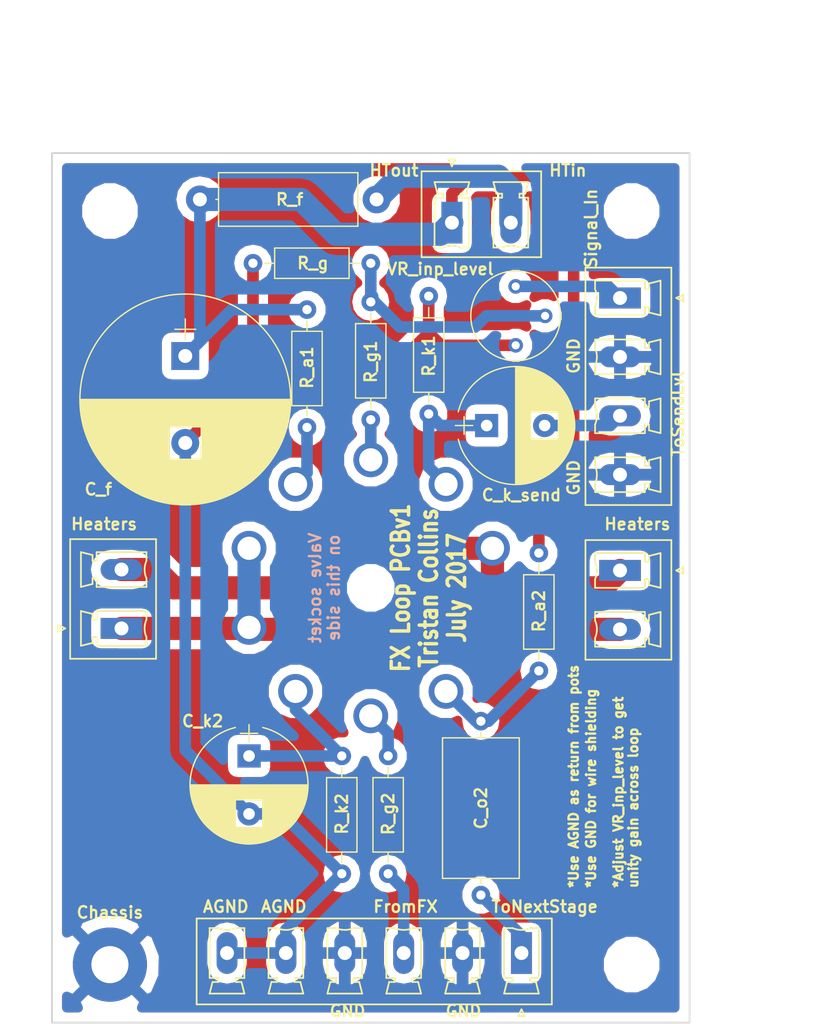
<source format=kicad_pcb>
(kicad_pcb (version 4) (host pcbnew 4.0.6)

  (general
    (links 36)
    (no_connects 0)
    (area 170.242857 54.8 245.35 143.325)
    (thickness 1.6)
    (drawings 41)
    (tracks 87)
    (zones 0)
    (modules 23)
    (nets 18)
  )

  (page A4)
  (layers
    (0 F.Cu signal)
    (31 B.Cu signal)
    (32 B.Adhes user)
    (33 F.Adhes user)
    (34 B.Paste user)
    (35 F.Paste user)
    (36 B.SilkS user)
    (37 F.SilkS user)
    (38 B.Mask user)
    (39 F.Mask user)
    (40 Dwgs.User user)
    (41 Cmts.User user)
    (42 Eco1.User user)
    (43 Eco2.User user)
    (44 Edge.Cuts user)
    (45 Margin user)
    (46 B.CrtYd user)
    (47 F.CrtYd user)
    (48 B.Fab user)
    (49 F.Fab user)
  )

  (setup
    (last_trace_width 1)
    (user_trace_width 1)
    (user_trace_width 2)
    (trace_clearance 0.4)
    (zone_clearance 0.8)
    (zone_45_only yes)
    (trace_min 0.2)
    (segment_width 0.2)
    (edge_width 0.15)
    (via_size 0.6)
    (via_drill 0.4)
    (via_min_size 0.4)
    (via_min_drill 0.3)
    (uvia_size 0.3)
    (uvia_drill 0.1)
    (uvias_allowed no)
    (uvia_min_size 0.2)
    (uvia_min_drill 0.1)
    (pcb_text_width 0.3)
    (pcb_text_size 1.5 1.5)
    (mod_edge_width 0.15)
    (mod_text_size 1 1)
    (mod_text_width 0.15)
    (pad_size 2.5 2.5)
    (pad_drill 2.5)
    (pad_to_mask_clearance 0.2)
    (aux_axis_origin 0 0)
    (visible_elements FFFEFFFF)
    (pcbplotparams
      (layerselection 0x010f0_80000001)
      (usegerberextensions false)
      (excludeedgelayer true)
      (linewidth 0.100000)
      (plotframeref false)
      (viasonmask false)
      (mode 1)
      (useauxorigin false)
      (hpglpennumber 1)
      (hpglpenspeed 20)
      (hpglpendiameter 15)
      (hpglpenoverlay 2)
      (psnegative false)
      (psa4output false)
      (plotreference false)
      (plotvalue false)
      (plotinvisibletext false)
      (padsonsilk false)
      (subtractmaskfromsilk false)
      (outputformat 1)
      (mirror false)
      (drillshape 0)
      (scaleselection 1)
      (outputdirectory ""))
  )

  (net 0 "")
  (net 1 "Net-(C1-Pad1)")
  (net 2 GNDA)
  (net 3 "Net-(C2-Pad1)")
  (net 4 "Net-(C3-Pad1)")
  (net 5 "Net-(J1-Pad1)")
  (net 6 GND)
  (net 7 Stg2SignalOut)
  (net 8 Stg2SigIn)
  (net 9 St1CFOut)
  (net 10 Stg1SigIn)
  (net 11 "Net-(R1-Pad1)")
  (net 12 "Net-(R1-Pad2)")
  (net 13 "Net-(R3-Pad2)")
  (net 14 "Net-(C4-Pad2)")
  (net 15 "Net-(J1-Pad2)")
  (net 16 "Net-(R4-Pad1)")
  (net 17 "Net-(J5-Pad2)")

  (net_class Default "This is the default net class."
    (clearance 0.4)
    (trace_width 1)
    (via_dia 0.6)
    (via_drill 0.4)
    (uvia_dia 0.3)
    (uvia_drill 0.1)
    (add_net GND)
    (add_net GNDA)
    (add_net "Net-(C1-Pad1)")
    (add_net "Net-(C2-Pad1)")
    (add_net "Net-(C3-Pad1)")
    (add_net "Net-(C4-Pad2)")
    (add_net "Net-(J1-Pad1)")
    (add_net "Net-(J1-Pad2)")
    (add_net "Net-(J5-Pad2)")
    (add_net "Net-(R1-Pad1)")
    (add_net "Net-(R1-Pad2)")
    (add_net "Net-(R3-Pad2)")
    (add_net "Net-(R4-Pad1)")
    (add_net St1CFOut)
    (add_net Stg1SigIn)
    (add_net Stg2SigIn)
    (add_net Stg2SignalOut)
  )

  (module Mounting_Holes:MountingHole_3.2mm_M3 (layer F.Cu) (tedit 5946DDB7) (tstamp 5973AF34)
    (at 225 72.5)
    (descr "Mounting Hole 3.2mm, no annular, M3")
    (tags "mounting hole 3.2mm no annular m3")
    (fp_text reference REF** (at 0 -4.2) (layer F.SilkS) hide
      (effects (font (size 1 1) (thickness 0.15)))
    )
    (fp_text value MountingHole_3.2mm_M3 (at 0 4.2) (layer F.Fab)
      (effects (font (size 1 1) (thickness 0.15)))
    )
    (fp_circle (center 0 0) (end 3.2 0) (layer Cmts.User) (width 0.15))
    (fp_circle (center 0 0) (end 3.45 0) (layer F.CrtYd) (width 0.05))
    (pad 1 np_thru_hole circle (at 0 0) (size 3.2 3.2) (drill 3.2) (layers *.Cu *.Mask))
  )

  (module TristanValves:CP_Radial_D18.0mm_P7.50mm (layer F.Cu) (tedit 5946EB4A) (tstamp 5946EABC)
    (at 186.5 85 270)
    (descr "CP, Radial series, Radial, pin pitch=7.50mm, , diameter=18mm, Electrolytic Capacitor")
    (tags "CP Radial series Radial pin pitch 7.50mm  diameter 18mm Electrolytic Capacitor")
    (path /59384516)
    (fp_text reference C2 (at 3.75 -10.06 270) (layer F.SilkS) hide
      (effects (font (size 1 1) (thickness 0.15)))
    )
    (fp_text value CP (at 3.75 10.06 270) (layer F.Fab)
      (effects (font (size 1 1) (thickness 0.15)))
    )
    (fp_text user %R (at 3.75 0 270) (layer F.Fab) hide
      (effects (font (size 1 1) (thickness 0.15)))
    )
    (fp_line (start -3.2 0) (end -1.4 0) (layer F.Fab) (width 0.1))
    (fp_line (start -2.3 -0.9) (end -2.3 0.9) (layer F.Fab) (width 0.1))
    (fp_line (start 3.75 -9.05) (end 3.75 9.05) (layer F.SilkS) (width 0.12))
    (fp_line (start 3.79 -9.05) (end 3.79 9.05) (layer F.SilkS) (width 0.12))
    (fp_line (start 3.83 -9.05) (end 3.83 9.05) (layer F.SilkS) (width 0.12))
    (fp_line (start 3.87 -9.05) (end 3.87 9.05) (layer F.SilkS) (width 0.12))
    (fp_line (start 3.91 -9.049) (end 3.91 9.049) (layer F.SilkS) (width 0.12))
    (fp_line (start 3.95 -9.048) (end 3.95 9.048) (layer F.SilkS) (width 0.12))
    (fp_line (start 3.99 -9.047) (end 3.99 9.047) (layer F.SilkS) (width 0.12))
    (fp_line (start 4.03 -9.046) (end 4.03 9.046) (layer F.SilkS) (width 0.12))
    (fp_line (start 4.07 -9.045) (end 4.07 9.045) (layer F.SilkS) (width 0.12))
    (fp_line (start 4.11 -9.043) (end 4.11 9.043) (layer F.SilkS) (width 0.12))
    (fp_line (start 4.15 -9.042) (end 4.15 9.042) (layer F.SilkS) (width 0.12))
    (fp_line (start 4.19 -9.04) (end 4.19 9.04) (layer F.SilkS) (width 0.12))
    (fp_line (start 4.23 -9.038) (end 4.23 9.038) (layer F.SilkS) (width 0.12))
    (fp_line (start 4.27 -9.036) (end 4.27 9.036) (layer F.SilkS) (width 0.12))
    (fp_line (start 4.31 -9.033) (end 4.31 9.033) (layer F.SilkS) (width 0.12))
    (fp_line (start 4.35 -9.031) (end 4.35 9.031) (layer F.SilkS) (width 0.12))
    (fp_line (start 4.39 -9.028) (end 4.39 9.028) (layer F.SilkS) (width 0.12))
    (fp_line (start 4.43 -9.025) (end 4.43 9.025) (layer F.SilkS) (width 0.12))
    (fp_line (start 4.471 -9.022) (end 4.471 9.022) (layer F.SilkS) (width 0.12))
    (fp_line (start 4.511 -9.019) (end 4.511 9.019) (layer F.SilkS) (width 0.12))
    (fp_line (start 4.551 -9.015) (end 4.551 9.015) (layer F.SilkS) (width 0.12))
    (fp_line (start 4.591 -9.012) (end 4.591 9.012) (layer F.SilkS) (width 0.12))
    (fp_line (start 4.631 -9.008) (end 4.631 9.008) (layer F.SilkS) (width 0.12))
    (fp_line (start 4.671 -9.004) (end 4.671 9.004) (layer F.SilkS) (width 0.12))
    (fp_line (start 4.711 -9) (end 4.711 9) (layer F.SilkS) (width 0.12))
    (fp_line (start 4.751 -8.995) (end 4.751 8.995) (layer F.SilkS) (width 0.12))
    (fp_line (start 4.791 -8.991) (end 4.791 8.991) (layer F.SilkS) (width 0.12))
    (fp_line (start 4.831 -8.986) (end 4.831 8.986) (layer F.SilkS) (width 0.12))
    (fp_line (start 4.871 -8.981) (end 4.871 8.981) (layer F.SilkS) (width 0.12))
    (fp_line (start 4.911 -8.976) (end 4.911 8.976) (layer F.SilkS) (width 0.12))
    (fp_line (start 4.951 -8.971) (end 4.951 8.971) (layer F.SilkS) (width 0.12))
    (fp_line (start 4.991 -8.966) (end 4.991 8.966) (layer F.SilkS) (width 0.12))
    (fp_line (start 5.031 -8.96) (end 5.031 8.96) (layer F.SilkS) (width 0.12))
    (fp_line (start 5.071 -8.954) (end 5.071 8.954) (layer F.SilkS) (width 0.12))
    (fp_line (start 5.111 -8.948) (end 5.111 8.948) (layer F.SilkS) (width 0.12))
    (fp_line (start 5.151 -8.942) (end 5.151 8.942) (layer F.SilkS) (width 0.12))
    (fp_line (start 5.191 -8.936) (end 5.191 8.936) (layer F.SilkS) (width 0.12))
    (fp_line (start 5.231 -8.929) (end 5.231 8.929) (layer F.SilkS) (width 0.12))
    (fp_line (start 5.271 -8.923) (end 5.271 8.923) (layer F.SilkS) (width 0.12))
    (fp_line (start 5.311 -8.916) (end 5.311 8.916) (layer F.SilkS) (width 0.12))
    (fp_line (start 5.351 -8.909) (end 5.351 8.909) (layer F.SilkS) (width 0.12))
    (fp_line (start 5.391 -8.901) (end 5.391 8.901) (layer F.SilkS) (width 0.12))
    (fp_line (start 5.431 -8.894) (end 5.431 8.894) (layer F.SilkS) (width 0.12))
    (fp_line (start 5.471 -8.886) (end 5.471 8.886) (layer F.SilkS) (width 0.12))
    (fp_line (start 5.511 -8.878) (end 5.511 8.878) (layer F.SilkS) (width 0.12))
    (fp_line (start 5.551 -8.87) (end 5.551 8.87) (layer F.SilkS) (width 0.12))
    (fp_line (start 5.591 -8.862) (end 5.591 8.862) (layer F.SilkS) (width 0.12))
    (fp_line (start 5.631 -8.854) (end 5.631 8.854) (layer F.SilkS) (width 0.12))
    (fp_line (start 5.671 -8.845) (end 5.671 8.845) (layer F.SilkS) (width 0.12))
    (fp_line (start 5.711 -8.837) (end 5.711 8.837) (layer F.SilkS) (width 0.12))
    (fp_line (start 5.751 -8.828) (end 5.751 8.828) (layer F.SilkS) (width 0.12))
    (fp_line (start 5.791 -8.819) (end 5.791 8.819) (layer F.SilkS) (width 0.12))
    (fp_line (start 5.831 -8.809) (end 5.831 8.809) (layer F.SilkS) (width 0.12))
    (fp_line (start 5.871 -8.8) (end 5.871 8.8) (layer F.SilkS) (width 0.12))
    (fp_line (start 5.911 -8.79) (end 5.911 8.79) (layer F.SilkS) (width 0.12))
    (fp_line (start 5.951 -8.78) (end 5.951 8.78) (layer F.SilkS) (width 0.12))
    (fp_line (start 5.991 -8.77) (end 5.991 8.77) (layer F.SilkS) (width 0.12))
    (fp_line (start 6.031 -8.76) (end 6.031 8.76) (layer F.SilkS) (width 0.12))
    (fp_line (start 6.071 -8.749) (end 6.071 8.749) (layer F.SilkS) (width 0.12))
    (fp_line (start 6.111 -8.739) (end 6.111 8.739) (layer F.SilkS) (width 0.12))
    (fp_line (start 6.151 -8.728) (end 6.151 -1.38) (layer F.SilkS) (width 0.12))
    (fp_line (start 6.151 1.38) (end 6.151 8.728) (layer F.SilkS) (width 0.12))
    (fp_line (start 6.191 -8.717) (end 6.191 -1.38) (layer F.SilkS) (width 0.12))
    (fp_line (start 6.191 1.38) (end 6.191 8.717) (layer F.SilkS) (width 0.12))
    (fp_line (start 6.231 -8.706) (end 6.231 -1.38) (layer F.SilkS) (width 0.12))
    (fp_line (start 6.231 1.38) (end 6.231 8.706) (layer F.SilkS) (width 0.12))
    (fp_line (start 6.271 -8.694) (end 6.271 -1.38) (layer F.SilkS) (width 0.12))
    (fp_line (start 6.271 1.38) (end 6.271 8.694) (layer F.SilkS) (width 0.12))
    (fp_line (start 6.311 -8.683) (end 6.311 -1.38) (layer F.SilkS) (width 0.12))
    (fp_line (start 6.311 1.38) (end 6.311 8.683) (layer F.SilkS) (width 0.12))
    (fp_line (start 6.351 -8.671) (end 6.351 -1.38) (layer F.SilkS) (width 0.12))
    (fp_line (start 6.351 1.38) (end 6.351 8.671) (layer F.SilkS) (width 0.12))
    (fp_line (start 6.391 -8.659) (end 6.391 -1.38) (layer F.SilkS) (width 0.12))
    (fp_line (start 6.391 1.38) (end 6.391 8.659) (layer F.SilkS) (width 0.12))
    (fp_line (start 6.431 -8.646) (end 6.431 -1.38) (layer F.SilkS) (width 0.12))
    (fp_line (start 6.431 1.38) (end 6.431 8.646) (layer F.SilkS) (width 0.12))
    (fp_line (start 6.471 -8.634) (end 6.471 -1.38) (layer F.SilkS) (width 0.12))
    (fp_line (start 6.471 1.38) (end 6.471 8.634) (layer F.SilkS) (width 0.12))
    (fp_line (start 6.511 -8.621) (end 6.511 -1.38) (layer F.SilkS) (width 0.12))
    (fp_line (start 6.511 1.38) (end 6.511 8.621) (layer F.SilkS) (width 0.12))
    (fp_line (start 6.551 -8.609) (end 6.551 -1.38) (layer F.SilkS) (width 0.12))
    (fp_line (start 6.551 1.38) (end 6.551 8.609) (layer F.SilkS) (width 0.12))
    (fp_line (start 6.591 -8.595) (end 6.591 -1.38) (layer F.SilkS) (width 0.12))
    (fp_line (start 6.591 1.38) (end 6.591 8.595) (layer F.SilkS) (width 0.12))
    (fp_line (start 6.631 -8.582) (end 6.631 -1.38) (layer F.SilkS) (width 0.12))
    (fp_line (start 6.631 1.38) (end 6.631 8.582) (layer F.SilkS) (width 0.12))
    (fp_line (start 6.671 -8.569) (end 6.671 -1.38) (layer F.SilkS) (width 0.12))
    (fp_line (start 6.671 1.38) (end 6.671 8.569) (layer F.SilkS) (width 0.12))
    (fp_line (start 6.711 -8.555) (end 6.711 -1.38) (layer F.SilkS) (width 0.12))
    (fp_line (start 6.711 1.38) (end 6.711 8.555) (layer F.SilkS) (width 0.12))
    (fp_line (start 6.751 -8.541) (end 6.751 -1.38) (layer F.SilkS) (width 0.12))
    (fp_line (start 6.751 1.38) (end 6.751 8.541) (layer F.SilkS) (width 0.12))
    (fp_line (start 6.791 -8.527) (end 6.791 -1.38) (layer F.SilkS) (width 0.12))
    (fp_line (start 6.791 1.38) (end 6.791 8.527) (layer F.SilkS) (width 0.12))
    (fp_line (start 6.831 -8.513) (end 6.831 -1.38) (layer F.SilkS) (width 0.12))
    (fp_line (start 6.831 1.38) (end 6.831 8.513) (layer F.SilkS) (width 0.12))
    (fp_line (start 6.871 -8.498) (end 6.871 -1.38) (layer F.SilkS) (width 0.12))
    (fp_line (start 6.871 1.38) (end 6.871 8.498) (layer F.SilkS) (width 0.12))
    (fp_line (start 6.911 -8.484) (end 6.911 -1.38) (layer F.SilkS) (width 0.12))
    (fp_line (start 6.911 1.38) (end 6.911 8.484) (layer F.SilkS) (width 0.12))
    (fp_line (start 6.951 -8.469) (end 6.951 -1.38) (layer F.SilkS) (width 0.12))
    (fp_line (start 6.951 1.38) (end 6.951 8.469) (layer F.SilkS) (width 0.12))
    (fp_line (start 6.991 -8.453) (end 6.991 -1.38) (layer F.SilkS) (width 0.12))
    (fp_line (start 6.991 1.38) (end 6.991 8.453) (layer F.SilkS) (width 0.12))
    (fp_line (start 7.031 -8.438) (end 7.031 -1.38) (layer F.SilkS) (width 0.12))
    (fp_line (start 7.031 1.38) (end 7.031 8.438) (layer F.SilkS) (width 0.12))
    (fp_line (start 7.071 -8.423) (end 7.071 -1.38) (layer F.SilkS) (width 0.12))
    (fp_line (start 7.071 1.38) (end 7.071 8.423) (layer F.SilkS) (width 0.12))
    (fp_line (start 7.111 -8.407) (end 7.111 -1.38) (layer F.SilkS) (width 0.12))
    (fp_line (start 7.111 1.38) (end 7.111 8.407) (layer F.SilkS) (width 0.12))
    (fp_line (start 7.151 -8.391) (end 7.151 -1.38) (layer F.SilkS) (width 0.12))
    (fp_line (start 7.151 1.38) (end 7.151 8.391) (layer F.SilkS) (width 0.12))
    (fp_line (start 7.191 -8.374) (end 7.191 -1.38) (layer F.SilkS) (width 0.12))
    (fp_line (start 7.191 1.38) (end 7.191 8.374) (layer F.SilkS) (width 0.12))
    (fp_line (start 7.231 -8.358) (end 7.231 -1.38) (layer F.SilkS) (width 0.12))
    (fp_line (start 7.231 1.38) (end 7.231 8.358) (layer F.SilkS) (width 0.12))
    (fp_line (start 7.271 -8.341) (end 7.271 -1.38) (layer F.SilkS) (width 0.12))
    (fp_line (start 7.271 1.38) (end 7.271 8.341) (layer F.SilkS) (width 0.12))
    (fp_line (start 7.311 -8.324) (end 7.311 -1.38) (layer F.SilkS) (width 0.12))
    (fp_line (start 7.311 1.38) (end 7.311 8.324) (layer F.SilkS) (width 0.12))
    (fp_line (start 7.351 -8.307) (end 7.351 -1.38) (layer F.SilkS) (width 0.12))
    (fp_line (start 7.351 1.38) (end 7.351 8.307) (layer F.SilkS) (width 0.12))
    (fp_line (start 7.391 -8.29) (end 7.391 -1.38) (layer F.SilkS) (width 0.12))
    (fp_line (start 7.391 1.38) (end 7.391 8.29) (layer F.SilkS) (width 0.12))
    (fp_line (start 7.431 -8.272) (end 7.431 -1.38) (layer F.SilkS) (width 0.12))
    (fp_line (start 7.431 1.38) (end 7.431 8.272) (layer F.SilkS) (width 0.12))
    (fp_line (start 7.471 -8.254) (end 7.471 -1.38) (layer F.SilkS) (width 0.12))
    (fp_line (start 7.471 1.38) (end 7.471 8.254) (layer F.SilkS) (width 0.12))
    (fp_line (start 7.511 -8.236) (end 7.511 -1.38) (layer F.SilkS) (width 0.12))
    (fp_line (start 7.511 1.38) (end 7.511 8.236) (layer F.SilkS) (width 0.12))
    (fp_line (start 7.551 -8.218) (end 7.551 -1.38) (layer F.SilkS) (width 0.12))
    (fp_line (start 7.551 1.38) (end 7.551 8.218) (layer F.SilkS) (width 0.12))
    (fp_line (start 7.591 -8.2) (end 7.591 -1.38) (layer F.SilkS) (width 0.12))
    (fp_line (start 7.591 1.38) (end 7.591 8.2) (layer F.SilkS) (width 0.12))
    (fp_line (start 7.631 -8.181) (end 7.631 -1.38) (layer F.SilkS) (width 0.12))
    (fp_line (start 7.631 1.38) (end 7.631 8.181) (layer F.SilkS) (width 0.12))
    (fp_line (start 7.671 -8.162) (end 7.671 -1.38) (layer F.SilkS) (width 0.12))
    (fp_line (start 7.671 1.38) (end 7.671 8.162) (layer F.SilkS) (width 0.12))
    (fp_line (start 7.711 -8.143) (end 7.711 -1.38) (layer F.SilkS) (width 0.12))
    (fp_line (start 7.711 1.38) (end 7.711 8.143) (layer F.SilkS) (width 0.12))
    (fp_line (start 7.751 -8.123) (end 7.751 -1.38) (layer F.SilkS) (width 0.12))
    (fp_line (start 7.751 1.38) (end 7.751 8.123) (layer F.SilkS) (width 0.12))
    (fp_line (start 7.791 -8.103) (end 7.791 -1.38) (layer F.SilkS) (width 0.12))
    (fp_line (start 7.791 1.38) (end 7.791 8.103) (layer F.SilkS) (width 0.12))
    (fp_line (start 7.831 -8.083) (end 7.831 -1.38) (layer F.SilkS) (width 0.12))
    (fp_line (start 7.831 1.38) (end 7.831 8.083) (layer F.SilkS) (width 0.12))
    (fp_line (start 7.871 -8.063) (end 7.871 -1.38) (layer F.SilkS) (width 0.12))
    (fp_line (start 7.871 1.38) (end 7.871 8.063) (layer F.SilkS) (width 0.12))
    (fp_line (start 7.911 -8.043) (end 7.911 -1.38) (layer F.SilkS) (width 0.12))
    (fp_line (start 7.911 1.38) (end 7.911 8.043) (layer F.SilkS) (width 0.12))
    (fp_line (start 7.951 -8.022) (end 7.951 -1.38) (layer F.SilkS) (width 0.12))
    (fp_line (start 7.951 1.38) (end 7.951 8.022) (layer F.SilkS) (width 0.12))
    (fp_line (start 7.991 -8.001) (end 7.991 -1.38) (layer F.SilkS) (width 0.12))
    (fp_line (start 7.991 1.38) (end 7.991 8.001) (layer F.SilkS) (width 0.12))
    (fp_line (start 8.031 -7.98) (end 8.031 -1.38) (layer F.SilkS) (width 0.12))
    (fp_line (start 8.031 1.38) (end 8.031 7.98) (layer F.SilkS) (width 0.12))
    (fp_line (start 8.071 -7.958) (end 8.071 -1.38) (layer F.SilkS) (width 0.12))
    (fp_line (start 8.071 1.38) (end 8.071 7.958) (layer F.SilkS) (width 0.12))
    (fp_line (start 8.111 -7.937) (end 8.111 -1.38) (layer F.SilkS) (width 0.12))
    (fp_line (start 8.111 1.38) (end 8.111 7.937) (layer F.SilkS) (width 0.12))
    (fp_line (start 8.151 -7.915) (end 8.151 -1.38) (layer F.SilkS) (width 0.12))
    (fp_line (start 8.151 1.38) (end 8.151 7.915) (layer F.SilkS) (width 0.12))
    (fp_line (start 8.191 -7.892) (end 8.191 -1.38) (layer F.SilkS) (width 0.12))
    (fp_line (start 8.191 1.38) (end 8.191 7.892) (layer F.SilkS) (width 0.12))
    (fp_line (start 8.231 -7.87) (end 8.231 -1.38) (layer F.SilkS) (width 0.12))
    (fp_line (start 8.231 1.38) (end 8.231 7.87) (layer F.SilkS) (width 0.12))
    (fp_line (start 8.271 -7.847) (end 8.271 -1.38) (layer F.SilkS) (width 0.12))
    (fp_line (start 8.271 1.38) (end 8.271 7.847) (layer F.SilkS) (width 0.12))
    (fp_line (start 8.311 -7.824) (end 8.311 -1.38) (layer F.SilkS) (width 0.12))
    (fp_line (start 8.311 1.38) (end 8.311 7.824) (layer F.SilkS) (width 0.12))
    (fp_line (start 8.351 -7.801) (end 8.351 -1.38) (layer F.SilkS) (width 0.12))
    (fp_line (start 8.351 1.38) (end 8.351 7.801) (layer F.SilkS) (width 0.12))
    (fp_line (start 8.391 -7.777) (end 8.391 -1.38) (layer F.SilkS) (width 0.12))
    (fp_line (start 8.391 1.38) (end 8.391 7.777) (layer F.SilkS) (width 0.12))
    (fp_line (start 8.431 -7.753) (end 8.431 -1.38) (layer F.SilkS) (width 0.12))
    (fp_line (start 8.431 1.38) (end 8.431 7.753) (layer F.SilkS) (width 0.12))
    (fp_line (start 8.471 -7.729) (end 8.471 -1.38) (layer F.SilkS) (width 0.12))
    (fp_line (start 8.471 1.38) (end 8.471 7.729) (layer F.SilkS) (width 0.12))
    (fp_line (start 8.511 -7.705) (end 8.511 -1.38) (layer F.SilkS) (width 0.12))
    (fp_line (start 8.511 1.38) (end 8.511 7.705) (layer F.SilkS) (width 0.12))
    (fp_line (start 8.551 -7.68) (end 8.551 -1.38) (layer F.SilkS) (width 0.12))
    (fp_line (start 8.551 1.38) (end 8.551 7.68) (layer F.SilkS) (width 0.12))
    (fp_line (start 8.591 -7.655) (end 8.591 -1.38) (layer F.SilkS) (width 0.12))
    (fp_line (start 8.591 1.38) (end 8.591 7.655) (layer F.SilkS) (width 0.12))
    (fp_line (start 8.631 -7.63) (end 8.631 -1.38) (layer F.SilkS) (width 0.12))
    (fp_line (start 8.631 1.38) (end 8.631 7.63) (layer F.SilkS) (width 0.12))
    (fp_line (start 8.671 -7.604) (end 8.671 -1.38) (layer F.SilkS) (width 0.12))
    (fp_line (start 8.671 1.38) (end 8.671 7.604) (layer F.SilkS) (width 0.12))
    (fp_line (start 8.711 -7.578) (end 8.711 -1.38) (layer F.SilkS) (width 0.12))
    (fp_line (start 8.711 1.38) (end 8.711 7.578) (layer F.SilkS) (width 0.12))
    (fp_line (start 8.751 -7.552) (end 8.751 -1.38) (layer F.SilkS) (width 0.12))
    (fp_line (start 8.751 1.38) (end 8.751 7.552) (layer F.SilkS) (width 0.12))
    (fp_line (start 8.791 -7.525) (end 8.791 -1.38) (layer F.SilkS) (width 0.12))
    (fp_line (start 8.791 1.38) (end 8.791 7.525) (layer F.SilkS) (width 0.12))
    (fp_line (start 8.831 -7.499) (end 8.831 -1.38) (layer F.SilkS) (width 0.12))
    (fp_line (start 8.831 1.38) (end 8.831 7.499) (layer F.SilkS) (width 0.12))
    (fp_line (start 8.871 -7.471) (end 8.871 -1.38) (layer F.SilkS) (width 0.12))
    (fp_line (start 8.871 1.38) (end 8.871 7.471) (layer F.SilkS) (width 0.12))
    (fp_line (start 8.911 -7.444) (end 8.911 7.444) (layer F.SilkS) (width 0.12))
    (fp_line (start 8.951 -7.416) (end 8.951 7.416) (layer F.SilkS) (width 0.12))
    (fp_line (start 8.991 -7.388) (end 8.991 7.388) (layer F.SilkS) (width 0.12))
    (fp_line (start 9.031 -7.36) (end 9.031 7.36) (layer F.SilkS) (width 0.12))
    (fp_line (start 9.071 -7.331) (end 9.071 7.331) (layer F.SilkS) (width 0.12))
    (fp_line (start 9.111 -7.302) (end 9.111 7.302) (layer F.SilkS) (width 0.12))
    (fp_line (start 9.151 -7.273) (end 9.151 7.273) (layer F.SilkS) (width 0.12))
    (fp_line (start 9.191 -7.243) (end 9.191 7.243) (layer F.SilkS) (width 0.12))
    (fp_line (start 9.231 -7.213) (end 9.231 7.213) (layer F.SilkS) (width 0.12))
    (fp_line (start 9.271 -7.183) (end 9.271 7.183) (layer F.SilkS) (width 0.12))
    (fp_line (start 9.311 -7.152) (end 9.311 7.152) (layer F.SilkS) (width 0.12))
    (fp_line (start 9.351 -7.121) (end 9.351 7.121) (layer F.SilkS) (width 0.12))
    (fp_line (start 9.391 -7.089) (end 9.391 7.089) (layer F.SilkS) (width 0.12))
    (fp_line (start 9.431 -7.057) (end 9.431 7.057) (layer F.SilkS) (width 0.12))
    (fp_line (start 9.471 -7.025) (end 9.471 7.025) (layer F.SilkS) (width 0.12))
    (fp_line (start 9.511 -6.993) (end 9.511 6.993) (layer F.SilkS) (width 0.12))
    (fp_line (start 9.551 -6.96) (end 9.551 6.96) (layer F.SilkS) (width 0.12))
    (fp_line (start 9.591 -6.926) (end 9.591 6.926) (layer F.SilkS) (width 0.12))
    (fp_line (start 9.631 -6.893) (end 9.631 6.893) (layer F.SilkS) (width 0.12))
    (fp_line (start 9.671 -6.858) (end 9.671 6.858) (layer F.SilkS) (width 0.12))
    (fp_line (start 9.711 -6.824) (end 9.711 6.824) (layer F.SilkS) (width 0.12))
    (fp_line (start 9.751 -6.789) (end 9.751 6.789) (layer F.SilkS) (width 0.12))
    (fp_line (start 9.791 -6.754) (end 9.791 6.754) (layer F.SilkS) (width 0.12))
    (fp_line (start 9.831 -6.718) (end 9.831 6.718) (layer F.SilkS) (width 0.12))
    (fp_line (start 9.871 -6.682) (end 9.871 6.682) (layer F.SilkS) (width 0.12))
    (fp_line (start 9.911 -6.645) (end 9.911 6.645) (layer F.SilkS) (width 0.12))
    (fp_line (start 9.951 -6.608) (end 9.951 6.608) (layer F.SilkS) (width 0.12))
    (fp_line (start 9.991 -6.57) (end 9.991 6.57) (layer F.SilkS) (width 0.12))
    (fp_line (start 10.031 -6.532) (end 10.031 6.532) (layer F.SilkS) (width 0.12))
    (fp_line (start 10.071 -6.494) (end 10.071 6.494) (layer F.SilkS) (width 0.12))
    (fp_line (start 10.111 -6.455) (end 10.111 6.455) (layer F.SilkS) (width 0.12))
    (fp_line (start 10.151 -6.416) (end 10.151 6.416) (layer F.SilkS) (width 0.12))
    (fp_line (start 10.191 -6.376) (end 10.191 6.376) (layer F.SilkS) (width 0.12))
    (fp_line (start 10.231 -6.335) (end 10.231 6.335) (layer F.SilkS) (width 0.12))
    (fp_line (start 10.271 -6.294) (end 10.271 6.294) (layer F.SilkS) (width 0.12))
    (fp_line (start 10.311 -6.253) (end 10.311 6.253) (layer F.SilkS) (width 0.12))
    (fp_line (start 10.351 -6.211) (end 10.351 6.211) (layer F.SilkS) (width 0.12))
    (fp_line (start 10.391 -6.168) (end 10.391 6.168) (layer F.SilkS) (width 0.12))
    (fp_line (start 10.431 -6.125) (end 10.431 6.125) (layer F.SilkS) (width 0.12))
    (fp_line (start 10.471 -6.082) (end 10.471 6.082) (layer F.SilkS) (width 0.12))
    (fp_line (start 10.511 -6.038) (end 10.511 6.038) (layer F.SilkS) (width 0.12))
    (fp_line (start 10.551 -5.993) (end 10.551 5.993) (layer F.SilkS) (width 0.12))
    (fp_line (start 10.591 -5.947) (end 10.591 5.947) (layer F.SilkS) (width 0.12))
    (fp_line (start 10.631 -5.901) (end 10.631 5.901) (layer F.SilkS) (width 0.12))
    (fp_line (start 10.671 -5.855) (end 10.671 5.855) (layer F.SilkS) (width 0.12))
    (fp_line (start 10.711 -5.807) (end 10.711 5.807) (layer F.SilkS) (width 0.12))
    (fp_line (start 10.751 -5.759) (end 10.751 5.759) (layer F.SilkS) (width 0.12))
    (fp_line (start 10.791 -5.711) (end 10.791 5.711) (layer F.SilkS) (width 0.12))
    (fp_line (start 10.831 -5.662) (end 10.831 5.662) (layer F.SilkS) (width 0.12))
    (fp_line (start 10.871 -5.611) (end 10.871 5.611) (layer F.SilkS) (width 0.12))
    (fp_line (start 10.911 -5.561) (end 10.911 5.561) (layer F.SilkS) (width 0.12))
    (fp_line (start 10.951 -5.509) (end 10.951 5.509) (layer F.SilkS) (width 0.12))
    (fp_line (start 10.991 -5.457) (end 10.991 5.457) (layer F.SilkS) (width 0.12))
    (fp_line (start 11.031 -5.404) (end 11.031 5.404) (layer F.SilkS) (width 0.12))
    (fp_line (start 11.071 -5.35) (end 11.071 5.35) (layer F.SilkS) (width 0.12))
    (fp_line (start 11.111 -5.295) (end 11.111 5.295) (layer F.SilkS) (width 0.12))
    (fp_line (start 11.151 -5.24) (end 11.151 5.24) (layer F.SilkS) (width 0.12))
    (fp_line (start 11.191 -5.183) (end 11.191 5.183) (layer F.SilkS) (width 0.12))
    (fp_line (start 11.231 -5.126) (end 11.231 5.126) (layer F.SilkS) (width 0.12))
    (fp_line (start 11.271 -5.067) (end 11.271 5.067) (layer F.SilkS) (width 0.12))
    (fp_line (start 11.311 -5.008) (end 11.311 5.008) (layer F.SilkS) (width 0.12))
    (fp_line (start 11.351 -4.947) (end 11.351 4.947) (layer F.SilkS) (width 0.12))
    (fp_line (start 11.391 -4.886) (end 11.391 4.886) (layer F.SilkS) (width 0.12))
    (fp_line (start 11.431 -4.823) (end 11.431 4.823) (layer F.SilkS) (width 0.12))
    (fp_line (start 11.471 -4.759) (end 11.471 4.759) (layer F.SilkS) (width 0.12))
    (fp_line (start 11.511 -4.694) (end 11.511 4.694) (layer F.SilkS) (width 0.12))
    (fp_line (start 11.551 -4.628) (end 11.551 4.628) (layer F.SilkS) (width 0.12))
    (fp_line (start 11.591 -4.561) (end 11.591 4.561) (layer F.SilkS) (width 0.12))
    (fp_line (start 11.631 -4.492) (end 11.631 4.492) (layer F.SilkS) (width 0.12))
    (fp_line (start 11.671 -4.422) (end 11.671 4.422) (layer F.SilkS) (width 0.12))
    (fp_line (start 11.711 -4.35) (end 11.711 4.35) (layer F.SilkS) (width 0.12))
    (fp_line (start 11.751 -4.277) (end 11.751 4.277) (layer F.SilkS) (width 0.12))
    (fp_line (start 11.791 -4.202) (end 11.791 4.202) (layer F.SilkS) (width 0.12))
    (fp_line (start 11.831 -4.125) (end 11.831 4.125) (layer F.SilkS) (width 0.12))
    (fp_line (start 11.871 -4.046) (end 11.871 4.046) (layer F.SilkS) (width 0.12))
    (fp_line (start 11.911 -3.966) (end 11.911 3.966) (layer F.SilkS) (width 0.12))
    (fp_line (start 11.95 -3.883) (end 11.95 3.883) (layer F.SilkS) (width 0.12))
    (fp_line (start 11.99 -3.799) (end 11.99 3.799) (layer F.SilkS) (width 0.12))
    (fp_line (start 12.03 -3.711) (end 12.03 3.711) (layer F.SilkS) (width 0.12))
    (fp_line (start 12.07 -3.622) (end 12.07 3.622) (layer F.SilkS) (width 0.12))
    (fp_line (start 12.11 -3.53) (end 12.11 3.53) (layer F.SilkS) (width 0.12))
    (fp_line (start 12.15 -3.434) (end 12.15 3.434) (layer F.SilkS) (width 0.12))
    (fp_line (start 12.19 -3.336) (end 12.19 3.336) (layer F.SilkS) (width 0.12))
    (fp_line (start 12.23 -3.234) (end 12.23 3.234) (layer F.SilkS) (width 0.12))
    (fp_line (start 12.27 -3.129) (end 12.27 3.129) (layer F.SilkS) (width 0.12))
    (fp_line (start 12.31 -3.019) (end 12.31 3.019) (layer F.SilkS) (width 0.12))
    (fp_line (start 12.35 -2.905) (end 12.35 2.905) (layer F.SilkS) (width 0.12))
    (fp_line (start 12.39 -2.785) (end 12.39 2.785) (layer F.SilkS) (width 0.12))
    (fp_line (start 12.43 -2.66) (end 12.43 2.66) (layer F.SilkS) (width 0.12))
    (fp_line (start 12.47 -2.528) (end 12.47 2.528) (layer F.SilkS) (width 0.12))
    (fp_line (start 12.51 -2.388) (end 12.51 2.388) (layer F.SilkS) (width 0.12))
    (fp_line (start 12.55 -2.238) (end 12.55 2.238) (layer F.SilkS) (width 0.12))
    (fp_line (start 12.59 -2.078) (end 12.59 2.078) (layer F.SilkS) (width 0.12))
    (fp_line (start 12.63 -1.903) (end 12.63 1.903) (layer F.SilkS) (width 0.12))
    (fp_line (start 12.67 -1.71) (end 12.67 1.71) (layer F.SilkS) (width 0.12))
    (fp_line (start 12.71 -1.492) (end 12.71 1.492) (layer F.SilkS) (width 0.12))
    (fp_line (start 12.75 -1.236) (end 12.75 1.236) (layer F.SilkS) (width 0.12))
    (fp_line (start 12.79 -0.913) (end 12.79 0.913) (layer F.SilkS) (width 0.12))
    (fp_line (start 12.83 -0.387) (end 12.83 0.387) (layer F.SilkS) (width 0.12))
    (fp_line (start -3.2 0) (end -1.4 0) (layer F.SilkS) (width 0.12))
    (fp_line (start -2.3 -0.9) (end -2.3 0.9) (layer F.SilkS) (width 0.12))
    (fp_line (start -5.6 -9.35) (end -5.6 9.35) (layer F.CrtYd) (width 0.05))
    (fp_line (start -5.6 9.35) (end 13.1 9.35) (layer F.CrtYd) (width 0.05))
    (fp_line (start 13.1 9.35) (end 13.1 -9.35) (layer F.CrtYd) (width 0.05))
    (fp_line (start 13.1 -9.35) (end -5.6 -9.35) (layer F.CrtYd) (width 0.05))
    (fp_circle (center 3.75 0) (end 12.75 0) (layer F.Fab) (width 0.1))
    (fp_circle (center 3.75 0) (end 12.84 0) (layer F.SilkS) (width 0.12))
    (pad 1 thru_hole rect (at 0 0 270) (size 2.4 2.4) (drill 1.2) (layers *.Cu *.Mask)
      (net 3 "Net-(C2-Pad1)"))
    (pad 2 thru_hole circle (at 7.5 0 270) (size 2.4 2.4) (drill 1.2) (layers *.Cu *.Mask)
      (net 2 GNDA))
    (model ${KISYS3DMOD}/Capacitors_THT.3dshapes/CP_Radial_D18.0mm_P7.50mm.wrl
      (at (xyz 0 0 0))
      (scale (xyz 0.4 0.4 0.4))
      (rotate (xyz 0 0 0))
    )
  )

  (module Mounting_Holes:MountingHole_3.2mm_M3 (layer F.Cu) (tedit 5946DDB7) (tstamp 59500282)
    (at 180 72.5)
    (descr "Mounting Hole 3.2mm, no annular, M3")
    (tags "mounting hole 3.2mm no annular m3")
    (fp_text reference REF** (at 0 -4.2) (layer F.SilkS) hide
      (effects (font (size 1 1) (thickness 0.15)))
    )
    (fp_text value MountingHole_3.2mm_M3 (at 0 4.2) (layer F.Fab)
      (effects (font (size 1 1) (thickness 0.15)))
    )
    (fp_circle (center 0 0) (end 3.2 0) (layer Cmts.User) (width 0.15))
    (fp_circle (center 0 0) (end 3.45 0) (layer F.CrtYd) (width 0.05))
    (pad 1 np_thru_hole circle (at 0 0) (size 3.2 3.2) (drill 3.2) (layers *.Cu *.Mask))
  )

  (module TristanValves:R_Axial_DIN0207_L6.3mm_D2.5mm_P10.16mm_Horizontal (layer F.Cu) (tedit 5946DD56) (tstamp 5946EB09)
    (at 207.5 90 90)
    (descr "Resistor, Axial_DIN0207 series, Axial, Horizontal, pin pitch=10.16mm, 0.25W = 1/4W, length*diameter=6.3*2.5mm^2, http://cdn-reichelt.de/documents/datenblatt/B400/1_4W%23YAG.pdf")
    (tags "Resistor Axial_DIN0207 series Axial Horizontal pin pitch 10.16mm 0.25W = 1/4W length 6.3mm diameter 2.5mm")
    (path /59383BF9)
    (fp_text reference R2 (at 5.08 -2.31 90) (layer F.SilkS) hide
      (effects (font (size 1 1) (thickness 0.15)))
    )
    (fp_text value R (at 5.08 2.31 90) (layer F.Fab)
      (effects (font (size 1 1) (thickness 0.15)))
    )
    (fp_line (start 1.93 -1.25) (end 1.93 1.25) (layer F.Fab) (width 0.1))
    (fp_line (start 1.93 1.25) (end 8.23 1.25) (layer F.Fab) (width 0.1))
    (fp_line (start 8.23 1.25) (end 8.23 -1.25) (layer F.Fab) (width 0.1))
    (fp_line (start 8.23 -1.25) (end 1.93 -1.25) (layer F.Fab) (width 0.1))
    (fp_line (start 0 0) (end 1.93 0) (layer F.Fab) (width 0.1))
    (fp_line (start 10.16 0) (end 8.23 0) (layer F.Fab) (width 0.1))
    (fp_line (start 1.87 -1.31) (end 1.87 1.31) (layer F.SilkS) (width 0.12))
    (fp_line (start 1.87 1.31) (end 8.29 1.31) (layer F.SilkS) (width 0.12))
    (fp_line (start 8.29 1.31) (end 8.29 -1.31) (layer F.SilkS) (width 0.12))
    (fp_line (start 8.29 -1.31) (end 1.87 -1.31) (layer F.SilkS) (width 0.12))
    (fp_line (start 0.98 0) (end 1.87 0) (layer F.SilkS) (width 0.12))
    (fp_line (start 9.18 0) (end 8.29 0) (layer F.SilkS) (width 0.12))
    (fp_line (start -1.05 -1.6) (end -1.05 1.6) (layer F.CrtYd) (width 0.05))
    (fp_line (start -1.05 1.6) (end 11.25 1.6) (layer F.CrtYd) (width 0.05))
    (fp_line (start 11.25 1.6) (end 11.25 -1.6) (layer F.CrtYd) (width 0.05))
    (fp_line (start 11.25 -1.6) (end -1.05 -1.6) (layer F.CrtYd) (width 0.05))
    (pad 1 thru_hole circle (at 0 0 90) (size 1.6 1.6) (drill 0.8) (layers *.Cu *.Mask)
      (net 1 "Net-(C1-Pad1)"))
    (pad 2 thru_hole oval (at 10.16 0 90) (size 1.6 1.6) (drill 0.8) (layers *.Cu *.Mask)
      (net 2 GNDA))
    (model Resistors_THT.3dshapes/R_Axial_DIN0207_L6.3mm_D2.5mm_P10.16mm_Horizontal.wrl
      (at (xyz 0 0 0))
      (scale (xyz 0.393701 0.393701 0.393701))
      (rotate (xyz 0 0 0))
    )
  )

  (module Mounting_Holes:MountingHole_3.2mm_M3 locked (layer F.Cu) (tedit 5946DDB2) (tstamp 59465485)
    (at 225 137.5)
    (descr "Mounting Hole 3.2mm, no annular, M3")
    (tags "mounting hole 3.2mm no annular m3")
    (fp_text reference REF** (at 0 -4.2) (layer F.SilkS) hide
      (effects (font (size 1 1) (thickness 0.15)))
    )
    (fp_text value MountingHole_3.2mm_M3 (at 0 4.2) (layer F.Fab)
      (effects (font (size 1 1) (thickness 0.15)))
    )
    (fp_circle (center 0 0) (end 3.2 0) (layer Cmts.User) (width 0.15))
    (fp_circle (center 0 0) (end 3.45 0) (layer F.CrtYd) (width 0.05))
    (pad 1 np_thru_hole circle (at 0 0) (size 3.2 3.2) (drill 3.2) (layers *.Cu *.Mask))
  )

  (module TristanValves:MountingHole_3.2mm_M3_Pad (layer F.Cu) (tedit 5946DDA1) (tstamp 5946EAFB)
    (at 180 137.5)
    (descr "Mounting Hole 3.2mm, M3")
    (tags "mounting hole 3.2mm m3")
    (path /593EEB23)
    (fp_text reference J13 (at 0 -4.2) (layer F.SilkS) hide
      (effects (font (size 1 1) (thickness 0.15)))
    )
    (fp_text value Screw_Terminal_1x01 (at 0 4.2) (layer F.Fab)
      (effects (font (size 1 1) (thickness 0.15)))
    )
    (fp_circle (center 0 0) (end 3.2 0) (layer Cmts.User) (width 0.15))
    (fp_circle (center 0 0) (end 3.45 0) (layer F.CrtYd) (width 0.05))
    (pad 1 thru_hole circle (at 0 0) (size 6.4 6.4) (drill 3.2) (layers *.Cu *.Mask)
      (net 6 GND))
  )

  (module TristanValves:R_Axial_DIN0207_L6.3mm_D2.5mm_P10.16mm_Horizontal (layer F.Cu) (tedit 5946DD56) (tstamp 5946EB13)
    (at 200 119.5 270)
    (descr "Resistor, Axial_DIN0207 series, Axial, Horizontal, pin pitch=10.16mm, 0.25W = 1/4W, length*diameter=6.3*2.5mm^2, http://cdn-reichelt.de/documents/datenblatt/B400/1_4W%23YAG.pdf")
    (tags "Resistor Axial_DIN0207 series Axial Horizontal pin pitch 10.16mm 0.25W = 1/4W length 6.3mm diameter 2.5mm")
    (path /59383C2D)
    (fp_text reference R5 (at 5.08 -2.31 270) (layer F.SilkS) hide
      (effects (font (size 1 1) (thickness 0.15)))
    )
    (fp_text value R (at 5.08 2.31 270) (layer F.Fab)
      (effects (font (size 1 1) (thickness 0.15)))
    )
    (fp_line (start 1.93 -1.25) (end 1.93 1.25) (layer F.Fab) (width 0.1))
    (fp_line (start 1.93 1.25) (end 8.23 1.25) (layer F.Fab) (width 0.1))
    (fp_line (start 8.23 1.25) (end 8.23 -1.25) (layer F.Fab) (width 0.1))
    (fp_line (start 8.23 -1.25) (end 1.93 -1.25) (layer F.Fab) (width 0.1))
    (fp_line (start 0 0) (end 1.93 0) (layer F.Fab) (width 0.1))
    (fp_line (start 10.16 0) (end 8.23 0) (layer F.Fab) (width 0.1))
    (fp_line (start 1.87 -1.31) (end 1.87 1.31) (layer F.SilkS) (width 0.12))
    (fp_line (start 1.87 1.31) (end 8.29 1.31) (layer F.SilkS) (width 0.12))
    (fp_line (start 8.29 1.31) (end 8.29 -1.31) (layer F.SilkS) (width 0.12))
    (fp_line (start 8.29 -1.31) (end 1.87 -1.31) (layer F.SilkS) (width 0.12))
    (fp_line (start 0.98 0) (end 1.87 0) (layer F.SilkS) (width 0.12))
    (fp_line (start 9.18 0) (end 8.29 0) (layer F.SilkS) (width 0.12))
    (fp_line (start -1.05 -1.6) (end -1.05 1.6) (layer F.CrtYd) (width 0.05))
    (fp_line (start -1.05 1.6) (end 11.25 1.6) (layer F.CrtYd) (width 0.05))
    (fp_line (start 11.25 1.6) (end 11.25 -1.6) (layer F.CrtYd) (width 0.05))
    (fp_line (start 11.25 -1.6) (end -1.05 -1.6) (layer F.CrtYd) (width 0.05))
    (pad 1 thru_hole circle (at 0 0 270) (size 1.6 1.6) (drill 0.8) (layers *.Cu *.Mask)
      (net 4 "Net-(C3-Pad1)"))
    (pad 2 thru_hole oval (at 10.16 0 270) (size 1.6 1.6) (drill 0.8) (layers *.Cu *.Mask)
      (net 2 GNDA))
    (model Resistors_THT.3dshapes/R_Axial_DIN0207_L6.3mm_D2.5mm_P10.16mm_Horizontal.wrl
      (at (xyz 0 0 0))
      (scale (xyz 0.393701 0.393701 0.393701))
      (rotate (xyz 0 0 0))
    )
  )

  (module TristanValves:Potentiometer_Trimmer_Bourns_3339P_Horizontal (layer F.Cu) (tedit 5946DD85) (tstamp 5946EB1D)
    (at 215 79 180)
    (descr "Potentiometer, horizontally mounted, Omeg PC16PU, Omeg PC16PU, Omeg PC16PU, Vishay/Spectrol 248GJ/249GJ Single, Vishay/Spectrol 248GJ/249GJ Single, Vishay/Spectrol 248GJ/249GJ Single, Vishay/Spectrol 248GH/249GH Single, Vishay/Spectrol 148/149 Single, Vishay/Spectrol 148/149 Single, Vishay/Spectrol 148/149 Single, Vishay/Spectrol 148A/149A Single with mounting plates, Vishay/Spectrol 148/149 Double, Vishay/Spectrol 148A/149A Double with mounting plates, Piher PC-16 Single, Piher PC-16 Single, Piher PC-16 Single, Piher PC-16SV Single, Piher PC-16 Double, Piher PC-16 Triple, Piher T16H Single, Piher T16L Single, Piher T16H Double, Alps RK163 Single, Alps RK163 Double, Alps RK097 Single, Alps RK097 Double, Bourns PTV09A-2 Single with mounting sleve Single, Bourns PTV09A-1 with mounting sleve Single, Bourns PRS11S Single, Alps RK09K Single with mounting sleve Single, Alps RK09K with mounting sleve Single, Alps RK09L Single, Alps RK09L Single, Alps RK09L Double, Alps RK09L Double, Alps RK09Y Single, Bourns 3339S Single, Bourns 3339S Single, Bourns 3339P Single, http://www.alps.com/prod/info/E/HTML/Potentiometer/RotaryPotentiometers/RK09Y11/RK09Y11L0001.html")
    (tags "Potentiometer horizontal  Omeg PC16PU  Omeg PC16PU  Omeg PC16PU  Vishay/Spectrol 248GJ/249GJ Single  Vishay/Spectrol 248GJ/249GJ Single  Vishay/Spectrol 248GJ/249GJ Single  Vishay/Spectrol 248GH/249GH Single  Vishay/Spectrol 148/149 Single  Vishay/Spectrol 148/149 Single  Vishay/Spectrol 148/149 Single  Vishay/Spectrol 148A/149A Single with mounting plates  Vishay/Spectrol 148/149 Double  Vishay/Spectrol 148A/149A Double with mounting plates  Piher PC-16 Single  Piher PC-16 Single  Piher PC-16 Single  Piher PC-16SV Single  Piher PC-16 Double  Piher PC-16 Triple  Piher T16H Single  Piher T16L Single  Piher T16H Double  Alps RK163 Single  Alps RK163 Double  Alps RK097 Single  Alps RK097 Double  Bourns PTV09A-2 Single with mounting sleve Single  Bourns PTV09A-1 with mounting sleve Single  Bourns PRS11S Single  Alps RK09K Single with mounting sleve Single  Alps RK09K with mounting sleve Single  Alps RK09L Single  Alps RK09L Single  Alps RK09L Double  Alps RK09L Double  Alps RK09Y Single  Bourns 3339S Single  Bourns 3339S Single  Bourns 3339P Single")
    (path /59383E42)
    (fp_text reference RV1 (at 0 -7.6 180) (layer F.SilkS) hide
      (effects (font (size 1 1) (thickness 0.15)))
    )
    (fp_text value POT_TRIM (at 0 2.52 180) (layer F.Fab)
      (effects (font (size 1 1) (thickness 0.15)))
    )
    (fp_circle (center 0 -2.54) (end 3.81 -2.54) (layer F.Fab) (width 0.1))
    (fp_circle (center 0 -2.54) (end 2.5 -2.54) (layer F.Fab) (width 0.1))
    (fp_circle (center 0 -2.54) (end 2.5 -2.54) (layer F.Fab) (width 0.1))
    (fp_circle (center 0 -2.54) (end 3.87 -2.54) (layer F.SilkS) (width 0.12))
    (fp_line (start 1.897 -4.13) (end -1.592 -0.644) (layer F.Fab) (width 0.1))
    (fp_line (start 1.592 -4.435) (end -1.897 -0.949) (layer F.Fab) (width 0.1))
    (fp_line (start -4.1 -6.6) (end -4.1 1.55) (layer F.CrtYd) (width 0.05))
    (fp_line (start -4.1 1.55) (end 4.1 1.55) (layer F.CrtYd) (width 0.05))
    (fp_line (start 4.1 1.55) (end 4.1 -6.6) (layer F.CrtYd) (width 0.05))
    (fp_line (start 4.1 -6.6) (end -4.1 -6.6) (layer F.CrtYd) (width 0.05))
    (pad 3 thru_hole circle (at 0 -5.08 180) (size 1.26 1.26) (drill 0.7) (layers *.Cu *.Mask)
      (net 2 GNDA))
    (pad 2 thru_hole circle (at -2.54 -2.54 180) (size 1.26 1.26) (drill 0.7) (layers *.Cu *.Mask)
      (net 12 "Net-(R1-Pad2)"))
    (pad 1 thru_hole circle (at 0 0 180) (size 1.26 1.26) (drill 0.7) (layers *.Cu *.Mask)
      (net 10 Stg1SigIn))
    (model Potentiometers.3dshapes/Potentiometer_Trimmer_Bourns_3339P_Horizontal.wrl
      (at (xyz 0 0 0))
      (scale (xyz 1 1 1))
      (rotate (xyz 0 0 -90))
    )
  )

  (module TristanValves:PhoenixContact_MCV-G_02x5.08mm_Vertical (layer F.Cu) (tedit 594BE8F8) (tstamp 594BE998)
    (at 224 103.5 270)
    (descr "Generic Phoenix Contact connector footprint for series: MCV-G; number of pins: 02; pin pitch: 5.08mm; Vertical || order number: 1836299 8A 320V")
    (tags "phoenix_contact connector MCV_01x02_G_5.08mm")
    (path /593FE679)
    (fp_text reference J1 (at 3.54 -5.55 270) (layer F.SilkS) hide
      (effects (font (size 1 1) (thickness 0.15)))
    )
    (fp_text value Screw_Terminal_1x02 (at 2.54 4.4 270) (layer F.Fab)
      (effects (font (size 1 1) (thickness 0.15)))
    )
    (fp_arc (start 0 3.85) (end -0.75 2.15) (angle 47.6) (layer F.SilkS) (width 0.15))
    (fp_arc (start 5.08 3.85) (end 4.33 2.15) (angle 47.6) (layer F.SilkS) (width 0.15))
    (fp_line (start -2.62 -4.43) (end -2.62 2.98) (layer F.SilkS) (width 0.15))
    (fp_line (start -2.62 2.98) (end 7.7 2.98) (layer F.SilkS) (width 0.15))
    (fp_line (start 7.7 2.98) (end 7.7 -4.43) (layer F.SilkS) (width 0.15))
    (fp_line (start 7.7 -4.43) (end -2.62 -4.43) (layer F.SilkS) (width 0.15))
    (fp_line (start -0.75 2.15) (end -1.5 2.15) (layer F.SilkS) (width 0.15))
    (fp_line (start -1.5 2.15) (end -1.5 -2.15) (layer F.SilkS) (width 0.15))
    (fp_line (start -1.5 -2.15) (end -0.75 -2.15) (layer F.SilkS) (width 0.15))
    (fp_line (start -0.75 -2.15) (end -0.75 -2.5) (layer F.SilkS) (width 0.15))
    (fp_line (start -0.75 -2.5) (end -1.25 -2.5) (layer F.SilkS) (width 0.15))
    (fp_line (start -1.25 -2.5) (end -1.5 -3.5) (layer F.SilkS) (width 0.15))
    (fp_line (start -1.5 -3.5) (end 1.5 -3.5) (layer F.SilkS) (width 0.15))
    (fp_line (start 1.5 -3.5) (end 1.25 -2.5) (layer F.SilkS) (width 0.15))
    (fp_line (start 1.25 -2.5) (end 0.75 -2.5) (layer F.SilkS) (width 0.15))
    (fp_line (start 0.75 -2.5) (end 0.75 -2.15) (layer F.SilkS) (width 0.15))
    (fp_line (start 0.75 -2.15) (end 0.75 -2.15) (layer F.SilkS) (width 0.15))
    (fp_line (start 0.75 -2.15) (end 1.5 -2.15) (layer F.SilkS) (width 0.15))
    (fp_line (start 1.5 -2.15) (end 1.5 2.15) (layer F.SilkS) (width 0.15))
    (fp_line (start 1.5 2.15) (end 0.75 2.15) (layer F.SilkS) (width 0.15))
    (fp_line (start 4.33 2.15) (end 3.58 2.15) (layer F.SilkS) (width 0.15))
    (fp_line (start 3.58 2.15) (end 3.58 -2.15) (layer F.SilkS) (width 0.15))
    (fp_line (start 3.58 -2.15) (end 4.33 -2.15) (layer F.SilkS) (width 0.15))
    (fp_line (start 4.33 -2.15) (end 4.33 -2.5) (layer F.SilkS) (width 0.15))
    (fp_line (start 4.33 -2.5) (end 3.83 -2.5) (layer F.SilkS) (width 0.15))
    (fp_line (start 3.83 -2.5) (end 3.58 -3.5) (layer F.SilkS) (width 0.15))
    (fp_line (start 3.58 -3.5) (end 6.58 -3.5) (layer F.SilkS) (width 0.15))
    (fp_line (start 6.58 -3.5) (end 6.33 -2.5) (layer F.SilkS) (width 0.15))
    (fp_line (start 6.33 -2.5) (end 5.83 -2.5) (layer F.SilkS) (width 0.15))
    (fp_line (start 5.83 -2.5) (end 5.83 -2.15) (layer F.SilkS) (width 0.15))
    (fp_line (start 5.83 -2.15) (end 5.83 -2.15) (layer F.SilkS) (width 0.15))
    (fp_line (start 5.83 -2.15) (end 6.58 -2.15) (layer F.SilkS) (width 0.15))
    (fp_line (start 6.58 -2.15) (end 6.58 2.15) (layer F.SilkS) (width 0.15))
    (fp_line (start 6.58 2.15) (end 5.83 2.15) (layer F.SilkS) (width 0.15))
    (fp_line (start -3.05 -4.85) (end -3.05 3.4) (layer F.CrtYd) (width 0.05))
    (fp_line (start -3.05 3.4) (end 8.1 3.4) (layer F.CrtYd) (width 0.05))
    (fp_line (start 8.1 3.4) (end 8.1 -4.85) (layer F.CrtYd) (width 0.05))
    (fp_line (start 8.1 -4.85) (end -3.05 -4.85) (layer F.CrtYd) (width 0.05))
    (fp_line (start 0 -4.85) (end 0.3 -5.45) (layer F.SilkS) (width 0.15))
    (fp_line (start 0.3 -5.45) (end -0.3 -5.45) (layer F.SilkS) (width 0.15))
    (fp_line (start -0.3 -5.45) (end 0 -4.85) (layer F.SilkS) (width 0.15))
    (pad 1 thru_hole rect (at 0 0 270) (size 1.8 3.6) (drill 1.2) (layers *.Cu *.Mask)
      (net 5 "Net-(J1-Pad1)"))
    (pad 2 thru_hole oval (at 5.08 0 270) (size 1.8 3.6) (drill 1.2) (layers *.Cu *.Mask)
      (net 15 "Net-(J1-Pad2)"))
    (model Connectors_Phoenix.3dshapes/PhoenixContact_MCV-G_02x5.08mm_Vertical.wrl
      (at (xyz 0 0 0))
      (scale (xyz 1 1 1))
      (rotate (xyz 0 0 0))
    )
  )

  (module TristanValves:PhoenixContact_MCV-G_02x5.08mm_Vertical (layer F.Cu) (tedit 594BE8F8) (tstamp 594BE9A2)
    (at 181 108.5 90)
    (descr "Generic Phoenix Contact connector footprint for series: MCV-G; number of pins: 02; pin pitch: 5.08mm; Vertical || order number: 1836299 8A 320V")
    (tags "phoenix_contact connector MCV_01x02_G_5.08mm")
    (path /593FE5DC)
    (fp_text reference J2 (at 3.54 -5.55 90) (layer F.SilkS) hide
      (effects (font (size 1 1) (thickness 0.15)))
    )
    (fp_text value Screw_Terminal_1x02 (at 2.54 4.4 90) (layer F.Fab)
      (effects (font (size 1 1) (thickness 0.15)))
    )
    (fp_arc (start 0 3.85) (end -0.75 2.15) (angle 47.6) (layer F.SilkS) (width 0.15))
    (fp_arc (start 5.08 3.85) (end 4.33 2.15) (angle 47.6) (layer F.SilkS) (width 0.15))
    (fp_line (start -2.62 -4.43) (end -2.62 2.98) (layer F.SilkS) (width 0.15))
    (fp_line (start -2.62 2.98) (end 7.7 2.98) (layer F.SilkS) (width 0.15))
    (fp_line (start 7.7 2.98) (end 7.7 -4.43) (layer F.SilkS) (width 0.15))
    (fp_line (start 7.7 -4.43) (end -2.62 -4.43) (layer F.SilkS) (width 0.15))
    (fp_line (start -0.75 2.15) (end -1.5 2.15) (layer F.SilkS) (width 0.15))
    (fp_line (start -1.5 2.15) (end -1.5 -2.15) (layer F.SilkS) (width 0.15))
    (fp_line (start -1.5 -2.15) (end -0.75 -2.15) (layer F.SilkS) (width 0.15))
    (fp_line (start -0.75 -2.15) (end -0.75 -2.5) (layer F.SilkS) (width 0.15))
    (fp_line (start -0.75 -2.5) (end -1.25 -2.5) (layer F.SilkS) (width 0.15))
    (fp_line (start -1.25 -2.5) (end -1.5 -3.5) (layer F.SilkS) (width 0.15))
    (fp_line (start -1.5 -3.5) (end 1.5 -3.5) (layer F.SilkS) (width 0.15))
    (fp_line (start 1.5 -3.5) (end 1.25 -2.5) (layer F.SilkS) (width 0.15))
    (fp_line (start 1.25 -2.5) (end 0.75 -2.5) (layer F.SilkS) (width 0.15))
    (fp_line (start 0.75 -2.5) (end 0.75 -2.15) (layer F.SilkS) (width 0.15))
    (fp_line (start 0.75 -2.15) (end 0.75 -2.15) (layer F.SilkS) (width 0.15))
    (fp_line (start 0.75 -2.15) (end 1.5 -2.15) (layer F.SilkS) (width 0.15))
    (fp_line (start 1.5 -2.15) (end 1.5 2.15) (layer F.SilkS) (width 0.15))
    (fp_line (start 1.5 2.15) (end 0.75 2.15) (layer F.SilkS) (width 0.15))
    (fp_line (start 4.33 2.15) (end 3.58 2.15) (layer F.SilkS) (width 0.15))
    (fp_line (start 3.58 2.15) (end 3.58 -2.15) (layer F.SilkS) (width 0.15))
    (fp_line (start 3.58 -2.15) (end 4.33 -2.15) (layer F.SilkS) (width 0.15))
    (fp_line (start 4.33 -2.15) (end 4.33 -2.5) (layer F.SilkS) (width 0.15))
    (fp_line (start 4.33 -2.5) (end 3.83 -2.5) (layer F.SilkS) (width 0.15))
    (fp_line (start 3.83 -2.5) (end 3.58 -3.5) (layer F.SilkS) (width 0.15))
    (fp_line (start 3.58 -3.5) (end 6.58 -3.5) (layer F.SilkS) (width 0.15))
    (fp_line (start 6.58 -3.5) (end 6.33 -2.5) (layer F.SilkS) (width 0.15))
    (fp_line (start 6.33 -2.5) (end 5.83 -2.5) (layer F.SilkS) (width 0.15))
    (fp_line (start 5.83 -2.5) (end 5.83 -2.15) (layer F.SilkS) (width 0.15))
    (fp_line (start 5.83 -2.15) (end 5.83 -2.15) (layer F.SilkS) (width 0.15))
    (fp_line (start 5.83 -2.15) (end 6.58 -2.15) (layer F.SilkS) (width 0.15))
    (fp_line (start 6.58 -2.15) (end 6.58 2.15) (layer F.SilkS) (width 0.15))
    (fp_line (start 6.58 2.15) (end 5.83 2.15) (layer F.SilkS) (width 0.15))
    (fp_line (start -3.05 -4.85) (end -3.05 3.4) (layer F.CrtYd) (width 0.05))
    (fp_line (start -3.05 3.4) (end 8.1 3.4) (layer F.CrtYd) (width 0.05))
    (fp_line (start 8.1 3.4) (end 8.1 -4.85) (layer F.CrtYd) (width 0.05))
    (fp_line (start 8.1 -4.85) (end -3.05 -4.85) (layer F.CrtYd) (width 0.05))
    (fp_line (start 0 -4.85) (end 0.3 -5.45) (layer F.SilkS) (width 0.15))
    (fp_line (start 0.3 -5.45) (end -0.3 -5.45) (layer F.SilkS) (width 0.15))
    (fp_line (start -0.3 -5.45) (end 0 -4.85) (layer F.SilkS) (width 0.15))
    (pad 1 thru_hole rect (at 0 0 90) (size 1.8 3.6) (drill 1.2) (layers *.Cu *.Mask)
      (net 15 "Net-(J1-Pad2)"))
    (pad 2 thru_hole oval (at 5.08 0 90) (size 1.8 3.6) (drill 1.2) (layers *.Cu *.Mask)
      (net 5 "Net-(J1-Pad1)"))
    (model Connectors_Phoenix.3dshapes/PhoenixContact_MCV-G_02x5.08mm_Vertical.wrl
      (at (xyz 0 0 0))
      (scale (xyz 1 1 1))
      (rotate (xyz 0 0 0))
    )
  )

  (module TristanValves:PhoenixContact_MCV-G_02x5.08mm_Vertical (layer F.Cu) (tedit 594BE8F8) (tstamp 594BE9A7)
    (at 209.5 73.5)
    (descr "Generic Phoenix Contact connector footprint for series: MCV-G; number of pins: 02; pin pitch: 5.08mm; Vertical || order number: 1836299 8A 320V")
    (tags "phoenix_contact connector MCV_01x02_G_5.08mm")
    (path /59400931)
    (fp_text reference J5 (at 3.54 -5.55) (layer F.SilkS) hide
      (effects (font (size 1 1) (thickness 0.15)))
    )
    (fp_text value Screw_Terminal_1x02 (at 2.54 4.4) (layer F.Fab)
      (effects (font (size 1 1) (thickness 0.15)))
    )
    (fp_arc (start 0 3.85) (end -0.75 2.15) (angle 47.6) (layer F.SilkS) (width 0.15))
    (fp_arc (start 5.08 3.85) (end 4.33 2.15) (angle 47.6) (layer F.SilkS) (width 0.15))
    (fp_line (start -2.62 -4.43) (end -2.62 2.98) (layer F.SilkS) (width 0.15))
    (fp_line (start -2.62 2.98) (end 7.7 2.98) (layer F.SilkS) (width 0.15))
    (fp_line (start 7.7 2.98) (end 7.7 -4.43) (layer F.SilkS) (width 0.15))
    (fp_line (start 7.7 -4.43) (end -2.62 -4.43) (layer F.SilkS) (width 0.15))
    (fp_line (start -0.75 2.15) (end -1.5 2.15) (layer F.SilkS) (width 0.15))
    (fp_line (start -1.5 2.15) (end -1.5 -2.15) (layer F.SilkS) (width 0.15))
    (fp_line (start -1.5 -2.15) (end -0.75 -2.15) (layer F.SilkS) (width 0.15))
    (fp_line (start -0.75 -2.15) (end -0.75 -2.5) (layer F.SilkS) (width 0.15))
    (fp_line (start -0.75 -2.5) (end -1.25 -2.5) (layer F.SilkS) (width 0.15))
    (fp_line (start -1.25 -2.5) (end -1.5 -3.5) (layer F.SilkS) (width 0.15))
    (fp_line (start -1.5 -3.5) (end 1.5 -3.5) (layer F.SilkS) (width 0.15))
    (fp_line (start 1.5 -3.5) (end 1.25 -2.5) (layer F.SilkS) (width 0.15))
    (fp_line (start 1.25 -2.5) (end 0.75 -2.5) (layer F.SilkS) (width 0.15))
    (fp_line (start 0.75 -2.5) (end 0.75 -2.15) (layer F.SilkS) (width 0.15))
    (fp_line (start 0.75 -2.15) (end 0.75 -2.15) (layer F.SilkS) (width 0.15))
    (fp_line (start 0.75 -2.15) (end 1.5 -2.15) (layer F.SilkS) (width 0.15))
    (fp_line (start 1.5 -2.15) (end 1.5 2.15) (layer F.SilkS) (width 0.15))
    (fp_line (start 1.5 2.15) (end 0.75 2.15) (layer F.SilkS) (width 0.15))
    (fp_line (start 4.33 2.15) (end 3.58 2.15) (layer F.SilkS) (width 0.15))
    (fp_line (start 3.58 2.15) (end 3.58 -2.15) (layer F.SilkS) (width 0.15))
    (fp_line (start 3.58 -2.15) (end 4.33 -2.15) (layer F.SilkS) (width 0.15))
    (fp_line (start 4.33 -2.15) (end 4.33 -2.5) (layer F.SilkS) (width 0.15))
    (fp_line (start 4.33 -2.5) (end 3.83 -2.5) (layer F.SilkS) (width 0.15))
    (fp_line (start 3.83 -2.5) (end 3.58 -3.5) (layer F.SilkS) (width 0.15))
    (fp_line (start 3.58 -3.5) (end 6.58 -3.5) (layer F.SilkS) (width 0.15))
    (fp_line (start 6.58 -3.5) (end 6.33 -2.5) (layer F.SilkS) (width 0.15))
    (fp_line (start 6.33 -2.5) (end 5.83 -2.5) (layer F.SilkS) (width 0.15))
    (fp_line (start 5.83 -2.5) (end 5.83 -2.15) (layer F.SilkS) (width 0.15))
    (fp_line (start 5.83 -2.15) (end 5.83 -2.15) (layer F.SilkS) (width 0.15))
    (fp_line (start 5.83 -2.15) (end 6.58 -2.15) (layer F.SilkS) (width 0.15))
    (fp_line (start 6.58 -2.15) (end 6.58 2.15) (layer F.SilkS) (width 0.15))
    (fp_line (start 6.58 2.15) (end 5.83 2.15) (layer F.SilkS) (width 0.15))
    (fp_line (start -3.05 -4.85) (end -3.05 3.4) (layer F.CrtYd) (width 0.05))
    (fp_line (start -3.05 3.4) (end 8.1 3.4) (layer F.CrtYd) (width 0.05))
    (fp_line (start 8.1 3.4) (end 8.1 -4.85) (layer F.CrtYd) (width 0.05))
    (fp_line (start 8.1 -4.85) (end -3.05 -4.85) (layer F.CrtYd) (width 0.05))
    (fp_line (start 0 -4.85) (end 0.3 -5.45) (layer F.SilkS) (width 0.15))
    (fp_line (start 0.3 -5.45) (end -0.3 -5.45) (layer F.SilkS) (width 0.15))
    (fp_line (start -0.3 -5.45) (end 0 -4.85) (layer F.SilkS) (width 0.15))
    (pad 1 thru_hole rect (at 0 0) (size 1.8 3.6) (drill 1.2) (layers *.Cu *.Mask)
      (net 3 "Net-(C2-Pad1)"))
    (pad 2 thru_hole oval (at 5.08 0) (size 1.8 3.6) (drill 1.2) (layers *.Cu *.Mask)
      (net 17 "Net-(J5-Pad2)"))
    (model Connectors_Phoenix.3dshapes/PhoenixContact_MCV-G_02x5.08mm_Vertical.wrl
      (at (xyz 0 0 0))
      (scale (xyz 1 1 1))
      (rotate (xyz 0 0 0))
    )
  )

  (module TristanValves:R_Axial_DIN0207_L6.3mm_D2.5mm_P10.16mm_Horizontal (layer F.Cu) (tedit 5946DD56) (tstamp 594FDCB8)
    (at 202.5 90.5 90)
    (descr "Resistor, Axial_DIN0207 series, Axial, Horizontal, pin pitch=10.16mm, 0.25W = 1/4W, length*diameter=6.3*2.5mm^2, http://cdn-reichelt.de/documents/datenblatt/B400/1_4W%23YAG.pdf")
    (tags "Resistor Axial_DIN0207 series Axial Horizontal pin pitch 10.16mm 0.25W = 1/4W length 6.3mm diameter 2.5mm")
    (path /59383C8C)
    (fp_text reference R1 (at 5.08 -2.31 90) (layer F.SilkS) hide
      (effects (font (size 1 1) (thickness 0.15)))
    )
    (fp_text value R (at 5.08 2.31 90) (layer F.Fab)
      (effects (font (size 1 1) (thickness 0.15)))
    )
    (fp_line (start 1.93 -1.25) (end 1.93 1.25) (layer F.Fab) (width 0.1))
    (fp_line (start 1.93 1.25) (end 8.23 1.25) (layer F.Fab) (width 0.1))
    (fp_line (start 8.23 1.25) (end 8.23 -1.25) (layer F.Fab) (width 0.1))
    (fp_line (start 8.23 -1.25) (end 1.93 -1.25) (layer F.Fab) (width 0.1))
    (fp_line (start 0 0) (end 1.93 0) (layer F.Fab) (width 0.1))
    (fp_line (start 10.16 0) (end 8.23 0) (layer F.Fab) (width 0.1))
    (fp_line (start 1.87 -1.31) (end 1.87 1.31) (layer F.SilkS) (width 0.12))
    (fp_line (start 1.87 1.31) (end 8.29 1.31) (layer F.SilkS) (width 0.12))
    (fp_line (start 8.29 1.31) (end 8.29 -1.31) (layer F.SilkS) (width 0.12))
    (fp_line (start 8.29 -1.31) (end 1.87 -1.31) (layer F.SilkS) (width 0.12))
    (fp_line (start 0.98 0) (end 1.87 0) (layer F.SilkS) (width 0.12))
    (fp_line (start 9.18 0) (end 8.29 0) (layer F.SilkS) (width 0.12))
    (fp_line (start -1.05 -1.6) (end -1.05 1.6) (layer F.CrtYd) (width 0.05))
    (fp_line (start -1.05 1.6) (end 11.25 1.6) (layer F.CrtYd) (width 0.05))
    (fp_line (start 11.25 1.6) (end 11.25 -1.6) (layer F.CrtYd) (width 0.05))
    (fp_line (start 11.25 -1.6) (end -1.05 -1.6) (layer F.CrtYd) (width 0.05))
    (pad 1 thru_hole circle (at 0 0 90) (size 1.6 1.6) (drill 0.8) (layers *.Cu *.Mask)
      (net 11 "Net-(R1-Pad1)"))
    (pad 2 thru_hole oval (at 10.16 0 90) (size 1.6 1.6) (drill 0.8) (layers *.Cu *.Mask)
      (net 12 "Net-(R1-Pad2)"))
    (model Resistors_THT.3dshapes/R_Axial_DIN0207_L6.3mm_D2.5mm_P10.16mm_Horizontal.wrl
      (at (xyz 0 0 0))
      (scale (xyz 0.393701 0.393701 0.393701))
      (rotate (xyz 0 0 0))
    )
  )

  (module TristanValves:R_Axial_DIN0207_L6.3mm_D2.5mm_P10.16mm_Horizontal (layer F.Cu) (tedit 5946DD56) (tstamp 594FDCE2)
    (at 204 119.5 270)
    (descr "Resistor, Axial_DIN0207 series, Axial, Horizontal, pin pitch=10.16mm, 0.25W = 1/4W, length*diameter=6.3*2.5mm^2, http://cdn-reichelt.de/documents/datenblatt/B400/1_4W%23YAG.pdf")
    (tags "Resistor Axial_DIN0207 series Axial Horizontal pin pitch 10.16mm 0.25W = 1/4W length 6.3mm diameter 2.5mm")
    (path /59383C57)
    (fp_text reference R4 (at 5.08 -2.31 270) (layer F.SilkS) hide
      (effects (font (size 1 1) (thickness 0.15)))
    )
    (fp_text value R (at 5.08 2.31 270) (layer F.Fab)
      (effects (font (size 1 1) (thickness 0.15)))
    )
    (fp_line (start 1.93 -1.25) (end 1.93 1.25) (layer F.Fab) (width 0.1))
    (fp_line (start 1.93 1.25) (end 8.23 1.25) (layer F.Fab) (width 0.1))
    (fp_line (start 8.23 1.25) (end 8.23 -1.25) (layer F.Fab) (width 0.1))
    (fp_line (start 8.23 -1.25) (end 1.93 -1.25) (layer F.Fab) (width 0.1))
    (fp_line (start 0 0) (end 1.93 0) (layer F.Fab) (width 0.1))
    (fp_line (start 10.16 0) (end 8.23 0) (layer F.Fab) (width 0.1))
    (fp_line (start 1.87 -1.31) (end 1.87 1.31) (layer F.SilkS) (width 0.12))
    (fp_line (start 1.87 1.31) (end 8.29 1.31) (layer F.SilkS) (width 0.12))
    (fp_line (start 8.29 1.31) (end 8.29 -1.31) (layer F.SilkS) (width 0.12))
    (fp_line (start 8.29 -1.31) (end 1.87 -1.31) (layer F.SilkS) (width 0.12))
    (fp_line (start 0.98 0) (end 1.87 0) (layer F.SilkS) (width 0.12))
    (fp_line (start 9.18 0) (end 8.29 0) (layer F.SilkS) (width 0.12))
    (fp_line (start -1.05 -1.6) (end -1.05 1.6) (layer F.CrtYd) (width 0.05))
    (fp_line (start -1.05 1.6) (end 11.25 1.6) (layer F.CrtYd) (width 0.05))
    (fp_line (start 11.25 1.6) (end 11.25 -1.6) (layer F.CrtYd) (width 0.05))
    (fp_line (start 11.25 -1.6) (end -1.05 -1.6) (layer F.CrtYd) (width 0.05))
    (pad 1 thru_hole circle (at 0 0 270) (size 1.6 1.6) (drill 0.8) (layers *.Cu *.Mask)
      (net 16 "Net-(R4-Pad1)"))
    (pad 2 thru_hole oval (at 10.16 0 270) (size 1.6 1.6) (drill 0.8) (layers *.Cu *.Mask)
      (net 8 Stg2SigIn))
    (model Resistors_THT.3dshapes/R_Axial_DIN0207_L6.3mm_D2.5mm_P10.16mm_Horizontal.wrl
      (at (xyz 0 0 0))
      (scale (xyz 0.393701 0.393701 0.393701))
      (rotate (xyz 0 0 0))
    )
  )

  (module Capacitors_THT:CP_Radial_D10.0mm_P5.00mm (layer F.Cu) (tedit 596B864F) (tstamp 594FE2AD)
    (at 212.5 91)
    (descr "CP, Radial series, Radial, pin pitch=5.00mm, , diameter=10mm, Electrolytic Capacitor")
    (tags "CP Radial series Radial pin pitch 5.00mm  diameter 10mm Electrolytic Capacitor")
    (path /59383DBF)
    (fp_text reference C1 (at 2.5 -6.06) (layer F.SilkS) hide
      (effects (font (size 1 1) (thickness 0.15)))
    )
    (fp_text value CP (at 2.5 6.06) (layer F.Fab)
      (effects (font (size 1 1) (thickness 0.15)))
    )
    (fp_arc (start 2.5 0) (end -2.451333 -1.18) (angle 153.2) (layer F.SilkS) (width 0.12))
    (fp_arc (start 2.5 0) (end -2.451333 1.18) (angle -153.2) (layer F.SilkS) (width 0.12))
    (fp_arc (start 2.5 0) (end 7.451333 -1.18) (angle 26.8) (layer F.SilkS) (width 0.12))
    (fp_circle (center 2.5 0) (end 7.5 0) (layer F.Fab) (width 0.1))
    (fp_line (start -2.7 0) (end -1.2 0) (layer F.Fab) (width 0.1))
    (fp_line (start -1.95 -0.75) (end -1.95 0.75) (layer F.Fab) (width 0.1))
    (fp_line (start 2.5 -5.05) (end 2.5 5.05) (layer F.SilkS) (width 0.12))
    (fp_line (start 2.54 -5.05) (end 2.54 5.05) (layer F.SilkS) (width 0.12))
    (fp_line (start 2.58 -5.05) (end 2.58 5.05) (layer F.SilkS) (width 0.12))
    (fp_line (start 2.62 -5.049) (end 2.62 5.049) (layer F.SilkS) (width 0.12))
    (fp_line (start 2.66 -5.048) (end 2.66 5.048) (layer F.SilkS) (width 0.12))
    (fp_line (start 2.7 -5.047) (end 2.7 5.047) (layer F.SilkS) (width 0.12))
    (fp_line (start 2.74 -5.045) (end 2.74 5.045) (layer F.SilkS) (width 0.12))
    (fp_line (start 2.78 -5.043) (end 2.78 5.043) (layer F.SilkS) (width 0.12))
    (fp_line (start 2.82 -5.04) (end 2.82 5.04) (layer F.SilkS) (width 0.12))
    (fp_line (start 2.86 -5.038) (end 2.86 5.038) (layer F.SilkS) (width 0.12))
    (fp_line (start 2.9 -5.035) (end 2.9 5.035) (layer F.SilkS) (width 0.12))
    (fp_line (start 2.94 -5.031) (end 2.94 5.031) (layer F.SilkS) (width 0.12))
    (fp_line (start 2.98 -5.028) (end 2.98 5.028) (layer F.SilkS) (width 0.12))
    (fp_line (start 3.02 -5.024) (end 3.02 5.024) (layer F.SilkS) (width 0.12))
    (fp_line (start 3.06 -5.02) (end 3.06 5.02) (layer F.SilkS) (width 0.12))
    (fp_line (start 3.1 -5.015) (end 3.1 5.015) (layer F.SilkS) (width 0.12))
    (fp_line (start 3.14 -5.01) (end 3.14 5.01) (layer F.SilkS) (width 0.12))
    (fp_line (start 3.18 -5.005) (end 3.18 5.005) (layer F.SilkS) (width 0.12))
    (fp_line (start 3.221 -4.999) (end 3.221 4.999) (layer F.SilkS) (width 0.12))
    (fp_line (start 3.261 -4.993) (end 3.261 4.993) (layer F.SilkS) (width 0.12))
    (fp_line (start 3.301 -4.987) (end 3.301 4.987) (layer F.SilkS) (width 0.12))
    (fp_line (start 3.341 -4.981) (end 3.341 4.981) (layer F.SilkS) (width 0.12))
    (fp_line (start 3.381 -4.974) (end 3.381 4.974) (layer F.SilkS) (width 0.12))
    (fp_line (start 3.421 -4.967) (end 3.421 4.967) (layer F.SilkS) (width 0.12))
    (fp_line (start 3.461 -4.959) (end 3.461 4.959) (layer F.SilkS) (width 0.12))
    (fp_line (start 3.501 -4.951) (end 3.501 4.951) (layer F.SilkS) (width 0.12))
    (fp_line (start 3.541 -4.943) (end 3.541 4.943) (layer F.SilkS) (width 0.12))
    (fp_line (start 3.581 -4.935) (end 3.581 4.935) (layer F.SilkS) (width 0.12))
    (fp_line (start 3.621 -4.926) (end 3.621 4.926) (layer F.SilkS) (width 0.12))
    (fp_line (start 3.661 -4.917) (end 3.661 4.917) (layer F.SilkS) (width 0.12))
    (fp_line (start 3.701 -4.907) (end 3.701 4.907) (layer F.SilkS) (width 0.12))
    (fp_line (start 3.741 -4.897) (end 3.741 4.897) (layer F.SilkS) (width 0.12))
    (fp_line (start 3.781 -4.887) (end 3.781 4.887) (layer F.SilkS) (width 0.12))
    (fp_line (start 3.821 -4.876) (end 3.821 -1.181) (layer F.SilkS) (width 0.12))
    (fp_line (start 3.821 1.181) (end 3.821 4.876) (layer F.SilkS) (width 0.12))
    (fp_line (start 3.861 -4.865) (end 3.861 -1.181) (layer F.SilkS) (width 0.12))
    (fp_line (start 3.861 1.181) (end 3.861 4.865) (layer F.SilkS) (width 0.12))
    (fp_line (start 3.901 -4.854) (end 3.901 -1.181) (layer F.SilkS) (width 0.12))
    (fp_line (start 3.901 1.181) (end 3.901 4.854) (layer F.SilkS) (width 0.12))
    (fp_line (start 3.941 -4.843) (end 3.941 -1.181) (layer F.SilkS) (width 0.12))
    (fp_line (start 3.941 1.181) (end 3.941 4.843) (layer F.SilkS) (width 0.12))
    (fp_line (start 3.981 -4.831) (end 3.981 -1.181) (layer F.SilkS) (width 0.12))
    (fp_line (start 3.981 1.181) (end 3.981 4.831) (layer F.SilkS) (width 0.12))
    (fp_line (start 4.021 -4.818) (end 4.021 -1.181) (layer F.SilkS) (width 0.12))
    (fp_line (start 4.021 1.181) (end 4.021 4.818) (layer F.SilkS) (width 0.12))
    (fp_line (start 4.061 -4.806) (end 4.061 -1.181) (layer F.SilkS) (width 0.12))
    (fp_line (start 4.061 1.181) (end 4.061 4.806) (layer F.SilkS) (width 0.12))
    (fp_line (start 4.101 -4.792) (end 4.101 -1.181) (layer F.SilkS) (width 0.12))
    (fp_line (start 4.101 1.181) (end 4.101 4.792) (layer F.SilkS) (width 0.12))
    (fp_line (start 4.141 -4.779) (end 4.141 -1.181) (layer F.SilkS) (width 0.12))
    (fp_line (start 4.141 1.181) (end 4.141 4.779) (layer F.SilkS) (width 0.12))
    (fp_line (start 4.181 -4.765) (end 4.181 -1.181) (layer F.SilkS) (width 0.12))
    (fp_line (start 4.181 1.181) (end 4.181 4.765) (layer F.SilkS) (width 0.12))
    (fp_line (start 4.221 -4.751) (end 4.221 -1.181) (layer F.SilkS) (width 0.12))
    (fp_line (start 4.221 1.181) (end 4.221 4.751) (layer F.SilkS) (width 0.12))
    (fp_line (start 4.261 -4.737) (end 4.261 -1.181) (layer F.SilkS) (width 0.12))
    (fp_line (start 4.261 1.181) (end 4.261 4.737) (layer F.SilkS) (width 0.12))
    (fp_line (start 4.301 -4.722) (end 4.301 -1.181) (layer F.SilkS) (width 0.12))
    (fp_line (start 4.301 1.181) (end 4.301 4.722) (layer F.SilkS) (width 0.12))
    (fp_line (start 4.341 -4.706) (end 4.341 -1.181) (layer F.SilkS) (width 0.12))
    (fp_line (start 4.341 1.181) (end 4.341 4.706) (layer F.SilkS) (width 0.12))
    (fp_line (start 4.381 -4.691) (end 4.381 -1.181) (layer F.SilkS) (width 0.12))
    (fp_line (start 4.381 1.181) (end 4.381 4.691) (layer F.SilkS) (width 0.12))
    (fp_line (start 4.421 -4.674) (end 4.421 -1.181) (layer F.SilkS) (width 0.12))
    (fp_line (start 4.421 1.181) (end 4.421 4.674) (layer F.SilkS) (width 0.12))
    (fp_line (start 4.461 -4.658) (end 4.461 -1.181) (layer F.SilkS) (width 0.12))
    (fp_line (start 4.461 1.181) (end 4.461 4.658) (layer F.SilkS) (width 0.12))
    (fp_line (start 4.501 -4.641) (end 4.501 -1.181) (layer F.SilkS) (width 0.12))
    (fp_line (start 4.501 1.181) (end 4.501 4.641) (layer F.SilkS) (width 0.12))
    (fp_line (start 4.541 -4.624) (end 4.541 -1.181) (layer F.SilkS) (width 0.12))
    (fp_line (start 4.541 1.181) (end 4.541 4.624) (layer F.SilkS) (width 0.12))
    (fp_line (start 4.581 -4.606) (end 4.581 -1.181) (layer F.SilkS) (width 0.12))
    (fp_line (start 4.581 1.181) (end 4.581 4.606) (layer F.SilkS) (width 0.12))
    (fp_line (start 4.621 -4.588) (end 4.621 -1.181) (layer F.SilkS) (width 0.12))
    (fp_line (start 4.621 1.181) (end 4.621 4.588) (layer F.SilkS) (width 0.12))
    (fp_line (start 4.661 -4.569) (end 4.661 -1.181) (layer F.SilkS) (width 0.12))
    (fp_line (start 4.661 1.181) (end 4.661 4.569) (layer F.SilkS) (width 0.12))
    (fp_line (start 4.701 -4.55) (end 4.701 -1.181) (layer F.SilkS) (width 0.12))
    (fp_line (start 4.701 1.181) (end 4.701 4.55) (layer F.SilkS) (width 0.12))
    (fp_line (start 4.741 -4.531) (end 4.741 -1.181) (layer F.SilkS) (width 0.12))
    (fp_line (start 4.741 1.181) (end 4.741 4.531) (layer F.SilkS) (width 0.12))
    (fp_line (start 4.781 -4.511) (end 4.781 -1.181) (layer F.SilkS) (width 0.12))
    (fp_line (start 4.781 1.181) (end 4.781 4.511) (layer F.SilkS) (width 0.12))
    (fp_line (start 4.821 -4.491) (end 4.821 -1.181) (layer F.SilkS) (width 0.12))
    (fp_line (start 4.821 1.181) (end 4.821 4.491) (layer F.SilkS) (width 0.12))
    (fp_line (start 4.861 -4.47) (end 4.861 -1.181) (layer F.SilkS) (width 0.12))
    (fp_line (start 4.861 1.181) (end 4.861 4.47) (layer F.SilkS) (width 0.12))
    (fp_line (start 4.901 -4.449) (end 4.901 -1.181) (layer F.SilkS) (width 0.12))
    (fp_line (start 4.901 1.181) (end 4.901 4.449) (layer F.SilkS) (width 0.12))
    (fp_line (start 4.941 -4.428) (end 4.941 -1.181) (layer F.SilkS) (width 0.12))
    (fp_line (start 4.941 1.181) (end 4.941 4.428) (layer F.SilkS) (width 0.12))
    (fp_line (start 4.981 -4.405) (end 4.981 -1.181) (layer F.SilkS) (width 0.12))
    (fp_line (start 4.981 1.181) (end 4.981 4.405) (layer F.SilkS) (width 0.12))
    (fp_line (start 5.021 -4.383) (end 5.021 -1.181) (layer F.SilkS) (width 0.12))
    (fp_line (start 5.021 1.181) (end 5.021 4.383) (layer F.SilkS) (width 0.12))
    (fp_line (start 5.061 -4.36) (end 5.061 -1.181) (layer F.SilkS) (width 0.12))
    (fp_line (start 5.061 1.181) (end 5.061 4.36) (layer F.SilkS) (width 0.12))
    (fp_line (start 5.101 -4.336) (end 5.101 -1.181) (layer F.SilkS) (width 0.12))
    (fp_line (start 5.101 1.181) (end 5.101 4.336) (layer F.SilkS) (width 0.12))
    (fp_line (start 5.141 -4.312) (end 5.141 -1.181) (layer F.SilkS) (width 0.12))
    (fp_line (start 5.141 1.181) (end 5.141 4.312) (layer F.SilkS) (width 0.12))
    (fp_line (start 5.181 -4.288) (end 5.181 -1.181) (layer F.SilkS) (width 0.12))
    (fp_line (start 5.181 1.181) (end 5.181 4.288) (layer F.SilkS) (width 0.12))
    (fp_line (start 5.221 -4.263) (end 5.221 -1.181) (layer F.SilkS) (width 0.12))
    (fp_line (start 5.221 1.181) (end 5.221 4.263) (layer F.SilkS) (width 0.12))
    (fp_line (start 5.261 -4.237) (end 5.261 -1.181) (layer F.SilkS) (width 0.12))
    (fp_line (start 5.261 1.181) (end 5.261 4.237) (layer F.SilkS) (width 0.12))
    (fp_line (start 5.301 -4.211) (end 5.301 -1.181) (layer F.SilkS) (width 0.12))
    (fp_line (start 5.301 1.181) (end 5.301 4.211) (layer F.SilkS) (width 0.12))
    (fp_line (start 5.341 -4.185) (end 5.341 -1.181) (layer F.SilkS) (width 0.12))
    (fp_line (start 5.341 1.181) (end 5.341 4.185) (layer F.SilkS) (width 0.12))
    (fp_line (start 5.381 -4.157) (end 5.381 -1.181) (layer F.SilkS) (width 0.12))
    (fp_line (start 5.381 1.181) (end 5.381 4.157) (layer F.SilkS) (width 0.12))
    (fp_line (start 5.421 -4.13) (end 5.421 -1.181) (layer F.SilkS) (width 0.12))
    (fp_line (start 5.421 1.181) (end 5.421 4.13) (layer F.SilkS) (width 0.12))
    (fp_line (start 5.461 -4.101) (end 5.461 -1.181) (layer F.SilkS) (width 0.12))
    (fp_line (start 5.461 1.181) (end 5.461 4.101) (layer F.SilkS) (width 0.12))
    (fp_line (start 5.501 -4.072) (end 5.501 -1.181) (layer F.SilkS) (width 0.12))
    (fp_line (start 5.501 1.181) (end 5.501 4.072) (layer F.SilkS) (width 0.12))
    (fp_line (start 5.541 -4.043) (end 5.541 -1.181) (layer F.SilkS) (width 0.12))
    (fp_line (start 5.541 1.181) (end 5.541 4.043) (layer F.SilkS) (width 0.12))
    (fp_line (start 5.581 -4.013) (end 5.581 -1.181) (layer F.SilkS) (width 0.12))
    (fp_line (start 5.581 1.181) (end 5.581 4.013) (layer F.SilkS) (width 0.12))
    (fp_line (start 5.621 -3.982) (end 5.621 -1.181) (layer F.SilkS) (width 0.12))
    (fp_line (start 5.621 1.181) (end 5.621 3.982) (layer F.SilkS) (width 0.12))
    (fp_line (start 5.661 -3.951) (end 5.661 -1.181) (layer F.SilkS) (width 0.12))
    (fp_line (start 5.661 1.181) (end 5.661 3.951) (layer F.SilkS) (width 0.12))
    (fp_line (start 5.701 -3.919) (end 5.701 -1.181) (layer F.SilkS) (width 0.12))
    (fp_line (start 5.701 1.181) (end 5.701 3.919) (layer F.SilkS) (width 0.12))
    (fp_line (start 5.741 -3.886) (end 5.741 -1.181) (layer F.SilkS) (width 0.12))
    (fp_line (start 5.741 1.181) (end 5.741 3.886) (layer F.SilkS) (width 0.12))
    (fp_line (start 5.781 -3.853) (end 5.781 -1.181) (layer F.SilkS) (width 0.12))
    (fp_line (start 5.781 1.181) (end 5.781 3.853) (layer F.SilkS) (width 0.12))
    (fp_line (start 5.821 -3.819) (end 5.821 -1.181) (layer F.SilkS) (width 0.12))
    (fp_line (start 5.821 1.181) (end 5.821 3.819) (layer F.SilkS) (width 0.12))
    (fp_line (start 5.861 -3.784) (end 5.861 -1.181) (layer F.SilkS) (width 0.12))
    (fp_line (start 5.861 1.181) (end 5.861 3.784) (layer F.SilkS) (width 0.12))
    (fp_line (start 5.901 -3.748) (end 5.901 -1.181) (layer F.SilkS) (width 0.12))
    (fp_line (start 5.901 1.181) (end 5.901 3.748) (layer F.SilkS) (width 0.12))
    (fp_line (start 5.941 -3.712) (end 5.941 -1.181) (layer F.SilkS) (width 0.12))
    (fp_line (start 5.941 1.181) (end 5.941 3.712) (layer F.SilkS) (width 0.12))
    (fp_line (start 5.981 -3.675) (end 5.981 -1.181) (layer F.SilkS) (width 0.12))
    (fp_line (start 5.981 1.181) (end 5.981 3.675) (layer F.SilkS) (width 0.12))
    (fp_line (start 6.021 -3.637) (end 6.021 -1.181) (layer F.SilkS) (width 0.12))
    (fp_line (start 6.021 1.181) (end 6.021 3.637) (layer F.SilkS) (width 0.12))
    (fp_line (start 6.061 -3.598) (end 6.061 -1.181) (layer F.SilkS) (width 0.12))
    (fp_line (start 6.061 1.181) (end 6.061 3.598) (layer F.SilkS) (width 0.12))
    (fp_line (start 6.101 -3.559) (end 6.101 -1.181) (layer F.SilkS) (width 0.12))
    (fp_line (start 6.101 1.181) (end 6.101 3.559) (layer F.SilkS) (width 0.12))
    (fp_line (start 6.141 -3.518) (end 6.141 -1.181) (layer F.SilkS) (width 0.12))
    (fp_line (start 6.141 1.181) (end 6.141 3.518) (layer F.SilkS) (width 0.12))
    (fp_line (start 6.181 -3.477) (end 6.181 3.477) (layer F.SilkS) (width 0.12))
    (fp_line (start 6.221 -3.435) (end 6.221 3.435) (layer F.SilkS) (width 0.12))
    (fp_line (start 6.261 -3.391) (end 6.261 3.391) (layer F.SilkS) (width 0.12))
    (fp_line (start 6.301 -3.347) (end 6.301 3.347) (layer F.SilkS) (width 0.12))
    (fp_line (start 6.341 -3.302) (end 6.341 3.302) (layer F.SilkS) (width 0.12))
    (fp_line (start 6.381 -3.255) (end 6.381 3.255) (layer F.SilkS) (width 0.12))
    (fp_line (start 6.421 -3.207) (end 6.421 3.207) (layer F.SilkS) (width 0.12))
    (fp_line (start 6.461 -3.158) (end 6.461 3.158) (layer F.SilkS) (width 0.12))
    (fp_line (start 6.501 -3.108) (end 6.501 3.108) (layer F.SilkS) (width 0.12))
    (fp_line (start 6.541 -3.057) (end 6.541 3.057) (layer F.SilkS) (width 0.12))
    (fp_line (start 6.581 -3.004) (end 6.581 3.004) (layer F.SilkS) (width 0.12))
    (fp_line (start 6.621 -2.949) (end 6.621 2.949) (layer F.SilkS) (width 0.12))
    (fp_line (start 6.661 -2.894) (end 6.661 2.894) (layer F.SilkS) (width 0.12))
    (fp_line (start 6.701 -2.836) (end 6.701 2.836) (layer F.SilkS) (width 0.12))
    (fp_line (start 6.741 -2.777) (end 6.741 2.777) (layer F.SilkS) (width 0.12))
    (fp_line (start 6.781 -2.715) (end 6.781 2.715) (layer F.SilkS) (width 0.12))
    (fp_line (start 6.821 -2.652) (end 6.821 2.652) (layer F.SilkS) (width 0.12))
    (fp_line (start 6.861 -2.587) (end 6.861 2.587) (layer F.SilkS) (width 0.12))
    (fp_line (start 6.901 -2.519) (end 6.901 2.519) (layer F.SilkS) (width 0.12))
    (fp_line (start 6.941 -2.449) (end 6.941 2.449) (layer F.SilkS) (width 0.12))
    (fp_line (start 6.981 -2.377) (end 6.981 2.377) (layer F.SilkS) (width 0.12))
    (fp_line (start 7.021 -2.301) (end 7.021 2.301) (layer F.SilkS) (width 0.12))
    (fp_line (start 7.061 -2.222) (end 7.061 2.222) (layer F.SilkS) (width 0.12))
    (fp_line (start 7.101 -2.14) (end 7.101 2.14) (layer F.SilkS) (width 0.12))
    (fp_line (start 7.141 -2.053) (end 7.141 2.053) (layer F.SilkS) (width 0.12))
    (fp_line (start 7.181 -1.962) (end 7.181 1.962) (layer F.SilkS) (width 0.12))
    (fp_line (start 7.221 -1.866) (end 7.221 1.866) (layer F.SilkS) (width 0.12))
    (fp_line (start 7.261 -1.763) (end 7.261 1.763) (layer F.SilkS) (width 0.12))
    (fp_line (start 7.301 -1.654) (end 7.301 1.654) (layer F.SilkS) (width 0.12))
    (fp_line (start 7.341 -1.536) (end 7.341 1.536) (layer F.SilkS) (width 0.12))
    (fp_line (start 7.381 -1.407) (end 7.381 1.407) (layer F.SilkS) (width 0.12))
    (fp_line (start 7.421 -1.265) (end 7.421 1.265) (layer F.SilkS) (width 0.12))
    (fp_line (start 7.461 -1.104) (end 7.461 1.104) (layer F.SilkS) (width 0.12))
    (fp_line (start 7.501 -0.913) (end 7.501 0.913) (layer F.SilkS) (width 0.12))
    (fp_line (start 7.541 -0.672) (end 7.541 0.672) (layer F.SilkS) (width 0.12))
    (fp_line (start 7.581 -0.279) (end 7.581 0.279) (layer F.SilkS) (width 0.12))
    (fp_line (start -2.7 0) (end -1.2 0) (layer F.SilkS) (width 0.12))
    (fp_line (start -1.95 -0.75) (end -1.95 0.75) (layer F.SilkS) (width 0.12))
    (fp_line (start -2.85 -5.35) (end -2.85 5.35) (layer F.CrtYd) (width 0.05))
    (fp_line (start -2.85 5.35) (end 7.85 5.35) (layer F.CrtYd) (width 0.05))
    (fp_line (start 7.85 5.35) (end 7.85 -5.35) (layer F.CrtYd) (width 0.05))
    (fp_line (start 7.85 -5.35) (end -2.85 -5.35) (layer F.CrtYd) (width 0.05))
    (pad 1 thru_hole rect (at 0 0) (size 2 2) (drill 1) (layers *.Cu *.Mask)
      (net 1 "Net-(C1-Pad1)"))
    (pad 2 thru_hole circle (at 5 0) (size 2 2) (drill 1) (layers *.Cu *.Mask)
      (net 9 St1CFOut))
    (model Capacitors_THT.3dshapes/CP_Radial_D10.0mm_P5.00mm.wrl
      (at (xyz 0 0 0))
      (scale (xyz 0.393701 0.393701 0.393701))
      (rotate (xyz 0 0 0))
    )
  )

  (module Capacitors_THT:CP_Radial_D10.0mm_P5.00mm (layer F.Cu) (tedit 596B8664) (tstamp 594FE379)
    (at 192 119.5 270)
    (descr "CP, Radial series, Radial, pin pitch=5.00mm, , diameter=10mm, Electrolytic Capacitor")
    (tags "CP Radial series Radial pin pitch 5.00mm  diameter 10mm Electrolytic Capacitor")
    (path /59383E0C)
    (fp_text reference C3 (at 2.5 -6.06 270) (layer F.SilkS) hide
      (effects (font (size 1 1) (thickness 0.15)))
    )
    (fp_text value CP (at 2.5 6.06 270) (layer F.Fab)
      (effects (font (size 1 1) (thickness 0.15)))
    )
    (fp_arc (start 2.5 0) (end -2.451333 -1.18) (angle 153.2) (layer F.SilkS) (width 0.12))
    (fp_arc (start 2.5 0) (end -2.451333 1.18) (angle -153.2) (layer F.SilkS) (width 0.12))
    (fp_arc (start 2.5 0) (end 7.451333 -1.18) (angle 26.8) (layer F.SilkS) (width 0.12))
    (fp_circle (center 2.5 0) (end 7.5 0) (layer F.Fab) (width 0.1))
    (fp_line (start -2.7 0) (end -1.2 0) (layer F.Fab) (width 0.1))
    (fp_line (start -1.95 -0.75) (end -1.95 0.75) (layer F.Fab) (width 0.1))
    (fp_line (start 2.5 -5.05) (end 2.5 5.05) (layer F.SilkS) (width 0.12))
    (fp_line (start 2.54 -5.05) (end 2.54 5.05) (layer F.SilkS) (width 0.12))
    (fp_line (start 2.58 -5.05) (end 2.58 5.05) (layer F.SilkS) (width 0.12))
    (fp_line (start 2.62 -5.049) (end 2.62 5.049) (layer F.SilkS) (width 0.12))
    (fp_line (start 2.66 -5.048) (end 2.66 5.048) (layer F.SilkS) (width 0.12))
    (fp_line (start 2.7 -5.047) (end 2.7 5.047) (layer F.SilkS) (width 0.12))
    (fp_line (start 2.74 -5.045) (end 2.74 5.045) (layer F.SilkS) (width 0.12))
    (fp_line (start 2.78 -5.043) (end 2.78 5.043) (layer F.SilkS) (width 0.12))
    (fp_line (start 2.82 -5.04) (end 2.82 5.04) (layer F.SilkS) (width 0.12))
    (fp_line (start 2.86 -5.038) (end 2.86 5.038) (layer F.SilkS) (width 0.12))
    (fp_line (start 2.9 -5.035) (end 2.9 5.035) (layer F.SilkS) (width 0.12))
    (fp_line (start 2.94 -5.031) (end 2.94 5.031) (layer F.SilkS) (width 0.12))
    (fp_line (start 2.98 -5.028) (end 2.98 5.028) (layer F.SilkS) (width 0.12))
    (fp_line (start 3.02 -5.024) (end 3.02 5.024) (layer F.SilkS) (width 0.12))
    (fp_line (start 3.06 -5.02) (end 3.06 5.02) (layer F.SilkS) (width 0.12))
    (fp_line (start 3.1 -5.015) (end 3.1 5.015) (layer F.SilkS) (width 0.12))
    (fp_line (start 3.14 -5.01) (end 3.14 5.01) (layer F.SilkS) (width 0.12))
    (fp_line (start 3.18 -5.005) (end 3.18 5.005) (layer F.SilkS) (width 0.12))
    (fp_line (start 3.221 -4.999) (end 3.221 4.999) (layer F.SilkS) (width 0.12))
    (fp_line (start 3.261 -4.993) (end 3.261 4.993) (layer F.SilkS) (width 0.12))
    (fp_line (start 3.301 -4.987) (end 3.301 4.987) (layer F.SilkS) (width 0.12))
    (fp_line (start 3.341 -4.981) (end 3.341 4.981) (layer F.SilkS) (width 0.12))
    (fp_line (start 3.381 -4.974) (end 3.381 4.974) (layer F.SilkS) (width 0.12))
    (fp_line (start 3.421 -4.967) (end 3.421 4.967) (layer F.SilkS) (width 0.12))
    (fp_line (start 3.461 -4.959) (end 3.461 4.959) (layer F.SilkS) (width 0.12))
    (fp_line (start 3.501 -4.951) (end 3.501 4.951) (layer F.SilkS) (width 0.12))
    (fp_line (start 3.541 -4.943) (end 3.541 4.943) (layer F.SilkS) (width 0.12))
    (fp_line (start 3.581 -4.935) (end 3.581 4.935) (layer F.SilkS) (width 0.12))
    (fp_line (start 3.621 -4.926) (end 3.621 4.926) (layer F.SilkS) (width 0.12))
    (fp_line (start 3.661 -4.917) (end 3.661 4.917) (layer F.SilkS) (width 0.12))
    (fp_line (start 3.701 -4.907) (end 3.701 4.907) (layer F.SilkS) (width 0.12))
    (fp_line (start 3.741 -4.897) (end 3.741 4.897) (layer F.SilkS) (width 0.12))
    (fp_line (start 3.781 -4.887) (end 3.781 4.887) (layer F.SilkS) (width 0.12))
    (fp_line (start 3.821 -4.876) (end 3.821 -1.181) (layer F.SilkS) (width 0.12))
    (fp_line (start 3.821 1.181) (end 3.821 4.876) (layer F.SilkS) (width 0.12))
    (fp_line (start 3.861 -4.865) (end 3.861 -1.181) (layer F.SilkS) (width 0.12))
    (fp_line (start 3.861 1.181) (end 3.861 4.865) (layer F.SilkS) (width 0.12))
    (fp_line (start 3.901 -4.854) (end 3.901 -1.181) (layer F.SilkS) (width 0.12))
    (fp_line (start 3.901 1.181) (end 3.901 4.854) (layer F.SilkS) (width 0.12))
    (fp_line (start 3.941 -4.843) (end 3.941 -1.181) (layer F.SilkS) (width 0.12))
    (fp_line (start 3.941 1.181) (end 3.941 4.843) (layer F.SilkS) (width 0.12))
    (fp_line (start 3.981 -4.831) (end 3.981 -1.181) (layer F.SilkS) (width 0.12))
    (fp_line (start 3.981 1.181) (end 3.981 4.831) (layer F.SilkS) (width 0.12))
    (fp_line (start 4.021 -4.818) (end 4.021 -1.181) (layer F.SilkS) (width 0.12))
    (fp_line (start 4.021 1.181) (end 4.021 4.818) (layer F.SilkS) (width 0.12))
    (fp_line (start 4.061 -4.806) (end 4.061 -1.181) (layer F.SilkS) (width 0.12))
    (fp_line (start 4.061 1.181) (end 4.061 4.806) (layer F.SilkS) (width 0.12))
    (fp_line (start 4.101 -4.792) (end 4.101 -1.181) (layer F.SilkS) (width 0.12))
    (fp_line (start 4.101 1.181) (end 4.101 4.792) (layer F.SilkS) (width 0.12))
    (fp_line (start 4.141 -4.779) (end 4.141 -1.181) (layer F.SilkS) (width 0.12))
    (fp_line (start 4.141 1.181) (end 4.141 4.779) (layer F.SilkS) (width 0.12))
    (fp_line (start 4.181 -4.765) (end 4.181 -1.181) (layer F.SilkS) (width 0.12))
    (fp_line (start 4.181 1.181) (end 4.181 4.765) (layer F.SilkS) (width 0.12))
    (fp_line (start 4.221 -4.751) (end 4.221 -1.181) (layer F.SilkS) (width 0.12))
    (fp_line (start 4.221 1.181) (end 4.221 4.751) (layer F.SilkS) (width 0.12))
    (fp_line (start 4.261 -4.737) (end 4.261 -1.181) (layer F.SilkS) (width 0.12))
    (fp_line (start 4.261 1.181) (end 4.261 4.737) (layer F.SilkS) (width 0.12))
    (fp_line (start 4.301 -4.722) (end 4.301 -1.181) (layer F.SilkS) (width 0.12))
    (fp_line (start 4.301 1.181) (end 4.301 4.722) (layer F.SilkS) (width 0.12))
    (fp_line (start 4.341 -4.706) (end 4.341 -1.181) (layer F.SilkS) (width 0.12))
    (fp_line (start 4.341 1.181) (end 4.341 4.706) (layer F.SilkS) (width 0.12))
    (fp_line (start 4.381 -4.691) (end 4.381 -1.181) (layer F.SilkS) (width 0.12))
    (fp_line (start 4.381 1.181) (end 4.381 4.691) (layer F.SilkS) (width 0.12))
    (fp_line (start 4.421 -4.674) (end 4.421 -1.181) (layer F.SilkS) (width 0.12))
    (fp_line (start 4.421 1.181) (end 4.421 4.674) (layer F.SilkS) (width 0.12))
    (fp_line (start 4.461 -4.658) (end 4.461 -1.181) (layer F.SilkS) (width 0.12))
    (fp_line (start 4.461 1.181) (end 4.461 4.658) (layer F.SilkS) (width 0.12))
    (fp_line (start 4.501 -4.641) (end 4.501 -1.181) (layer F.SilkS) (width 0.12))
    (fp_line (start 4.501 1.181) (end 4.501 4.641) (layer F.SilkS) (width 0.12))
    (fp_line (start 4.541 -4.624) (end 4.541 -1.181) (layer F.SilkS) (width 0.12))
    (fp_line (start 4.541 1.181) (end 4.541 4.624) (layer F.SilkS) (width 0.12))
    (fp_line (start 4.581 -4.606) (end 4.581 -1.181) (layer F.SilkS) (width 0.12))
    (fp_line (start 4.581 1.181) (end 4.581 4.606) (layer F.SilkS) (width 0.12))
    (fp_line (start 4.621 -4.588) (end 4.621 -1.181) (layer F.SilkS) (width 0.12))
    (fp_line (start 4.621 1.181) (end 4.621 4.588) (layer F.SilkS) (width 0.12))
    (fp_line (start 4.661 -4.569) (end 4.661 -1.181) (layer F.SilkS) (width 0.12))
    (fp_line (start 4.661 1.181) (end 4.661 4.569) (layer F.SilkS) (width 0.12))
    (fp_line (start 4.701 -4.55) (end 4.701 -1.181) (layer F.SilkS) (width 0.12))
    (fp_line (start 4.701 1.181) (end 4.701 4.55) (layer F.SilkS) (width 0.12))
    (fp_line (start 4.741 -4.531) (end 4.741 -1.181) (layer F.SilkS) (width 0.12))
    (fp_line (start 4.741 1.181) (end 4.741 4.531) (layer F.SilkS) (width 0.12))
    (fp_line (start 4.781 -4.511) (end 4.781 -1.181) (layer F.SilkS) (width 0.12))
    (fp_line (start 4.781 1.181) (end 4.781 4.511) (layer F.SilkS) (width 0.12))
    (fp_line (start 4.821 -4.491) (end 4.821 -1.181) (layer F.SilkS) (width 0.12))
    (fp_line (start 4.821 1.181) (end 4.821 4.491) (layer F.SilkS) (width 0.12))
    (fp_line (start 4.861 -4.47) (end 4.861 -1.181) (layer F.SilkS) (width 0.12))
    (fp_line (start 4.861 1.181) (end 4.861 4.47) (layer F.SilkS) (width 0.12))
    (fp_line (start 4.901 -4.449) (end 4.901 -1.181) (layer F.SilkS) (width 0.12))
    (fp_line (start 4.901 1.181) (end 4.901 4.449) (layer F.SilkS) (width 0.12))
    (fp_line (start 4.941 -4.428) (end 4.941 -1.181) (layer F.SilkS) (width 0.12))
    (fp_line (start 4.941 1.181) (end 4.941 4.428) (layer F.SilkS) (width 0.12))
    (fp_line (start 4.981 -4.405) (end 4.981 -1.181) (layer F.SilkS) (width 0.12))
    (fp_line (start 4.981 1.181) (end 4.981 4.405) (layer F.SilkS) (width 0.12))
    (fp_line (start 5.021 -4.383) (end 5.021 -1.181) (layer F.SilkS) (width 0.12))
    (fp_line (start 5.021 1.181) (end 5.021 4.383) (layer F.SilkS) (width 0.12))
    (fp_line (start 5.061 -4.36) (end 5.061 -1.181) (layer F.SilkS) (width 0.12))
    (fp_line (start 5.061 1.181) (end 5.061 4.36) (layer F.SilkS) (width 0.12))
    (fp_line (start 5.101 -4.336) (end 5.101 -1.181) (layer F.SilkS) (width 0.12))
    (fp_line (start 5.101 1.181) (end 5.101 4.336) (layer F.SilkS) (width 0.12))
    (fp_line (start 5.141 -4.312) (end 5.141 -1.181) (layer F.SilkS) (width 0.12))
    (fp_line (start 5.141 1.181) (end 5.141 4.312) (layer F.SilkS) (width 0.12))
    (fp_line (start 5.181 -4.288) (end 5.181 -1.181) (layer F.SilkS) (width 0.12))
    (fp_line (start 5.181 1.181) (end 5.181 4.288) (layer F.SilkS) (width 0.12))
    (fp_line (start 5.221 -4.263) (end 5.221 -1.181) (layer F.SilkS) (width 0.12))
    (fp_line (start 5.221 1.181) (end 5.221 4.263) (layer F.SilkS) (width 0.12))
    (fp_line (start 5.261 -4.237) (end 5.261 -1.181) (layer F.SilkS) (width 0.12))
    (fp_line (start 5.261 1.181) (end 5.261 4.237) (layer F.SilkS) (width 0.12))
    (fp_line (start 5.301 -4.211) (end 5.301 -1.181) (layer F.SilkS) (width 0.12))
    (fp_line (start 5.301 1.181) (end 5.301 4.211) (layer F.SilkS) (width 0.12))
    (fp_line (start 5.341 -4.185) (end 5.341 -1.181) (layer F.SilkS) (width 0.12))
    (fp_line (start 5.341 1.181) (end 5.341 4.185) (layer F.SilkS) (width 0.12))
    (fp_line (start 5.381 -4.157) (end 5.381 -1.181) (layer F.SilkS) (width 0.12))
    (fp_line (start 5.381 1.181) (end 5.381 4.157) (layer F.SilkS) (width 0.12))
    (fp_line (start 5.421 -4.13) (end 5.421 -1.181) (layer F.SilkS) (width 0.12))
    (fp_line (start 5.421 1.181) (end 5.421 4.13) (layer F.SilkS) (width 0.12))
    (fp_line (start 5.461 -4.101) (end 5.461 -1.181) (layer F.SilkS) (width 0.12))
    (fp_line (start 5.461 1.181) (end 5.461 4.101) (layer F.SilkS) (width 0.12))
    (fp_line (start 5.501 -4.072) (end 5.501 -1.181) (layer F.SilkS) (width 0.12))
    (fp_line (start 5.501 1.181) (end 5.501 4.072) (layer F.SilkS) (width 0.12))
    (fp_line (start 5.541 -4.043) (end 5.541 -1.181) (layer F.SilkS) (width 0.12))
    (fp_line (start 5.541 1.181) (end 5.541 4.043) (layer F.SilkS) (width 0.12))
    (fp_line (start 5.581 -4.013) (end 5.581 -1.181) (layer F.SilkS) (width 0.12))
    (fp_line (start 5.581 1.181) (end 5.581 4.013) (layer F.SilkS) (width 0.12))
    (fp_line (start 5.621 -3.982) (end 5.621 -1.181) (layer F.SilkS) (width 0.12))
    (fp_line (start 5.621 1.181) (end 5.621 3.982) (layer F.SilkS) (width 0.12))
    (fp_line (start 5.661 -3.951) (end 5.661 -1.181) (layer F.SilkS) (width 0.12))
    (fp_line (start 5.661 1.181) (end 5.661 3.951) (layer F.SilkS) (width 0.12))
    (fp_line (start 5.701 -3.919) (end 5.701 -1.181) (layer F.SilkS) (width 0.12))
    (fp_line (start 5.701 1.181) (end 5.701 3.919) (layer F.SilkS) (width 0.12))
    (fp_line (start 5.741 -3.886) (end 5.741 -1.181) (layer F.SilkS) (width 0.12))
    (fp_line (start 5.741 1.181) (end 5.741 3.886) (layer F.SilkS) (width 0.12))
    (fp_line (start 5.781 -3.853) (end 5.781 -1.181) (layer F.SilkS) (width 0.12))
    (fp_line (start 5.781 1.181) (end 5.781 3.853) (layer F.SilkS) (width 0.12))
    (fp_line (start 5.821 -3.819) (end 5.821 -1.181) (layer F.SilkS) (width 0.12))
    (fp_line (start 5.821 1.181) (end 5.821 3.819) (layer F.SilkS) (width 0.12))
    (fp_line (start 5.861 -3.784) (end 5.861 -1.181) (layer F.SilkS) (width 0.12))
    (fp_line (start 5.861 1.181) (end 5.861 3.784) (layer F.SilkS) (width 0.12))
    (fp_line (start 5.901 -3.748) (end 5.901 -1.181) (layer F.SilkS) (width 0.12))
    (fp_line (start 5.901 1.181) (end 5.901 3.748) (layer F.SilkS) (width 0.12))
    (fp_line (start 5.941 -3.712) (end 5.941 -1.181) (layer F.SilkS) (width 0.12))
    (fp_line (start 5.941 1.181) (end 5.941 3.712) (layer F.SilkS) (width 0.12))
    (fp_line (start 5.981 -3.675) (end 5.981 -1.181) (layer F.SilkS) (width 0.12))
    (fp_line (start 5.981 1.181) (end 5.981 3.675) (layer F.SilkS) (width 0.12))
    (fp_line (start 6.021 -3.637) (end 6.021 -1.181) (layer F.SilkS) (width 0.12))
    (fp_line (start 6.021 1.181) (end 6.021 3.637) (layer F.SilkS) (width 0.12))
    (fp_line (start 6.061 -3.598) (end 6.061 -1.181) (layer F.SilkS) (width 0.12))
    (fp_line (start 6.061 1.181) (end 6.061 3.598) (layer F.SilkS) (width 0.12))
    (fp_line (start 6.101 -3.559) (end 6.101 -1.181) (layer F.SilkS) (width 0.12))
    (fp_line (start 6.101 1.181) (end 6.101 3.559) (layer F.SilkS) (width 0.12))
    (fp_line (start 6.141 -3.518) (end 6.141 -1.181) (layer F.SilkS) (width 0.12))
    (fp_line (start 6.141 1.181) (end 6.141 3.518) (layer F.SilkS) (width 0.12))
    (fp_line (start 6.181 -3.477) (end 6.181 3.477) (layer F.SilkS) (width 0.12))
    (fp_line (start 6.221 -3.435) (end 6.221 3.435) (layer F.SilkS) (width 0.12))
    (fp_line (start 6.261 -3.391) (end 6.261 3.391) (layer F.SilkS) (width 0.12))
    (fp_line (start 6.301 -3.347) (end 6.301 3.347) (layer F.SilkS) (width 0.12))
    (fp_line (start 6.341 -3.302) (end 6.341 3.302) (layer F.SilkS) (width 0.12))
    (fp_line (start 6.381 -3.255) (end 6.381 3.255) (layer F.SilkS) (width 0.12))
    (fp_line (start 6.421 -3.207) (end 6.421 3.207) (layer F.SilkS) (width 0.12))
    (fp_line (start 6.461 -3.158) (end 6.461 3.158) (layer F.SilkS) (width 0.12))
    (fp_line (start 6.501 -3.108) (end 6.501 3.108) (layer F.SilkS) (width 0.12))
    (fp_line (start 6.541 -3.057) (end 6.541 3.057) (layer F.SilkS) (width 0.12))
    (fp_line (start 6.581 -3.004) (end 6.581 3.004) (layer F.SilkS) (width 0.12))
    (fp_line (start 6.621 -2.949) (end 6.621 2.949) (layer F.SilkS) (width 0.12))
    (fp_line (start 6.661 -2.894) (end 6.661 2.894) (layer F.SilkS) (width 0.12))
    (fp_line (start 6.701 -2.836) (end 6.701 2.836) (layer F.SilkS) (width 0.12))
    (fp_line (start 6.741 -2.777) (end 6.741 2.777) (layer F.SilkS) (width 0.12))
    (fp_line (start 6.781 -2.715) (end 6.781 2.715) (layer F.SilkS) (width 0.12))
    (fp_line (start 6.821 -2.652) (end 6.821 2.652) (layer F.SilkS) (width 0.12))
    (fp_line (start 6.861 -2.587) (end 6.861 2.587) (layer F.SilkS) (width 0.12))
    (fp_line (start 6.901 -2.519) (end 6.901 2.519) (layer F.SilkS) (width 0.12))
    (fp_line (start 6.941 -2.449) (end 6.941 2.449) (layer F.SilkS) (width 0.12))
    (fp_line (start 6.981 -2.377) (end 6.981 2.377) (layer F.SilkS) (width 0.12))
    (fp_line (start 7.021 -2.301) (end 7.021 2.301) (layer F.SilkS) (width 0.12))
    (fp_line (start 7.061 -2.222) (end 7.061 2.222) (layer F.SilkS) (width 0.12))
    (fp_line (start 7.101 -2.14) (end 7.101 2.14) (layer F.SilkS) (width 0.12))
    (fp_line (start 7.141 -2.053) (end 7.141 2.053) (layer F.SilkS) (width 0.12))
    (fp_line (start 7.181 -1.962) (end 7.181 1.962) (layer F.SilkS) (width 0.12))
    (fp_line (start 7.221 -1.866) (end 7.221 1.866) (layer F.SilkS) (width 0.12))
    (fp_line (start 7.261 -1.763) (end 7.261 1.763) (layer F.SilkS) (width 0.12))
    (fp_line (start 7.301 -1.654) (end 7.301 1.654) (layer F.SilkS) (width 0.12))
    (fp_line (start 7.341 -1.536) (end 7.341 1.536) (layer F.SilkS) (width 0.12))
    (fp_line (start 7.381 -1.407) (end 7.381 1.407) (layer F.SilkS) (width 0.12))
    (fp_line (start 7.421 -1.265) (end 7.421 1.265) (layer F.SilkS) (width 0.12))
    (fp_line (start 7.461 -1.104) (end 7.461 1.104) (layer F.SilkS) (width 0.12))
    (fp_line (start 7.501 -0.913) (end 7.501 0.913) (layer F.SilkS) (width 0.12))
    (fp_line (start 7.541 -0.672) (end 7.541 0.672) (layer F.SilkS) (width 0.12))
    (fp_line (start 7.581 -0.279) (end 7.581 0.279) (layer F.SilkS) (width 0.12))
    (fp_line (start -2.7 0) (end -1.2 0) (layer F.SilkS) (width 0.12))
    (fp_line (start -1.95 -0.75) (end -1.95 0.75) (layer F.SilkS) (width 0.12))
    (fp_line (start -2.85 -5.35) (end -2.85 5.35) (layer F.CrtYd) (width 0.05))
    (fp_line (start -2.85 5.35) (end 7.85 5.35) (layer F.CrtYd) (width 0.05))
    (fp_line (start 7.85 5.35) (end 7.85 -5.35) (layer F.CrtYd) (width 0.05))
    (fp_line (start 7.85 -5.35) (end -2.85 -5.35) (layer F.CrtYd) (width 0.05))
    (pad 1 thru_hole rect (at 0 0 270) (size 2 2) (drill 1) (layers *.Cu *.Mask)
      (net 4 "Net-(C3-Pad1)"))
    (pad 2 thru_hole circle (at 5 0 270) (size 2 2) (drill 1) (layers *.Cu *.Mask)
      (net 2 GNDA))
    (model Capacitors_THT.3dshapes/CP_Radial_D10.0mm_P5.00mm.wrl
      (at (xyz 0 0 0))
      (scale (xyz 0.393701 0.393701 0.393701))
      (rotate (xyz 0 0 0))
    )
  )

  (module TristanValves:VALVE-ECC-83-1-TC2 (layer B.Cu) (tedit 59500BDD) (tstamp 59502EA6)
    (at 202.5 105 252)
    (path /59383AEB)
    (fp_text reference U1 (at 1.27 15.24 252) (layer B.SilkS) hide
      (effects (font (size 1 1) (thickness 0.15)) (justify mirror))
    )
    (fp_text value ECC83 (at 0 -15.24 252) (layer B.Fab)
      (effects (font (size 1 1) (thickness 0.15)) (justify mirror))
    )
    (fp_circle (center 0 0) (end 13 -1.27) (layer F.CrtYd) (width 0.15))
    (pad 1 thru_hole circle (at 6.489 -8.9318 252) (size 3 3) (drill 2) (layers *.Cu *.Mask)
      (net 14 "Net-(C4-Pad2)"))
    (pad 2 thru_hole circle (at 10.5 -3.4117 252) (size 3 3) (drill 2) (layers *.Cu *.Mask)
      (net 16 "Net-(R4-Pad1)"))
    (pad 3 thru_hole circle (at 10.5 3.4117 252) (size 3 3) (drill 2) (layers *.Cu *.Mask)
      (net 4 "Net-(C3-Pad1)"))
    (pad 4 thru_hole circle (at 6.4894 8.9318 252) (size 3 3) (drill 2) (layers *.Cu *.Mask)
      (net 15 "Net-(J1-Pad2)"))
    (pad 5 thru_hole circle (at 0 11.0404 252) (size 3 3) (drill 2) (layers *.Cu *.Mask)
      (net 15 "Net-(J1-Pad2)"))
    (pad 6 thru_hole circle (at -6.4894 8.9318 252) (size 3 3) (drill 2) (layers *.Cu *.Mask)
      (net 13 "Net-(R3-Pad2)"))
    (pad 7 thru_hole circle (at -10.5 3.4117 252) (size 3 3) (drill 2) (layers *.Cu *.Mask)
      (net 11 "Net-(R1-Pad1)"))
    (pad 8 thru_hole circle (at -10.5 -3.4117 252) (size 3 3) (drill 2) (layers *.Cu *.Mask)
      (net 1 "Net-(C1-Pad1)"))
    (pad 9 thru_hole circle (at -6.4894 -8.9318 252) (size 3 3) (drill 2) (layers *.Cu *.Mask)
      (net 5 "Net-(J1-Pad1)"))
    (pad "" np_thru_hole circle (at 0 0 162) (size 2.5 2.5) (drill 2.5) (layers *.Cu *.Mask))
    (model Valves.3dshapes/VALVE-ECC-83-1.wrl
      (at (xyz 0 0 0))
      (scale (xyz 1 1 1))
      (rotate (xyz 0 0 0))
    )
  )

  (module TristanValves:R_Axial_DIN0207_L6.3mm_D2.5mm_P10.16mm_Horizontal (layer F.Cu) (tedit 5946DD56) (tstamp 596B85FC)
    (at 202.5 77 180)
    (descr "Resistor, Axial_DIN0207 series, Axial, Horizontal, pin pitch=10.16mm, 0.25W = 1/4W, length*diameter=6.3*2.5mm^2, http://cdn-reichelt.de/documents/datenblatt/B400/1_4W%23YAG.pdf")
    (tags "Resistor Axial_DIN0207 series Axial Horizontal pin pitch 10.16mm 0.25W = 1/4W length 6.3mm diameter 2.5mm")
    (path /596B8894)
    (fp_text reference R8 (at 5.08 -2.31 180) (layer F.SilkS) hide
      (effects (font (size 1 1) (thickness 0.15)))
    )
    (fp_text value R (at 5.08 2.31 180) (layer F.Fab)
      (effects (font (size 1 1) (thickness 0.15)))
    )
    (fp_line (start 1.93 -1.25) (end 1.93 1.25) (layer F.Fab) (width 0.1))
    (fp_line (start 1.93 1.25) (end 8.23 1.25) (layer F.Fab) (width 0.1))
    (fp_line (start 8.23 1.25) (end 8.23 -1.25) (layer F.Fab) (width 0.1))
    (fp_line (start 8.23 -1.25) (end 1.93 -1.25) (layer F.Fab) (width 0.1))
    (fp_line (start 0 0) (end 1.93 0) (layer F.Fab) (width 0.1))
    (fp_line (start 10.16 0) (end 8.23 0) (layer F.Fab) (width 0.1))
    (fp_line (start 1.87 -1.31) (end 1.87 1.31) (layer F.SilkS) (width 0.12))
    (fp_line (start 1.87 1.31) (end 8.29 1.31) (layer F.SilkS) (width 0.12))
    (fp_line (start 8.29 1.31) (end 8.29 -1.31) (layer F.SilkS) (width 0.12))
    (fp_line (start 8.29 -1.31) (end 1.87 -1.31) (layer F.SilkS) (width 0.12))
    (fp_line (start 0.98 0) (end 1.87 0) (layer F.SilkS) (width 0.12))
    (fp_line (start 9.18 0) (end 8.29 0) (layer F.SilkS) (width 0.12))
    (fp_line (start -1.05 -1.6) (end -1.05 1.6) (layer F.CrtYd) (width 0.05))
    (fp_line (start -1.05 1.6) (end 11.25 1.6) (layer F.CrtYd) (width 0.05))
    (fp_line (start 11.25 1.6) (end 11.25 -1.6) (layer F.CrtYd) (width 0.05))
    (fp_line (start 11.25 -1.6) (end -1.05 -1.6) (layer F.CrtYd) (width 0.05))
    (pad 1 thru_hole circle (at 0 0 180) (size 1.6 1.6) (drill 0.8) (layers *.Cu *.Mask)
      (net 12 "Net-(R1-Pad2)"))
    (pad 2 thru_hole oval (at 10.16 0 180) (size 1.6 1.6) (drill 0.8) (layers *.Cu *.Mask)
      (net 2 GNDA))
    (model Resistors_THT.3dshapes/R_Axial_DIN0207_L6.3mm_D2.5mm_P10.16mm_Horizontal.wrl
      (at (xyz 0 0 0))
      (scale (xyz 0.393701 0.393701 0.393701))
      (rotate (xyz 0 0 0))
    )
  )

  (module Capacitors_THT:C_Axial_L12.0mm_D6.5mm_P15.00mm_Horizontal (layer F.Cu) (tedit 5973A6FE) (tstamp 5973A66D)
    (at 212 131.5 90)
    (descr "C, Axial series, Axial, Horizontal, pin pitch=15mm, , length*diameter=12*6.5mm^2, http://cdn-reichelt.de/documents/datenblatt/B300/STYROFLEX.pdf")
    (tags "C Axial series Axial Horizontal pin pitch 15mm  length 12mm diameter 6.5mm")
    (path /59383D06)
    (fp_text reference C4 (at 7.5 -4.31 90) (layer F.SilkS) hide
      (effects (font (size 1 1) (thickness 0.15)))
    )
    (fp_text value C (at 7.5 4.31 90) (layer F.Fab)
      (effects (font (size 1 1) (thickness 0.15)))
    )
    (fp_line (start 1.5 -3.25) (end 1.5 3.25) (layer F.Fab) (width 0.1))
    (fp_line (start 1.5 3.25) (end 13.5 3.25) (layer F.Fab) (width 0.1))
    (fp_line (start 13.5 3.25) (end 13.5 -3.25) (layer F.Fab) (width 0.1))
    (fp_line (start 13.5 -3.25) (end 1.5 -3.25) (layer F.Fab) (width 0.1))
    (fp_line (start 0 0) (end 1.5 0) (layer F.Fab) (width 0.1))
    (fp_line (start 15 0) (end 13.5 0) (layer F.Fab) (width 0.1))
    (fp_line (start 1.44 -3.31) (end 1.44 3.31) (layer F.SilkS) (width 0.12))
    (fp_line (start 1.44 3.31) (end 13.56 3.31) (layer F.SilkS) (width 0.12))
    (fp_line (start 13.56 3.31) (end 13.56 -3.31) (layer F.SilkS) (width 0.12))
    (fp_line (start 13.56 -3.31) (end 1.44 -3.31) (layer F.SilkS) (width 0.12))
    (fp_line (start 0.98 0) (end 1.44 0) (layer F.SilkS) (width 0.12))
    (fp_line (start 14.02 0) (end 13.56 0) (layer F.SilkS) (width 0.12))
    (fp_line (start -1.05 -3.6) (end -1.05 3.6) (layer F.CrtYd) (width 0.05))
    (fp_line (start -1.05 3.6) (end 16.05 3.6) (layer F.CrtYd) (width 0.05))
    (fp_line (start 16.05 3.6) (end 16.05 -3.6) (layer F.CrtYd) (width 0.05))
    (fp_line (start 16.05 -3.6) (end -1.05 -3.6) (layer F.CrtYd) (width 0.05))
    (pad 1 thru_hole circle (at 0 0 90) (size 1.6 1.6) (drill 0.8) (layers *.Cu *.Mask)
      (net 7 Stg2SignalOut))
    (pad 2 thru_hole oval (at 15 0 90) (size 1.6 1.6) (drill 0.8) (layers *.Cu *.Mask)
      (net 14 "Net-(C4-Pad2)"))
    (model Capacitors_THT.3dshapes/C_Axial_L12.0mm_D6.5mm_P15.00mm_Horizontal.wrl
      (at (xyz 0 0 0))
      (scale (xyz 0.393701 0.393701 0.393701))
      (rotate (xyz 0 0 0))
    )
  )

  (module Resistors_THT:R_Axial_DIN0207_L6.3mm_D2.5mm_P10.16mm_Horizontal (layer F.Cu) (tedit 5973A6C3) (tstamp 5973A672)
    (at 197 81 270)
    (descr "Resistor, Axial_DIN0207 series, Axial, Horizontal, pin pitch=10.16mm, 0.25W = 1/4W, length*diameter=6.3*2.5mm^2, http://cdn-reichelt.de/documents/datenblatt/B400/1_4W%23YAG.pdf")
    (tags "Resistor Axial_DIN0207 series Axial Horizontal pin pitch 10.16mm 0.25W = 1/4W length 6.3mm diameter 2.5mm")
    (path /59383B9B)
    (fp_text reference R3 (at 5.08 -2.31 270) (layer F.SilkS) hide
      (effects (font (size 1 1) (thickness 0.15)))
    )
    (fp_text value R (at 5.08 2.31 270) (layer F.Fab)
      (effects (font (size 1 1) (thickness 0.15)))
    )
    (fp_line (start 1.93 -1.25) (end 1.93 1.25) (layer F.Fab) (width 0.1))
    (fp_line (start 1.93 1.25) (end 8.23 1.25) (layer F.Fab) (width 0.1))
    (fp_line (start 8.23 1.25) (end 8.23 -1.25) (layer F.Fab) (width 0.1))
    (fp_line (start 8.23 -1.25) (end 1.93 -1.25) (layer F.Fab) (width 0.1))
    (fp_line (start 0 0) (end 1.93 0) (layer F.Fab) (width 0.1))
    (fp_line (start 10.16 0) (end 8.23 0) (layer F.Fab) (width 0.1))
    (fp_line (start 1.87 -1.31) (end 1.87 1.31) (layer F.SilkS) (width 0.12))
    (fp_line (start 1.87 1.31) (end 8.29 1.31) (layer F.SilkS) (width 0.12))
    (fp_line (start 8.29 1.31) (end 8.29 -1.31) (layer F.SilkS) (width 0.12))
    (fp_line (start 8.29 -1.31) (end 1.87 -1.31) (layer F.SilkS) (width 0.12))
    (fp_line (start 0.98 0) (end 1.87 0) (layer F.SilkS) (width 0.12))
    (fp_line (start 9.18 0) (end 8.29 0) (layer F.SilkS) (width 0.12))
    (fp_line (start -1.05 -1.6) (end -1.05 1.6) (layer F.CrtYd) (width 0.05))
    (fp_line (start -1.05 1.6) (end 11.25 1.6) (layer F.CrtYd) (width 0.05))
    (fp_line (start 11.25 1.6) (end 11.25 -1.6) (layer F.CrtYd) (width 0.05))
    (fp_line (start 11.25 -1.6) (end -1.05 -1.6) (layer F.CrtYd) (width 0.05))
    (pad 1 thru_hole circle (at 0 0 270) (size 1.6 1.6) (drill 0.8) (layers *.Cu *.Mask)
      (net 3 "Net-(C2-Pad1)"))
    (pad 2 thru_hole oval (at 10.16 0 270) (size 1.6 1.6) (drill 0.8) (layers *.Cu *.Mask)
      (net 13 "Net-(R3-Pad2)"))
    (model Resistors_THT.3dshapes/R_Axial_DIN0207_L6.3mm_D2.5mm_P10.16mm_Horizontal.wrl
      (at (xyz 0 0 0))
      (scale (xyz 0.393701 0.393701 0.393701))
      (rotate (xyz 0 0 0))
    )
  )

  (module Resistors_THT:R_Axial_DIN0207_L6.3mm_D2.5mm_P10.16mm_Horizontal (layer F.Cu) (tedit 5973A6A5) (tstamp 5973A677)
    (at 217 102 270)
    (descr "Resistor, Axial_DIN0207 series, Axial, Horizontal, pin pitch=10.16mm, 0.25W = 1/4W, length*diameter=6.3*2.5mm^2, http://cdn-reichelt.de/documents/datenblatt/B400/1_4W%23YAG.pdf")
    (tags "Resistor Axial_DIN0207 series Axial Horizontal pin pitch 10.16mm 0.25W = 1/4W length 6.3mm diameter 2.5mm")
    (path /59383BDA)
    (fp_text reference R6 (at 5.08 -2.31 270) (layer F.SilkS) hide
      (effects (font (size 1 1) (thickness 0.15)))
    )
    (fp_text value R (at 5.08 2.31 270) (layer F.Fab)
      (effects (font (size 1 1) (thickness 0.15)))
    )
    (fp_line (start 1.93 -1.25) (end 1.93 1.25) (layer F.Fab) (width 0.1))
    (fp_line (start 1.93 1.25) (end 8.23 1.25) (layer F.Fab) (width 0.1))
    (fp_line (start 8.23 1.25) (end 8.23 -1.25) (layer F.Fab) (width 0.1))
    (fp_line (start 8.23 -1.25) (end 1.93 -1.25) (layer F.Fab) (width 0.1))
    (fp_line (start 0 0) (end 1.93 0) (layer F.Fab) (width 0.1))
    (fp_line (start 10.16 0) (end 8.23 0) (layer F.Fab) (width 0.1))
    (fp_line (start 1.87 -1.31) (end 1.87 1.31) (layer F.SilkS) (width 0.12))
    (fp_line (start 1.87 1.31) (end 8.29 1.31) (layer F.SilkS) (width 0.12))
    (fp_line (start 8.29 1.31) (end 8.29 -1.31) (layer F.SilkS) (width 0.12))
    (fp_line (start 8.29 -1.31) (end 1.87 -1.31) (layer F.SilkS) (width 0.12))
    (fp_line (start 0.98 0) (end 1.87 0) (layer F.SilkS) (width 0.12))
    (fp_line (start 9.18 0) (end 8.29 0) (layer F.SilkS) (width 0.12))
    (fp_line (start -1.05 -1.6) (end -1.05 1.6) (layer F.CrtYd) (width 0.05))
    (fp_line (start -1.05 1.6) (end 11.25 1.6) (layer F.CrtYd) (width 0.05))
    (fp_line (start 11.25 1.6) (end 11.25 -1.6) (layer F.CrtYd) (width 0.05))
    (fp_line (start 11.25 -1.6) (end -1.05 -1.6) (layer F.CrtYd) (width 0.05))
    (pad 1 thru_hole circle (at 0 0 270) (size 1.6 1.6) (drill 0.8) (layers *.Cu *.Mask)
      (net 3 "Net-(C2-Pad1)"))
    (pad 2 thru_hole oval (at 10.16 0 270) (size 1.6 1.6) (drill 0.8) (layers *.Cu *.Mask)
      (net 14 "Net-(C4-Pad2)"))
    (model Resistors_THT.3dshapes/R_Axial_DIN0207_L6.3mm_D2.5mm_P10.16mm_Horizontal.wrl
      (at (xyz 0 0 0))
      (scale (xyz 0.393701 0.393701 0.393701))
      (rotate (xyz 0 0 0))
    )
  )

  (module Resistors_THT:R_Axial_DIN0414_L11.9mm_D4.5mm_P15.24mm_Horizontal (layer F.Cu) (tedit 5973A6B9) (tstamp 5973A67C)
    (at 203 71.5 180)
    (descr "Resistor, Axial_DIN0414 series, Axial, Horizontal, pin pitch=15.24mm, 2W, length*diameter=11.9*4.5mm^2, http://www.vishay.com/docs/20128/wkxwrx.pdf")
    (tags "Resistor Axial_DIN0414 series Axial Horizontal pin pitch 15.24mm 2W length 11.9mm diameter 4.5mm")
    (path /59385F04)
    (fp_text reference R7 (at 7.62 -3.31 180) (layer F.SilkS) hide
      (effects (font (size 1 1) (thickness 0.15)))
    )
    (fp_text value R (at 7.62 3.31 180) (layer F.Fab)
      (effects (font (size 1 1) (thickness 0.15)))
    )
    (fp_line (start 1.67 -2.25) (end 1.67 2.25) (layer F.Fab) (width 0.1))
    (fp_line (start 1.67 2.25) (end 13.57 2.25) (layer F.Fab) (width 0.1))
    (fp_line (start 13.57 2.25) (end 13.57 -2.25) (layer F.Fab) (width 0.1))
    (fp_line (start 13.57 -2.25) (end 1.67 -2.25) (layer F.Fab) (width 0.1))
    (fp_line (start 0 0) (end 1.67 0) (layer F.Fab) (width 0.1))
    (fp_line (start 15.24 0) (end 13.57 0) (layer F.Fab) (width 0.1))
    (fp_line (start 1.61 -2.31) (end 1.61 2.31) (layer F.SilkS) (width 0.12))
    (fp_line (start 1.61 2.31) (end 13.63 2.31) (layer F.SilkS) (width 0.12))
    (fp_line (start 13.63 2.31) (end 13.63 -2.31) (layer F.SilkS) (width 0.12))
    (fp_line (start 13.63 -2.31) (end 1.61 -2.31) (layer F.SilkS) (width 0.12))
    (fp_line (start 1.38 0) (end 1.61 0) (layer F.SilkS) (width 0.12))
    (fp_line (start 13.86 0) (end 13.63 0) (layer F.SilkS) (width 0.12))
    (fp_line (start -1.45 -2.6) (end -1.45 2.6) (layer F.CrtYd) (width 0.05))
    (fp_line (start -1.45 2.6) (end 16.7 2.6) (layer F.CrtYd) (width 0.05))
    (fp_line (start 16.7 2.6) (end 16.7 -2.6) (layer F.CrtYd) (width 0.05))
    (fp_line (start 16.7 -2.6) (end -1.45 -2.6) (layer F.CrtYd) (width 0.05))
    (pad 1 thru_hole circle (at 0 0 180) (size 2.4 2.4) (drill 1.2) (layers *.Cu *.Mask)
      (net 17 "Net-(J5-Pad2)"))
    (pad 2 thru_hole oval (at 15.24 0 180) (size 2.4 2.4) (drill 1.2) (layers *.Cu *.Mask)
      (net 3 "Net-(C2-Pad1)"))
    (model Resistors_THT.3dshapes/R_Axial_DIN0414_L11.9mm_D4.5mm_P15.24mm_Horizontal.wrl
      (at (xyz 0 0 0))
      (scale (xyz 0.393701 0.393701 0.393701))
      (rotate (xyz 0 0 0))
    )
  )

  (module Connectors_Phoenix:PhoenixContact_MCV-G_04x5.08mm_Vertical (layer F.Cu) (tedit 5973AEDE) (tstamp 5973AEFF)
    (at 224 80 270)
    (descr "Generic Phoenix Contact connector footprint for series: MCV-G; number of pins: 04; pin pitch: 5.08mm; Vertical || order number: 1836312 8A 320V")
    (tags "phoenix_contact connector MCV_01x04_G_5.08mm")
    (path /5973B005)
    (fp_text reference J3 (at 7.62 -5.55 270) (layer F.SilkS) hide
      (effects (font (size 1 1) (thickness 0.15)))
    )
    (fp_text value Screw_Terminal_1x04 (at 7.62 4.4 270) (layer F.Fab)
      (effects (font (size 1 1) (thickness 0.15)))
    )
    (fp_arc (start 0 3.85) (end -0.75 2.15) (angle 47.6) (layer F.SilkS) (width 0.15))
    (fp_arc (start 5.08 3.85) (end 4.33 2.15) (angle 47.6) (layer F.SilkS) (width 0.15))
    (fp_arc (start 10.16 3.85) (end 9.41 2.15) (angle 47.6) (layer F.SilkS) (width 0.15))
    (fp_arc (start 15.24 3.85) (end 14.49 2.15) (angle 47.6) (layer F.SilkS) (width 0.15))
    (fp_line (start -2.62 -4.43) (end -2.62 2.98) (layer F.SilkS) (width 0.15))
    (fp_line (start -2.62 2.98) (end 17.86 2.98) (layer F.SilkS) (width 0.15))
    (fp_line (start 17.86 2.98) (end 17.86 -4.43) (layer F.SilkS) (width 0.15))
    (fp_line (start 17.86 -4.43) (end -2.62 -4.43) (layer F.SilkS) (width 0.15))
    (fp_line (start -0.75 2.15) (end -1.5 2.15) (layer F.SilkS) (width 0.15))
    (fp_line (start -1.5 2.15) (end -1.5 -2.15) (layer F.SilkS) (width 0.15))
    (fp_line (start -1.5 -2.15) (end -0.75 -2.15) (layer F.SilkS) (width 0.15))
    (fp_line (start -0.75 -2.15) (end -0.75 -2.5) (layer F.SilkS) (width 0.15))
    (fp_line (start -0.75 -2.5) (end -1.25 -2.5) (layer F.SilkS) (width 0.15))
    (fp_line (start -1.25 -2.5) (end -1.5 -3.5) (layer F.SilkS) (width 0.15))
    (fp_line (start -1.5 -3.5) (end 1.5 -3.5) (layer F.SilkS) (width 0.15))
    (fp_line (start 1.5 -3.5) (end 1.25 -2.5) (layer F.SilkS) (width 0.15))
    (fp_line (start 1.25 -2.5) (end 0.75 -2.5) (layer F.SilkS) (width 0.15))
    (fp_line (start 0.75 -2.5) (end 0.75 -2.15) (layer F.SilkS) (width 0.15))
    (fp_line (start 0.75 -2.15) (end 0.75 -2.15) (layer F.SilkS) (width 0.15))
    (fp_line (start 0.75 -2.15) (end 1.5 -2.15) (layer F.SilkS) (width 0.15))
    (fp_line (start 1.5 -2.15) (end 1.5 2.15) (layer F.SilkS) (width 0.15))
    (fp_line (start 1.5 2.15) (end 0.75 2.15) (layer F.SilkS) (width 0.15))
    (fp_line (start 4.33 2.15) (end 3.58 2.15) (layer F.SilkS) (width 0.15))
    (fp_line (start 3.58 2.15) (end 3.58 -2.15) (layer F.SilkS) (width 0.15))
    (fp_line (start 3.58 -2.15) (end 4.33 -2.15) (layer F.SilkS) (width 0.15))
    (fp_line (start 4.33 -2.15) (end 4.33 -2.5) (layer F.SilkS) (width 0.15))
    (fp_line (start 4.33 -2.5) (end 3.83 -2.5) (layer F.SilkS) (width 0.15))
    (fp_line (start 3.83 -2.5) (end 3.58 -3.5) (layer F.SilkS) (width 0.15))
    (fp_line (start 3.58 -3.5) (end 6.58 -3.5) (layer F.SilkS) (width 0.15))
    (fp_line (start 6.58 -3.5) (end 6.33 -2.5) (layer F.SilkS) (width 0.15))
    (fp_line (start 6.33 -2.5) (end 5.83 -2.5) (layer F.SilkS) (width 0.15))
    (fp_line (start 5.83 -2.5) (end 5.83 -2.15) (layer F.SilkS) (width 0.15))
    (fp_line (start 5.83 -2.15) (end 5.83 -2.15) (layer F.SilkS) (width 0.15))
    (fp_line (start 5.83 -2.15) (end 6.58 -2.15) (layer F.SilkS) (width 0.15))
    (fp_line (start 6.58 -2.15) (end 6.58 2.15) (layer F.SilkS) (width 0.15))
    (fp_line (start 6.58 2.15) (end 5.83 2.15) (layer F.SilkS) (width 0.15))
    (fp_line (start 9.41 2.15) (end 8.66 2.15) (layer F.SilkS) (width 0.15))
    (fp_line (start 8.66 2.15) (end 8.66 -2.15) (layer F.SilkS) (width 0.15))
    (fp_line (start 8.66 -2.15) (end 9.41 -2.15) (layer F.SilkS) (width 0.15))
    (fp_line (start 9.41 -2.15) (end 9.41 -2.5) (layer F.SilkS) (width 0.15))
    (fp_line (start 9.41 -2.5) (end 8.91 -2.5) (layer F.SilkS) (width 0.15))
    (fp_line (start 8.91 -2.5) (end 8.66 -3.5) (layer F.SilkS) (width 0.15))
    (fp_line (start 8.66 -3.5) (end 11.66 -3.5) (layer F.SilkS) (width 0.15))
    (fp_line (start 11.66 -3.5) (end 11.41 -2.5) (layer F.SilkS) (width 0.15))
    (fp_line (start 11.41 -2.5) (end 10.91 -2.5) (layer F.SilkS) (width 0.15))
    (fp_line (start 10.91 -2.5) (end 10.91 -2.15) (layer F.SilkS) (width 0.15))
    (fp_line (start 10.91 -2.15) (end 10.91 -2.15) (layer F.SilkS) (width 0.15))
    (fp_line (start 10.91 -2.15) (end 11.66 -2.15) (layer F.SilkS) (width 0.15))
    (fp_line (start 11.66 -2.15) (end 11.66 2.15) (layer F.SilkS) (width 0.15))
    (fp_line (start 11.66 2.15) (end 10.91 2.15) (layer F.SilkS) (width 0.15))
    (fp_line (start 14.49 2.15) (end 13.74 2.15) (layer F.SilkS) (width 0.15))
    (fp_line (start 13.74 2.15) (end 13.74 -2.15) (layer F.SilkS) (width 0.15))
    (fp_line (start 13.74 -2.15) (end 14.49 -2.15) (layer F.SilkS) (width 0.15))
    (fp_line (start 14.49 -2.15) (end 14.49 -2.5) (layer F.SilkS) (width 0.15))
    (fp_line (start 14.49 -2.5) (end 13.99 -2.5) (layer F.SilkS) (width 0.15))
    (fp_line (start 13.99 -2.5) (end 13.74 -3.5) (layer F.SilkS) (width 0.15))
    (fp_line (start 13.74 -3.5) (end 16.74 -3.5) (layer F.SilkS) (width 0.15))
    (fp_line (start 16.74 -3.5) (end 16.49 -2.5) (layer F.SilkS) (width 0.15))
    (fp_line (start 16.49 -2.5) (end 15.99 -2.5) (layer F.SilkS) (width 0.15))
    (fp_line (start 15.99 -2.5) (end 15.99 -2.15) (layer F.SilkS) (width 0.15))
    (fp_line (start 15.99 -2.15) (end 15.99 -2.15) (layer F.SilkS) (width 0.15))
    (fp_line (start 15.99 -2.15) (end 16.74 -2.15) (layer F.SilkS) (width 0.15))
    (fp_line (start 16.74 -2.15) (end 16.74 2.15) (layer F.SilkS) (width 0.15))
    (fp_line (start 16.74 2.15) (end 15.99 2.15) (layer F.SilkS) (width 0.15))
    (fp_line (start -3.05 -4.85) (end -3.05 3.4) (layer F.CrtYd) (width 0.05))
    (fp_line (start -3.05 3.4) (end 18.3 3.4) (layer F.CrtYd) (width 0.05))
    (fp_line (start 18.3 3.4) (end 18.3 -4.85) (layer F.CrtYd) (width 0.05))
    (fp_line (start 18.3 -4.85) (end -3.05 -4.85) (layer F.CrtYd) (width 0.05))
    (fp_line (start 0 -4.85) (end 0.3 -5.45) (layer F.SilkS) (width 0.15))
    (fp_line (start 0.3 -5.45) (end -0.3 -5.45) (layer F.SilkS) (width 0.15))
    (fp_line (start -0.3 -5.45) (end 0 -4.85) (layer F.SilkS) (width 0.15))
    (pad 1 thru_hole rect (at 0 0 270) (size 1.8 3.6) (drill 1.2) (layers *.Cu *.Mask)
      (net 10 Stg1SigIn))
    (pad 2 thru_hole oval (at 5.08 0 270) (size 1.8 3.6) (drill 1.2) (layers *.Cu *.Mask)
      (net 6 GND))
    (pad 3 thru_hole oval (at 10.16 0 270) (size 1.8 3.6) (drill 1.2) (layers *.Cu *.Mask)
      (net 9 St1CFOut))
    (pad 4 thru_hole oval (at 15.24 0 270) (size 1.8 3.6) (drill 1.2) (layers *.Cu *.Mask)
      (net 6 GND))
    (model Connectors_Phoenix.3dshapes/PhoenixContact_MCV-G_04x5.08mm_Vertical.wrl
      (at (xyz 0 0 0))
      (scale (xyz 1 1 1))
      (rotate (xyz 0 0 0))
    )
  )

  (module Connectors_Phoenix:PhoenixContact_MCV-G_06x5.08mm_Vertical (layer F.Cu) (tedit 5973AE73) (tstamp 5973AF09)
    (at 215.5 136.5 180)
    (descr "Generic Phoenix Contact connector footprint for series: MCV-G; number of pins: 06; pin pitch: 5.08mm; Vertical || order number: 1836338 8A 320V")
    (tags "phoenix_contact connector MCV_01x06_G_5.08mm")
    (path /5973AC64)
    (fp_text reference J4 (at 12.7 -5.55 180) (layer F.SilkS) hide
      (effects (font (size 1 1) (thickness 0.15)))
    )
    (fp_text value Screw_Terminal_1x06 (at 12.7 4.4 180) (layer F.Fab)
      (effects (font (size 1 1) (thickness 0.15)))
    )
    (fp_arc (start 0 3.85) (end -0.75 2.15) (angle 47.6) (layer F.SilkS) (width 0.15))
    (fp_arc (start 5.08 3.85) (end 4.33 2.15) (angle 47.6) (layer F.SilkS) (width 0.15))
    (fp_arc (start 10.16 3.85) (end 9.41 2.15) (angle 47.6) (layer F.SilkS) (width 0.15))
    (fp_arc (start 15.24 3.85) (end 14.49 2.15) (angle 47.6) (layer F.SilkS) (width 0.15))
    (fp_arc (start 20.32 3.85) (end 19.57 2.15) (angle 47.6) (layer F.SilkS) (width 0.15))
    (fp_arc (start 25.4 3.85) (end 24.65 2.15) (angle 47.6) (layer F.SilkS) (width 0.15))
    (fp_line (start -2.62 -4.43) (end -2.62 2.98) (layer F.SilkS) (width 0.15))
    (fp_line (start -2.62 2.98) (end 28.02 2.98) (layer F.SilkS) (width 0.15))
    (fp_line (start 28.02 2.98) (end 28.02 -4.43) (layer F.SilkS) (width 0.15))
    (fp_line (start 28.02 -4.43) (end -2.62 -4.43) (layer F.SilkS) (width 0.15))
    (fp_line (start -0.75 2.15) (end -1.5 2.15) (layer F.SilkS) (width 0.15))
    (fp_line (start -1.5 2.15) (end -1.5 -2.15) (layer F.SilkS) (width 0.15))
    (fp_line (start -1.5 -2.15) (end -0.75 -2.15) (layer F.SilkS) (width 0.15))
    (fp_line (start -0.75 -2.15) (end -0.75 -2.5) (layer F.SilkS) (width 0.15))
    (fp_line (start -0.75 -2.5) (end -1.25 -2.5) (layer F.SilkS) (width 0.15))
    (fp_line (start -1.25 -2.5) (end -1.5 -3.5) (layer F.SilkS) (width 0.15))
    (fp_line (start -1.5 -3.5) (end 1.5 -3.5) (layer F.SilkS) (width 0.15))
    (fp_line (start 1.5 -3.5) (end 1.25 -2.5) (layer F.SilkS) (width 0.15))
    (fp_line (start 1.25 -2.5) (end 0.75 -2.5) (layer F.SilkS) (width 0.15))
    (fp_line (start 0.75 -2.5) (end 0.75 -2.15) (layer F.SilkS) (width 0.15))
    (fp_line (start 0.75 -2.15) (end 0.75 -2.15) (layer F.SilkS) (width 0.15))
    (fp_line (start 0.75 -2.15) (end 1.5 -2.15) (layer F.SilkS) (width 0.15))
    (fp_line (start 1.5 -2.15) (end 1.5 2.15) (layer F.SilkS) (width 0.15))
    (fp_line (start 1.5 2.15) (end 0.75 2.15) (layer F.SilkS) (width 0.15))
    (fp_line (start 4.33 2.15) (end 3.58 2.15) (layer F.SilkS) (width 0.15))
    (fp_line (start 3.58 2.15) (end 3.58 -2.15) (layer F.SilkS) (width 0.15))
    (fp_line (start 3.58 -2.15) (end 4.33 -2.15) (layer F.SilkS) (width 0.15))
    (fp_line (start 4.33 -2.15) (end 4.33 -2.5) (layer F.SilkS) (width 0.15))
    (fp_line (start 4.33 -2.5) (end 3.83 -2.5) (layer F.SilkS) (width 0.15))
    (fp_line (start 3.83 -2.5) (end 3.58 -3.5) (layer F.SilkS) (width 0.15))
    (fp_line (start 3.58 -3.5) (end 6.58 -3.5) (layer F.SilkS) (width 0.15))
    (fp_line (start 6.58 -3.5) (end 6.33 -2.5) (layer F.SilkS) (width 0.15))
    (fp_line (start 6.33 -2.5) (end 5.83 -2.5) (layer F.SilkS) (width 0.15))
    (fp_line (start 5.83 -2.5) (end 5.83 -2.15) (layer F.SilkS) (width 0.15))
    (fp_line (start 5.83 -2.15) (end 5.83 -2.15) (layer F.SilkS) (width 0.15))
    (fp_line (start 5.83 -2.15) (end 6.58 -2.15) (layer F.SilkS) (width 0.15))
    (fp_line (start 6.58 -2.15) (end 6.58 2.15) (layer F.SilkS) (width 0.15))
    (fp_line (start 6.58 2.15) (end 5.83 2.15) (layer F.SilkS) (width 0.15))
    (fp_line (start 9.41 2.15) (end 8.66 2.15) (layer F.SilkS) (width 0.15))
    (fp_line (start 8.66 2.15) (end 8.66 -2.15) (layer F.SilkS) (width 0.15))
    (fp_line (start 8.66 -2.15) (end 9.41 -2.15) (layer F.SilkS) (width 0.15))
    (fp_line (start 9.41 -2.15) (end 9.41 -2.5) (layer F.SilkS) (width 0.15))
    (fp_line (start 9.41 -2.5) (end 8.91 -2.5) (layer F.SilkS) (width 0.15))
    (fp_line (start 8.91 -2.5) (end 8.66 -3.5) (layer F.SilkS) (width 0.15))
    (fp_line (start 8.66 -3.5) (end 11.66 -3.5) (layer F.SilkS) (width 0.15))
    (fp_line (start 11.66 -3.5) (end 11.41 -2.5) (layer F.SilkS) (width 0.15))
    (fp_line (start 11.41 -2.5) (end 10.91 -2.5) (layer F.SilkS) (width 0.15))
    (fp_line (start 10.91 -2.5) (end 10.91 -2.15) (layer F.SilkS) (width 0.15))
    (fp_line (start 10.91 -2.15) (end 10.91 -2.15) (layer F.SilkS) (width 0.15))
    (fp_line (start 10.91 -2.15) (end 11.66 -2.15) (layer F.SilkS) (width 0.15))
    (fp_line (start 11.66 -2.15) (end 11.66 2.15) (layer F.SilkS) (width 0.15))
    (fp_line (start 11.66 2.15) (end 10.91 2.15) (layer F.SilkS) (width 0.15))
    (fp_line (start 14.49 2.15) (end 13.74 2.15) (layer F.SilkS) (width 0.15))
    (fp_line (start 13.74 2.15) (end 13.74 -2.15) (layer F.SilkS) (width 0.15))
    (fp_line (start 13.74 -2.15) (end 14.49 -2.15) (layer F.SilkS) (width 0.15))
    (fp_line (start 14.49 -2.15) (end 14.49 -2.5) (layer F.SilkS) (width 0.15))
    (fp_line (start 14.49 -2.5) (end 13.99 -2.5) (layer F.SilkS) (width 0.15))
    (fp_line (start 13.99 -2.5) (end 13.74 -3.5) (layer F.SilkS) (width 0.15))
    (fp_line (start 13.74 -3.5) (end 16.74 -3.5) (layer F.SilkS) (width 0.15))
    (fp_line (start 16.74 -3.5) (end 16.49 -2.5) (layer F.SilkS) (width 0.15))
    (fp_line (start 16.49 -2.5) (end 15.99 -2.5) (layer F.SilkS) (width 0.15))
    (fp_line (start 15.99 -2.5) (end 15.99 -2.15) (layer F.SilkS) (width 0.15))
    (fp_line (start 15.99 -2.15) (end 15.99 -2.15) (layer F.SilkS) (width 0.15))
    (fp_line (start 15.99 -2.15) (end 16.74 -2.15) (layer F.SilkS) (width 0.15))
    (fp_line (start 16.74 -2.15) (end 16.74 2.15) (layer F.SilkS) (width 0.15))
    (fp_line (start 16.74 2.15) (end 15.99 2.15) (layer F.SilkS) (width 0.15))
    (fp_line (start 19.57 2.15) (end 18.82 2.15) (layer F.SilkS) (width 0.15))
    (fp_line (start 18.82 2.15) (end 18.82 -2.15) (layer F.SilkS) (width 0.15))
    (fp_line (start 18.82 -2.15) (end 19.57 -2.15) (layer F.SilkS) (width 0.15))
    (fp_line (start 19.57 -2.15) (end 19.57 -2.5) (layer F.SilkS) (width 0.15))
    (fp_line (start 19.57 -2.5) (end 19.07 -2.5) (layer F.SilkS) (width 0.15))
    (fp_line (start 19.07 -2.5) (end 18.82 -3.5) (layer F.SilkS) (width 0.15))
    (fp_line (start 18.82 -3.5) (end 21.82 -3.5) (layer F.SilkS) (width 0.15))
    (fp_line (start 21.82 -3.5) (end 21.57 -2.5) (layer F.SilkS) (width 0.15))
    (fp_line (start 21.57 -2.5) (end 21.07 -2.5) (layer F.SilkS) (width 0.15))
    (fp_line (start 21.07 -2.5) (end 21.07 -2.15) (layer F.SilkS) (width 0.15))
    (fp_line (start 21.07 -2.15) (end 21.07 -2.15) (layer F.SilkS) (width 0.15))
    (fp_line (start 21.07 -2.15) (end 21.82 -2.15) (layer F.SilkS) (width 0.15))
    (fp_line (start 21.82 -2.15) (end 21.82 2.15) (layer F.SilkS) (width 0.15))
    (fp_line (start 21.82 2.15) (end 21.07 2.15) (layer F.SilkS) (width 0.15))
    (fp_line (start 24.65 2.15) (end 23.9 2.15) (layer F.SilkS) (width 0.15))
    (fp_line (start 23.9 2.15) (end 23.9 -2.15) (layer F.SilkS) (width 0.15))
    (fp_line (start 23.9 -2.15) (end 24.65 -2.15) (layer F.SilkS) (width 0.15))
    (fp_line (start 24.65 -2.15) (end 24.65 -2.5) (layer F.SilkS) (width 0.15))
    (fp_line (start 24.65 -2.5) (end 24.15 -2.5) (layer F.SilkS) (width 0.15))
    (fp_line (start 24.15 -2.5) (end 23.9 -3.5) (layer F.SilkS) (width 0.15))
    (fp_line (start 23.9 -3.5) (end 26.9 -3.5) (layer F.SilkS) (width 0.15))
    (fp_line (start 26.9 -3.5) (end 26.65 -2.5) (layer F.SilkS) (width 0.15))
    (fp_line (start 26.65 -2.5) (end 26.15 -2.5) (layer F.SilkS) (width 0.15))
    (fp_line (start 26.15 -2.5) (end 26.15 -2.15) (layer F.SilkS) (width 0.15))
    (fp_line (start 26.15 -2.15) (end 26.15 -2.15) (layer F.SilkS) (width 0.15))
    (fp_line (start 26.15 -2.15) (end 26.9 -2.15) (layer F.SilkS) (width 0.15))
    (fp_line (start 26.9 -2.15) (end 26.9 2.15) (layer F.SilkS) (width 0.15))
    (fp_line (start 26.9 2.15) (end 26.15 2.15) (layer F.SilkS) (width 0.15))
    (fp_line (start -3.05 -4.85) (end -3.05 3.4) (layer F.CrtYd) (width 0.05))
    (fp_line (start -3.05 3.4) (end 28.45 3.4) (layer F.CrtYd) (width 0.05))
    (fp_line (start 28.45 3.4) (end 28.45 -4.85) (layer F.CrtYd) (width 0.05))
    (fp_line (start 28.45 -4.85) (end -3.05 -4.85) (layer F.CrtYd) (width 0.05))
    (fp_line (start 0 -4.85) (end 0.3 -5.45) (layer F.SilkS) (width 0.15))
    (fp_line (start 0.3 -5.45) (end -0.3 -5.45) (layer F.SilkS) (width 0.15))
    (fp_line (start -0.3 -5.45) (end 0 -4.85) (layer F.SilkS) (width 0.15))
    (pad 1 thru_hole rect (at 0 0 180) (size 1.8 3.6) (drill 1.2) (layers *.Cu *.Mask)
      (net 7 Stg2SignalOut))
    (pad 2 thru_hole oval (at 5.08 0 180) (size 1.8 3.6) (drill 1.2) (layers *.Cu *.Mask)
      (net 6 GND))
    (pad 3 thru_hole oval (at 10.16 0 180) (size 1.8 3.6) (drill 1.2) (layers *.Cu *.Mask)
      (net 8 Stg2SigIn))
    (pad 4 thru_hole oval (at 15.24 0 180) (size 1.8 3.6) (drill 1.2) (layers *.Cu *.Mask)
      (net 6 GND))
    (pad 5 thru_hole oval (at 20.32 0 180) (size 1.8 3.6) (drill 1.2) (layers *.Cu *.Mask)
      (net 2 GNDA))
    (pad 6 thru_hole oval (at 25.4 0 180) (size 1.8 3.6) (drill 1.2) (layers *.Cu *.Mask)
      (net 2 GNDA))
    (model Connectors_Phoenix.3dshapes/PhoenixContact_MCV-G_06x5.08mm_Vertical.wrl
      (at (xyz 0 0 0))
      (scale (xyz 1 1 1))
      (rotate (xyz 0 0 0))
    )
  )

  (dimension 45 (width 0.3) (layer Cmts.User)
    (gr_text "45.000 mm" (at 202.5 61.15) (layer Cmts.User)
      (effects (font (size 1.5 1.5) (thickness 0.3)))
    )
    (feature1 (pts (xy 225 72.5) (xy 225 59.8)))
    (feature2 (pts (xy 180 72.5) (xy 180 59.8)))
    (crossbar (pts (xy 180 62.5) (xy 225 62.5)))
    (arrow1a (pts (xy 225 62.5) (xy 223.873496 63.086421)))
    (arrow1b (pts (xy 225 62.5) (xy 223.873496 61.913579)))
    (arrow2a (pts (xy 180 62.5) (xy 181.126504 63.086421)))
    (arrow2b (pts (xy 180 62.5) (xy 181.126504 61.913579)))
  )
  (dimension 55 (width 0.3) (layer Cmts.User)
    (gr_text "55.000 mm" (at 202.5 56.15) (layer Cmts.User)
      (effects (font (size 1.5 1.5) (thickness 0.3)))
    )
    (feature1 (pts (xy 230 67.5) (xy 230 54.8)))
    (feature2 (pts (xy 175 67.5) (xy 175 54.8)))
    (crossbar (pts (xy 175 57.5) (xy 230 57.5)))
    (arrow1a (pts (xy 230 57.5) (xy 228.873496 58.086421)))
    (arrow1b (pts (xy 230 57.5) (xy 228.873496 56.913579)))
    (arrow2a (pts (xy 175 57.5) (xy 176.126504 58.086421)))
    (arrow2b (pts (xy 175 57.5) (xy 176.126504 56.913579)))
  )
  (dimension 75 (width 0.3) (layer Cmts.User)
    (gr_text "75.000 mm" (at 238.85 105 270) (layer Cmts.User)
      (effects (font (size 1.5 1.5) (thickness 0.3)))
    )
    (feature1 (pts (xy 230 142.5) (xy 240.2 142.5)))
    (feature2 (pts (xy 230 67.5) (xy 240.2 67.5)))
    (crossbar (pts (xy 237.5 67.5) (xy 237.5 142.5)))
    (arrow1a (pts (xy 237.5 142.5) (xy 236.913579 141.373496)))
    (arrow1b (pts (xy 237.5 142.5) (xy 238.086421 141.373496)))
    (arrow2a (pts (xy 237.5 67.5) (xy 236.913579 68.626504)))
    (arrow2b (pts (xy 237.5 67.5) (xy 238.086421 68.626504)))
  )
  (dimension 65 (width 0.3) (layer Cmts.User)
    (gr_text "65.000 mm" (at 233.85 105 270) (layer Cmts.User)
      (effects (font (size 1.5 1.5) (thickness 0.3)))
    )
    (feature1 (pts (xy 225 137.5) (xy 235.2 137.5)))
    (feature2 (pts (xy 225 72.5) (xy 235.2 72.5)))
    (crossbar (pts (xy 232.5 72.5) (xy 232.5 137.5)))
    (arrow1a (pts (xy 232.5 137.5) (xy 231.913579 136.373496)))
    (arrow1b (pts (xy 232.5 137.5) (xy 233.086421 136.373496)))
    (arrow2a (pts (xy 232.5 72.5) (xy 231.913579 73.626504)))
    (arrow2b (pts (xy 232.5 72.5) (xy 233.086421 73.626504)))
  )
  (gr_line (start 175 142.5) (end 175 67.5) (angle 90) (layer Edge.Cuts) (width 0.15))
  (gr_line (start 230 142.5) (end 175 142.5) (angle 90) (layer Edge.Cuts) (width 0.15))
  (gr_line (start 230 67.5) (end 230 142.5) (angle 90) (layer Edge.Cuts) (width 0.15))
  (gr_line (start 175 67.5) (end 230 67.5) (angle 90) (layer Edge.Cuts) (width 0.15))
  (gr_text R_g (at 197.5 77) (layer F.SilkS)
    (effects (font (size 1 1) (thickness 0.2)))
  )
  (gr_text "Valve socket\non this side" (at 198.5 105 90) (layer B.SilkS)
    (effects (font (size 1 1) (thickness 0.2)) (justify mirror))
  )
  (gr_text "*Adjust VR_inp_level to get\nunity gain across loop" (at 224.5 131 90) (layer F.SilkS)
    (effects (font (size 0.8 0.8) (thickness 0.2)) (justify left))
  )
  (gr_text R_a1 (at 197 86 90) (layer F.SilkS)
    (effects (font (size 1 1) (thickness 0.2)))
  )
  (gr_text R_k1 (at 207.5 85 90) (layer F.SilkS)
    (effects (font (size 1 1) (thickness 0.2)))
  )
  (gr_text ToNextStage (at 217.5 132.5) (layer F.SilkS)
    (effects (font (size 1 1) (thickness 0.2)))
  )
  (gr_text GND (at 210.5 141.5) (layer F.SilkS)
    (effects (font (size 1 1) (thickness 0.2)))
  )
  (gr_text FromFX (at 205.5 132.5) (layer F.SilkS)
    (effects (font (size 1 1) (thickness 0.2)))
  )
  (gr_text AGND (at 195 132.5) (layer F.SilkS)
    (effects (font (size 1 1) (thickness 0.2)))
  )
  (gr_text GND (at 220 95.5 90) (layer F.SilkS)
    (effects (font (size 1 1) (thickness 0.2)))
  )
  (gr_text ToSendLvl (at 229 90 90) (layer F.SilkS)
    (effects (font (size 1 1) (thickness 0.2)))
  )
  (gr_text GND (at 220 85 90) (layer F.SilkS)
    (effects (font (size 1 1) (thickness 0.2)))
  )
  (gr_text "*Use AGND as return from pots" (at 220 131 90) (layer F.SilkS)
    (effects (font (size 0.8 0.8) (thickness 0.2)) (justify left))
  )
  (gr_text HTin (at 219.5 69) (layer F.SilkS)
    (effects (font (size 1 1) (thickness 0.2)))
  )
  (gr_text "*Use GND for wire shielding" (at 221.5 131 90) (layer F.SilkS)
    (effects (font (size 0.8 0.8) (thickness 0.2)) (justify left))
  )
  (gr_text R_a2 (at 217 107 90) (layer F.SilkS)
    (effects (font (size 1 1) (thickness 0.2)))
  )
  (gr_text Chassis (at 180 133) (layer F.SilkS)
    (effects (font (size 1 1) (thickness 0.2)))
  )
  (gr_text R_f (at 195.5 71.5) (layer F.SilkS)
    (effects (font (size 1 1) (thickness 0.2)))
  )
  (gr_text C_f (at 179 96.5) (layer F.SilkS)
    (effects (font (size 1 1) (thickness 0.2)))
  )
  (gr_text VR_inp_level (at 208.5 77.5) (layer F.SilkS)
    (effects (font (size 1 1) (thickness 0.2)))
  )
  (gr_text C_o2 (at 212 124 90) (layer F.SilkS)
    (effects (font (size 1 1) (thickness 0.2)))
  )
  (gr_text R_k2 (at 200 124.5 90) (layer F.SilkS)
    (effects (font (size 1 1) (thickness 0.2)))
  )
  (gr_text C_k_send (at 215.5 97) (layer F.SilkS)
    (effects (font (size 1 1) (thickness 0.2)))
  )
  (gr_text C_k2 (at 188 116.5) (layer F.SilkS)
    (effects (font (size 1 1) (thickness 0.2)))
  )
  (gr_text R_g2 (at 204 124.5 90) (layer F.SilkS)
    (effects (font (size 1 1) (thickness 0.2)))
  )
  (gr_text R_g1 (at 202.5 85.5 90) (layer F.SilkS)
    (effects (font (size 1 1) (thickness 0.2)))
  )
  (gr_text Heaters (at 225.5 99.5) (layer F.SilkS)
    (effects (font (size 1 1) (thickness 0.2)))
  )
  (gr_text Heaters (at 179.5 99.5) (layer F.SilkS)
    (effects (font (size 1 1) (thickness 0.2)))
  )
  (gr_text HTout (at 204.5 69) (layer F.SilkS)
    (effects (font (size 1 1) (thickness 0.2)))
  )
  (gr_text AGND (at 190 132.5) (layer F.SilkS)
    (effects (font (size 1 1) (thickness 0.2)))
  )
  (gr_text Signal_In (at 221.5 74 90) (layer F.SilkS)
    (effects (font (size 1 1) (thickness 0.2)))
  )
  (gr_text GND (at 200.5 141.5) (layer F.SilkS)
    (effects (font (size 1 1) (thickness 0.2)))
  )
  (gr_text "FX Loop PCBv1\nTristan Collins\nJuly 2017" (at 207.5 105 90) (layer F.SilkS)
    (effects (font (size 1.5 1.25) (thickness 0.3)))
  )

  (segment (start 212.5 91) (end 208.5 91) (width 1) (layer B.Cu) (net 1) (status 10))
  (segment (start 208.5 91) (end 207.5 90) (width 1) (layer B.Cu) (net 1) (tstamp 5973B07B) (status 20))
  (segment (start 207.5 90) (end 207.5 94.578782) (width 1) (layer B.Cu) (net 1) (status 10))
  (segment (start 207.5 94.578782) (end 208.989398 96.06818) (width 1) (layer B.Cu) (net 1) (tstamp 5973AE0B) (status 20))
  (segment (start 215 84.08) (end 208.58 84.08) (width 1) (layer F.Cu) (net 2))
  (segment (start 208.58 84.08) (end 207.5 83) (width 1) (layer F.Cu) (net 2) (tstamp 5973B0C1))
  (segment (start 190.1 136.5) (end 195.18 136.5) (width 1) (layer B.Cu) (net 2) (status 30))
  (segment (start 195.18 136.5) (end 195.18 134.48) (width 1) (layer B.Cu) (net 2) (status 10))
  (segment (start 195.18 134.48) (end 200 129.66) (width 1) (layer B.Cu) (net 2) (tstamp 5973B059) (status 20))
  (segment (start 192.34 86.5) (end 204 86.5) (width 1) (layer F.Cu) (net 2))
  (segment (start 207.5 83) (end 207.5 79.84) (width 1) (layer F.Cu) (net 2) (tstamp 5973AE98) (status 20))
  (segment (start 204 86.5) (end 207.5 83) (width 1) (layer F.Cu) (net 2) (tstamp 5973AE97))
  (segment (start 192.34 77) (end 192.34 86.5) (width 1) (layer F.Cu) (net 2) (status 10))
  (segment (start 192.34 86.5) (end 192.34 86.66) (width 1) (layer F.Cu) (net 2) (tstamp 5973AE95))
  (segment (start 192.34 86.66) (end 186.5 92.5) (width 1) (layer F.Cu) (net 2) (tstamp 5973AE92) (status 20))
  (segment (start 186.5 92.5) (end 186.5 119) (width 1) (layer B.Cu) (net 2) (status 10))
  (segment (start 186.5 119) (end 192 124.5) (width 1) (layer B.Cu) (net 2) (tstamp 5973AE80) (status 20))
  (segment (start 192 124.5) (end 194.84 124.5) (width 1) (layer B.Cu) (net 2) (status 10))
  (segment (start 194.84 124.5) (end 200 129.66) (width 1) (layer B.Cu) (net 2) (tstamp 5973AE6E) (status 20))
  (segment (start 217 102) (end 217 96.5) (width 1) (layer F.Cu) (net 3) (status 10))
  (segment (start 209.5 71) (end 209.5 73.5) (width 1) (layer F.Cu) (net 3) (tstamp 5973B086) (status 20))
  (segment (start 211 69.5) (end 209.5 71) (width 1) (layer F.Cu) (net 3) (tstamp 5973B085))
  (segment (start 218 69.5) (end 211 69.5) (width 1) (layer F.Cu) (net 3) (tstamp 5973B084))
  (segment (start 220 71.5) (end 218 69.5) (width 1) (layer F.Cu) (net 3) (tstamp 5973B083))
  (segment (start 220 93.5) (end 220 71.5) (width 1) (layer F.Cu) (net 3) (tstamp 5973B082))
  (segment (start 217 96.5) (end 220 93.5) (width 1) (layer F.Cu) (net 3) (tstamp 5973B081))
  (segment (start 197 81) (end 190.5 81) (width 1) (layer B.Cu) (net 3) (status 10))
  (segment (start 190.5 81) (end 186.5 85) (width 1) (layer B.Cu) (net 3) (tstamp 5973AED5) (status 20))
  (segment (start 187.76 71.5) (end 187.76 83.74) (width 1) (layer B.Cu) (net 3) (status 10))
  (segment (start 187.76 83.74) (end 186.5 85) (width 1) (layer B.Cu) (net 3) (tstamp 5973AE4A) (status 20))
  (segment (start 187.76 71.5) (end 196.5 71.5) (width 2) (layer B.Cu) (net 3) (status 10))
  (segment (start 208.5 74.5) (end 209.5 73.5) (width 2) (layer B.Cu) (net 3) (tstamp 5973AE45) (status 20))
  (segment (start 199.5 74.5) (end 208.5 74.5) (width 2) (layer B.Cu) (net 3) (tstamp 5973AE44))
  (segment (start 196.5 71.5) (end 199.5 74.5) (width 2) (layer B.Cu) (net 3) (tstamp 5973AE43))
  (segment (start 192 119.5) (end 200 119.5) (width 1) (layer B.Cu) (net 4) (status 30))
  (segment (start 196.010602 113.93182) (end 196.010602 115.510602) (width 1) (layer B.Cu) (net 4) (status 10))
  (segment (start 196.010602 115.510602) (end 200 119.5) (width 1) (layer B.Cu) (net 4) (tstamp 5973AE69) (status 20))
  (segment (start 212.999981 101.588292) (end 212.999981 103.999981) (width 2) (layer F.Cu) (net 5) (status 10))
  (segment (start 222.5 105) (end 224 103.5) (width 2) (layer F.Cu) (net 5) (tstamp 5973AD67) (status 20))
  (segment (start 214 105) (end 222.5 105) (width 2) (layer F.Cu) (net 5) (tstamp 5973AD66))
  (segment (start 212.999981 103.999981) (end 214 105) (width 2) (layer F.Cu) (net 5) (tstamp 5973AD65))
  (segment (start 181 103.42) (end 183.92 103.42) (width 2) (layer F.Cu) (net 5) (status 10))
  (segment (start 200.911708 101.588292) (end 212.999981 101.588292) (width 2) (layer F.Cu) (net 5) (tstamp 5973AD62) (status 20))
  (segment (start 197.5 105) (end 200.911708 101.588292) (width 2) (layer F.Cu) (net 5) (tstamp 5973AD61))
  (segment (start 185.5 105) (end 197.5 105) (width 2) (layer F.Cu) (net 5) (tstamp 5973AD60))
  (segment (start 183.92 103.42) (end 185.5 105) (width 2) (layer F.Cu) (net 5) (tstamp 5973AD5F))
  (segment (start 212.999981 101.588292) (end 212.999981 101.611687) (width 2) (layer F.Cu) (net 5) (status 30))
  (segment (start 215.5 136.5) (end 215.5 135) (width 1) (layer B.Cu) (net 7) (status 30))
  (segment (start 215.5 135) (end 212 131.5) (width 1) (layer B.Cu) (net 7) (tstamp 5973B061) (status 30))
  (segment (start 205.34 136.5) (end 205.34 131) (width 1) (layer B.Cu) (net 8) (status 10))
  (segment (start 205.34 131) (end 204 129.66) (width 1) (layer B.Cu) (net 8) (tstamp 5973B05E) (status 20))
  (segment (start 217.5 91) (end 223.16 91) (width 1) (layer B.Cu) (net 9) (status 30))
  (segment (start 223.16 91) (end 224 90.16) (width 1) (layer B.Cu) (net 9) (tstamp 5973B07E) (status 30))
  (segment (start 215 79) (end 223 79) (width 1) (layer B.Cu) (net 10) (status 10))
  (segment (start 223 79) (end 224 80) (width 1) (layer B.Cu) (net 10) (tstamp 5973B0B7) (status 20))
  (segment (start 202.5 90.5) (end 202.5 93.959592) (width 1) (layer B.Cu) (net 11) (status 30))
  (segment (start 202.5 93.959592) (end 202.499959 93.959633) (width 2) (layer B.Cu) (net 11) (tstamp 5973AE62) (status 30))
  (segment (start 202.5 93.921122) (end 202.461421 93.959701) (width 1) (layer B.Cu) (net 11) (tstamp 59503041) (status 30))
  (segment (start 202.5 80.34) (end 202.84 80.34) (width 1) (layer B.Cu) (net 12))
  (segment (start 202.84 80.34) (end 205 82.5) (width 1) (layer B.Cu) (net 12) (tstamp 5973B0BB))
  (segment (start 212.46 81.54) (end 217.54 81.54) (width 1) (layer B.Cu) (net 12) (tstamp 5973B0BE))
  (segment (start 211.5 82.5) (end 212.46 81.54) (width 1) (layer B.Cu) (net 12) (tstamp 5973B0BD))
  (segment (start 205 82.5) (end 211.5 82.5) (width 1) (layer B.Cu) (net 12) (tstamp 5973B0BC))
  (segment (start 202.5 77) (end 202.5 80.34) (width 1) (layer B.Cu) (net 12) (status 30))
  (segment (start 202.5 79.84) (end 202.66 79.84) (width 1) (layer B.Cu) (net 12) (status 30))
  (segment (start 197 91.16) (end 197 95.078824) (width 1) (layer B.Cu) (net 13) (status 30))
  (segment (start 197 95.078824) (end 196.010688 96.068136) (width 1) (layer B.Cu) (net 13) (tstamp 5973AED8) (status 30))
  (segment (start 212 116.5) (end 212.66 116.5) (width 1) (layer B.Cu) (net 14) (status 30))
  (segment (start 212.66 116.5) (end 217 112.16) (width 1) (layer B.Cu) (net 14) (tstamp 5973AE7D) (status 30))
  (segment (start 212 116.5) (end 211.557951 116.5) (width 1) (layer B.Cu) (net 14) (status 30))
  (segment (start 211.557951 116.5) (end 208.989435 113.931484) (width 1) (layer B.Cu) (net 14) (tstamp 5973AE7A) (status 30))
  (segment (start 181 108.5) (end 191.911727 108.5) (width 2) (layer F.Cu) (net 15) (status 30))
  (segment (start 191.911727 108.5) (end 191.991727 108.58) (width 2) (layer F.Cu) (net 15) (tstamp 5973AD5B) (status 30))
  (segment (start 191.991727 108.58) (end 224 108.58) (width 2) (layer F.Cu) (net 15) (tstamp 5973AD5C) (status 30))
  (segment (start 192.168311 108.58) (end 192.000019 108.411708) (width 2) (layer F.Cu) (net 15) (tstamp 594FDA99) (status 30))
  (segment (start 191.911727 108.5) (end 192.000019 108.411708) (width 2) (layer F.Cu) (net 15) (tstamp 594FDA0D) (status 30))
  (segment (start 191.911727 108.5) (end 192.000019 108.411708) (width 2) (layer F.Cu) (net 15) (tstamp 594BE69F) (status 30))
  (segment (start 191.911727 108.5) (end 192.000019 108.411708) (width 2) (layer F.Cu) (net 15) (tstamp 594663E4) (status 30))
  (segment (start 192.000019 108.411708) (end 192.000019 101.588392) (width 2) (layer B.Cu) (net 15) (status 30))
  (segment (start 192.000019 101.588392) (end 191.999956 101.588329) (width 2) (layer B.Cu) (net 15) (tstamp 5946641E) (status 30))
  (segment (start 204 119.5) (end 204 117.540326) (width 1) (layer B.Cu) (net 16) (status 10))
  (segment (start 204 117.540326) (end 202.500041 116.040367) (width 1) (layer B.Cu) (net 16) (tstamp 5973AE66) (status 20))
  (segment (start 202.5 116.040408) (end 202.500041 116.040367) (width 1) (layer B.Cu) (net 16) (tstamp 59502D67) (status 30))
  (segment (start 214.58 73.5) (end 214.58 70.58) (width 2) (layer B.Cu) (net 17))
  (segment (start 205 69.5) (end 203 71.5) (width 2) (layer B.Cu) (net 17) (tstamp 597B81FC))
  (segment (start 213.5 69.5) (end 205 69.5) (width 2) (layer B.Cu) (net 17) (tstamp 597B81F7))
  (segment (start 214.58 70.58) (end 213.5 69.5) (width 2) (layer B.Cu) (net 17) (tstamp 597B81F4))

  (zone (net 6) (net_name GND) (layer F.Cu) (tstamp 5973AB57) (hatch edge 0.508)
    (connect_pads (clearance 0.8))
    (min_thickness 0.8)
    (fill yes (arc_segments 16) (thermal_gap 1) (thermal_bridge_width 1))
    (polygon
      (pts
        (xy 230 142.5) (xy 175 142.5) (xy 175 67.5) (xy 230 67.5)
      )
    )
    (filled_polygon
      (pts
        (xy 208.297918 69.797918) (xy 207.929405 70.349438) (xy 207.848176 70.757799) (xy 207.746883 70.822979) (xy 207.472886 71.223986)
        (xy 207.376491 71.7) (xy 207.376491 75.3) (xy 207.460166 75.744693) (xy 207.722979 76.153117) (xy 208.123986 76.427114)
        (xy 208.6 76.523509) (xy 210.4 76.523509) (xy 210.844693 76.439834) (xy 211.253117 76.177021) (xy 211.527114 75.776014)
        (xy 211.623509 75.3) (xy 211.623509 71.7) (xy 211.557099 71.347064) (xy 211.704163 71.2) (xy 212.999061 71.2)
        (xy 212.639853 71.737592) (xy 212.48 72.541227) (xy 212.48 74.458773) (xy 212.639853 75.262408) (xy 213.095076 75.943697)
        (xy 213.776365 76.39892) (xy 214.58 76.558773) (xy 215.383635 76.39892) (xy 216.064924 75.943697) (xy 216.520147 75.262408)
        (xy 216.68 74.458773) (xy 216.68 72.541227) (xy 216.520147 71.737592) (xy 216.160939 71.2) (xy 217.295836 71.2)
        (xy 218.3 72.204163) (xy 218.3 79.874085) (xy 217.905607 79.710318) (xy 217.177587 79.709683) (xy 216.585166 79.954467)
        (xy 216.829682 79.365607) (xy 216.830317 78.637587) (xy 216.552303 77.964742) (xy 216.037965 77.449506) (xy 215.365607 77.170318)
        (xy 214.637587 77.169683) (xy 213.964742 77.447697) (xy 213.449506 77.962035) (xy 213.170318 78.634393) (xy 213.169683 79.362413)
        (xy 213.447697 80.035258) (xy 213.962035 80.550494) (xy 214.634393 80.829682) (xy 215.362413 80.830317) (xy 215.954834 80.585533)
        (xy 215.710318 81.174393) (xy 215.709683 81.902413) (xy 215.954467 82.494834) (xy 215.365607 82.250318) (xy 214.637587 82.249683)
        (xy 214.322196 82.38) (xy 209.284163 82.38) (xy 209.2 82.295836) (xy 209.2 80.865686) (xy 209.347759 80.644549)
        (xy 209.5 79.879182) (xy 209.5 79.800818) (xy 209.347759 79.035451) (xy 208.914214 78.386604) (xy 208.265367 77.953059)
        (xy 207.5 77.800818) (xy 206.734633 77.953059) (xy 206.085786 78.386604) (xy 205.652241 79.035451) (xy 205.5 79.800818)
        (xy 205.5 79.879182) (xy 205.652241 80.644549) (xy 205.8 80.865686) (xy 205.8 82.295837) (xy 203.295836 84.8)
        (xy 194.04 84.8) (xy 194.04 81.396079) (xy 194.999654 81.396079) (xy 195.303494 82.131429) (xy 195.865612 82.694529)
        (xy 196.60043 82.999652) (xy 197.396079 83.000346) (xy 198.131429 82.696506) (xy 198.694529 82.134388) (xy 198.999652 81.39957)
        (xy 199.000346 80.603921) (xy 198.696506 79.868571) (xy 198.134388 79.305471) (xy 197.39957 79.000348) (xy 196.603921 78.999654)
        (xy 195.868571 79.303494) (xy 195.305471 79.865612) (xy 195.000348 80.60043) (xy 194.999654 81.396079) (xy 194.04 81.396079)
        (xy 194.04 78.045144) (xy 194.226941 77.765367) (xy 194.300396 77.396079) (xy 200.499654 77.396079) (xy 200.803494 78.131429)
        (xy 201.365612 78.694529) (xy 201.370321 78.696484) (xy 201.085786 78.886604) (xy 200.652241 79.535451) (xy 200.5 80.300818)
        (xy 200.5 80.379182) (xy 200.652241 81.144549) (xy 201.085786 81.793396) (xy 201.734633 82.226941) (xy 202.5 82.379182)
        (xy 203.265367 82.226941) (xy 203.914214 81.793396) (xy 204.347759 81.144549) (xy 204.5 80.379182) (xy 204.5 80.300818)
        (xy 204.347759 79.535451) (xy 203.914214 78.886604) (xy 203.630368 78.696944) (xy 203.631429 78.696506) (xy 204.194529 78.134388)
        (xy 204.499652 77.39957) (xy 204.500346 76.603921) (xy 204.196506 75.868571) (xy 203.634388 75.305471) (xy 202.89957 75.000348)
        (xy 202.103921 74.999654) (xy 201.368571 75.303494) (xy 200.805471 75.865612) (xy 200.500348 76.60043) (xy 200.499654 77.396079)
        (xy 194.300396 77.396079) (xy 194.379182 77) (xy 194.226941 76.234633) (xy 193.793396 75.585786) (xy 193.144549 75.152241)
        (xy 192.379182 75) (xy 192.300818 75) (xy 191.535451 75.152241) (xy 190.886604 75.585786) (xy 190.453059 76.234633)
        (xy 190.300818 77) (xy 190.453059 77.765367) (xy 190.64 78.045144) (xy 190.64 85.955837) (xy 186.495841 90.099995)
        (xy 186.024705 90.099584) (xy 185.142285 90.464192) (xy 184.466565 91.138734) (xy 184.100417 92.020516) (xy 184.099584 92.975295)
        (xy 184.464192 93.857715) (xy 185.138734 94.533435) (xy 186.020516 94.899583) (xy 186.975295 94.900416) (xy 187.857715 94.535808)
        (xy 188.533435 93.861266) (xy 188.899583 92.979484) (xy 188.899998 92.504166) (xy 190.283345 91.120818) (xy 195 91.120818)
        (xy 195 91.199182) (xy 195.152241 91.964549) (xy 195.585786 92.613396) (xy 196.234633 93.046941) (xy 197 93.199182)
        (xy 197.765367 93.046941) (xy 198.414214 92.613396) (xy 198.847759 91.964549) (xy 199 91.199182) (xy 199 91.120818)
        (xy 198.847759 90.355451) (xy 198.414214 89.706604) (xy 197.765367 89.273059) (xy 197 89.120818) (xy 196.234633 89.273059)
        (xy 195.585786 89.706604) (xy 195.152241 90.355451) (xy 195 91.120818) (xy 190.283345 91.120818) (xy 193.204163 88.2)
        (xy 203.999995 88.2) (xy 204 88.200001) (xy 204.650562 88.070595) (xy 205.202082 87.702082) (xy 207.524283 85.37988)
        (xy 207.929438 85.650595) (xy 208.037374 85.672065) (xy 208.58 85.780001) (xy 208.580005 85.78) (xy 214.322085 85.78)
        (xy 214.634393 85.909682) (xy 215.362413 85.910317) (xy 216.035258 85.632303) (xy 216.550494 85.117965) (xy 216.829682 84.445607)
        (xy 216.830317 83.717587) (xy 216.585533 83.125166) (xy 217.174393 83.369682) (xy 217.902413 83.370317) (xy 218.3 83.206037)
        (xy 218.3 88.950064) (xy 217.939527 88.800382) (xy 217.064313 88.799619) (xy 216.255428 89.133843) (xy 215.636018 89.752173)
        (xy 215.300382 90.560473) (xy 215.299619 91.435687) (xy 215.633843 92.244572) (xy 216.252173 92.863982) (xy 217.060473 93.199618)
        (xy 217.895491 93.200346) (xy 215.797918 95.297918) (xy 215.429405 95.849438) (xy 215.299999 96.5) (xy 215.3 96.500005)
        (xy 215.3 100.084426) (xy 215.290264 100.060863) (xy 214.531405 99.300678) (xy 213.5394 98.888762) (xy 212.465274 98.887824)
        (xy 211.472552 99.298009) (xy 211.382111 99.388292) (xy 200.911708 99.388292) (xy 200.069805 99.555756) (xy 199.356073 100.032657)
        (xy 196.58873 102.8) (xy 194.420343 102.8) (xy 194.699486 102.127748) (xy 194.700424 101.053622) (xy 194.290239 100.0609)
        (xy 193.53138 99.300715) (xy 192.539375 98.888799) (xy 191.465249 98.887861) (xy 190.472527 99.298046) (xy 189.712342 100.056905)
        (xy 189.300426 101.04891) (xy 189.299488 102.123036) (xy 189.579204 102.8) (xy 186.41127 102.8) (xy 185.475635 101.864365)
        (xy 184.761904 101.387465) (xy 183.92 101.22) (xy 181 101.22) (xy 180.497266 101.32) (xy 180.041227 101.32)
        (xy 179.237592 101.479853) (xy 178.556303 101.935076) (xy 178.10108 102.616365) (xy 177.941227 103.42) (xy 178.10108 104.223635)
        (xy 178.556303 104.904924) (xy 179.237592 105.360147) (xy 180.041227 105.52) (xy 180.497266 105.52) (xy 181 105.62)
        (xy 183.00873 105.62) (xy 183.68873 106.3) (xy 181 106.3) (xy 180.615454 106.376491) (xy 179.2 106.376491)
        (xy 178.755307 106.460166) (xy 178.346883 106.722979) (xy 178.072886 107.123986) (xy 177.976491 107.6) (xy 177.976491 109.4)
        (xy 178.060166 109.844693) (xy 178.322979 110.253117) (xy 178.723986 110.527114) (xy 179.2 110.623509) (xy 180.615454 110.623509)
        (xy 181 110.7) (xy 190.470228 110.7) (xy 191.4606 111.111238) (xy 192.534726 111.112176) (xy 193.338652 110.78)
        (xy 215.536744 110.78) (xy 215.152241 111.355451) (xy 215 112.120818) (xy 215 112.199182) (xy 215.152241 112.964549)
        (xy 215.585786 113.613396) (xy 216.234633 114.046941) (xy 217 114.199182) (xy 217.765367 114.046941) (xy 218.414214 113.613396)
        (xy 218.847759 112.964549) (xy 219 112.199182) (xy 219 112.120818) (xy 218.847759 111.355451) (xy 218.463256 110.78)
        (xy 224 110.78) (xy 224.502734 110.68) (xy 224.958773 110.68) (xy 225.762408 110.520147) (xy 226.443697 110.064924)
        (xy 226.89892 109.383635) (xy 227.058773 108.58) (xy 226.89892 107.776365) (xy 226.443697 107.095076) (xy 225.762408 106.639853)
        (xy 224.958773 106.48) (xy 224.502734 106.48) (xy 224.1929 106.41837) (xy 224.987761 105.623509) (xy 225.8 105.623509)
        (xy 226.244693 105.539834) (xy 226.653117 105.277021) (xy 226.927114 104.876014) (xy 227.023509 104.4) (xy 227.023509 102.6)
        (xy 226.939834 102.155307) (xy 226.677021 101.746883) (xy 226.276014 101.472886) (xy 225.8 101.376491) (xy 224.384546 101.376491)
        (xy 224 101.3) (xy 223.615454 101.376491) (xy 222.2 101.376491) (xy 221.755307 101.460166) (xy 221.346883 101.722979)
        (xy 221.072886 102.123986) (xy 220.976491 102.6) (xy 220.976491 102.8) (xy 218.833379 102.8) (xy 218.999652 102.39957)
        (xy 219.000346 101.603921) (xy 218.7 100.877027) (xy 218.7 97.204164) (xy 220.205935 95.698228) (xy 220.846108 95.698228)
        (xy 220.936808 96.027784) (xy 221.402943 96.795635) (xy 222.12744 97.326655) (xy 223 97.54) (xy 223.9 97.54)
        (xy 223.9 95.34) (xy 224.1 95.34) (xy 224.1 97.54) (xy 225 97.54) (xy 225.87256 97.326655)
        (xy 226.597057 96.795635) (xy 227.063192 96.027784) (xy 227.153892 95.698228) (xy 226.847434 95.34) (xy 224.1 95.34)
        (xy 223.9 95.34) (xy 221.152566 95.34) (xy 220.846108 95.698228) (xy 220.205935 95.698228) (xy 220.97349 94.930673)
        (xy 221.152566 95.14) (xy 223.9 95.14) (xy 223.9 92.94) (xy 224.1 92.94) (xy 224.1 95.14)
        (xy 226.847434 95.14) (xy 227.153892 94.781772) (xy 227.063192 94.452216) (xy 226.597057 93.684365) (xy 225.87256 93.153345)
        (xy 225 92.94) (xy 224.1 92.94) (xy 223.9 92.94) (xy 223 92.94) (xy 222.12744 93.153345)
        (xy 221.7 93.466637) (xy 221.7 91.740939) (xy 222.237592 92.100147) (xy 223.041227 92.26) (xy 224.958773 92.26)
        (xy 225.762408 92.100147) (xy 226.443697 91.644924) (xy 226.89892 90.963635) (xy 227.058773 90.16) (xy 226.89892 89.356365)
        (xy 226.443697 88.675076) (xy 225.762408 88.219853) (xy 224.958773 88.06) (xy 223.041227 88.06) (xy 222.237592 88.219853)
        (xy 221.7 88.579061) (xy 221.7 86.853363) (xy 222.12744 87.166655) (xy 223 87.38) (xy 223.9 87.38)
        (xy 223.9 85.18) (xy 224.1 85.18) (xy 224.1 87.38) (xy 225 87.38) (xy 225.87256 87.166655)
        (xy 226.597057 86.635635) (xy 227.063192 85.867784) (xy 227.153892 85.538228) (xy 226.847434 85.18) (xy 224.1 85.18)
        (xy 223.9 85.18) (xy 223.88 85.18) (xy 223.88 84.98) (xy 223.9 84.98) (xy 223.9 82.78)
        (xy 224.1 82.78) (xy 224.1 84.98) (xy 226.847434 84.98) (xy 227.153892 84.621772) (xy 227.063192 84.292216)
        (xy 226.597057 83.524365) (xy 225.87256 82.993345) (xy 225 82.78) (xy 224.1 82.78) (xy 223.9 82.78)
        (xy 223 82.78) (xy 222.12744 82.993345) (xy 221.7 83.306637) (xy 221.7 82.010725) (xy 221.723986 82.027114)
        (xy 222.2 82.123509) (xy 225.8 82.123509) (xy 226.244693 82.039834) (xy 226.653117 81.777021) (xy 226.927114 81.376014)
        (xy 227.023509 80.9) (xy 227.023509 79.1) (xy 226.939834 78.655307) (xy 226.677021 78.246883) (xy 226.276014 77.972886)
        (xy 225.8 77.876491) (xy 222.2 77.876491) (xy 221.755307 77.960166) (xy 221.7 77.995755) (xy 221.7 73.054511)
        (xy 222.199515 73.054511) (xy 222.624892 74.084) (xy 223.411857 74.87234) (xy 224.440602 75.299513) (xy 225.554511 75.300485)
        (xy 226.584 74.875108) (xy 227.37234 74.088143) (xy 227.799513 73.059398) (xy 227.800485 71.945489) (xy 227.375108 70.916)
        (xy 226.588143 70.12766) (xy 225.559398 69.700487) (xy 224.445489 69.699515) (xy 223.416 70.124892) (xy 222.62766 70.911857)
        (xy 222.200487 71.940602) (xy 222.199515 73.054511) (xy 221.7 73.054511) (xy 221.7 71.500005) (xy 221.700001 71.5)
        (xy 221.570595 70.849438) (xy 221.472135 70.702082) (xy 221.202082 70.297918) (xy 221.202079 70.297916) (xy 219.679164 68.775)
        (xy 228.725 68.775) (xy 228.725 141.225) (xy 182.732734 141.225) (xy 182.997402 140.638824) (xy 180 137.641421)
        (xy 177.002598 140.638824) (xy 177.267266 141.225) (xy 176.275 141.225) (xy 176.275 140.232734) (xy 176.861176 140.497402)
        (xy 179.858579 137.5) (xy 180.141421 137.5) (xy 183.138824 140.497402) (xy 183.852302 140.175255) (xy 184.582839 138.497402)
        (xy 184.615681 136.667703) (xy 184.172593 135.541227) (xy 188 135.541227) (xy 188 137.458773) (xy 188.159853 138.262408)
        (xy 188.615076 138.943697) (xy 189.296365 139.39892) (xy 190.1 139.558773) (xy 190.903635 139.39892) (xy 191.584924 138.943697)
        (xy 192.040147 138.262408) (xy 192.2 137.458773) (xy 192.2 135.541227) (xy 193.08 135.541227) (xy 193.08 137.458773)
        (xy 193.239853 138.262408) (xy 193.695076 138.943697) (xy 194.376365 139.39892) (xy 195.18 139.558773) (xy 195.983635 139.39892)
        (xy 196.664924 138.943697) (xy 197.120147 138.262408) (xy 197.28 137.458773) (xy 197.28 136.6) (xy 197.96 136.6)
        (xy 197.96 137.5) (xy 198.173345 138.37256) (xy 198.704365 139.097057) (xy 199.472216 139.563192) (xy 199.801772 139.653892)
        (xy 200.16 139.347434) (xy 200.16 136.6) (xy 200.36 136.6) (xy 200.36 139.347434) (xy 200.718228 139.653892)
        (xy 201.047784 139.563192) (xy 201.815635 139.097057) (xy 202.346655 138.37256) (xy 202.56 137.5) (xy 202.56 136.6)
        (xy 200.36 136.6) (xy 200.16 136.6) (xy 197.96 136.6) (xy 197.28 136.6) (xy 197.28 135.541227)
        (xy 197.2718 135.5) (xy 197.96 135.5) (xy 197.96 136.4) (xy 200.16 136.4) (xy 200.16 133.652566)
        (xy 200.36 133.652566) (xy 200.36 136.4) (xy 202.56 136.4) (xy 202.56 135.541227) (xy 203.24 135.541227)
        (xy 203.24 137.458773) (xy 203.399853 138.262408) (xy 203.855076 138.943697) (xy 204.536365 139.39892) (xy 205.34 139.558773)
        (xy 206.143635 139.39892) (xy 206.824924 138.943697) (xy 207.280147 138.262408) (xy 207.44 137.458773) (xy 207.44 136.6)
        (xy 208.12 136.6) (xy 208.12 137.5) (xy 208.333345 138.37256) (xy 208.864365 139.097057) (xy 209.632216 139.563192)
        (xy 209.961772 139.653892) (xy 210.32 139.347434) (xy 210.32 136.6) (xy 210.52 136.6) (xy 210.52 139.347434)
        (xy 210.878228 139.653892) (xy 211.207784 139.563192) (xy 211.975635 139.097057) (xy 212.506655 138.37256) (xy 212.72 137.5)
        (xy 212.72 136.6) (xy 210.52 136.6) (xy 210.32 136.6) (xy 208.12 136.6) (xy 207.44 136.6)
        (xy 207.44 135.541227) (xy 207.4318 135.5) (xy 208.12 135.5) (xy 208.12 136.4) (xy 210.32 136.4)
        (xy 210.32 133.652566) (xy 210.52 133.652566) (xy 210.52 136.4) (xy 212.72 136.4) (xy 212.72 135.5)
        (xy 212.524397 134.7) (xy 213.376491 134.7) (xy 213.376491 138.3) (xy 213.460166 138.744693) (xy 213.722979 139.153117)
        (xy 214.123986 139.427114) (xy 214.6 139.523509) (xy 216.4 139.523509) (xy 216.844693 139.439834) (xy 217.253117 139.177021)
        (xy 217.527114 138.776014) (xy 217.623509 138.3) (xy 217.623509 138.054511) (xy 222.199515 138.054511) (xy 222.624892 139.084)
        (xy 223.411857 139.87234) (xy 224.440602 140.299513) (xy 225.554511 140.300485) (xy 226.584 139.875108) (xy 227.37234 139.088143)
        (xy 227.799513 138.059398) (xy 227.800485 136.945489) (xy 227.375108 135.916) (xy 226.588143 135.12766) (xy 225.559398 134.700487)
        (xy 224.445489 134.699515) (xy 223.416 135.124892) (xy 222.62766 135.911857) (xy 222.200487 136.940602) (xy 222.199515 138.054511)
        (xy 217.623509 138.054511) (xy 217.623509 134.7) (xy 217.539834 134.255307) (xy 217.277021 133.846883) (xy 216.876014 133.572886)
        (xy 216.4 133.476491) (xy 214.6 133.476491) (xy 214.155307 133.560166) (xy 213.746883 133.822979) (xy 213.472886 134.223986)
        (xy 213.376491 134.7) (xy 212.524397 134.7) (xy 212.506655 134.62744) (xy 211.975635 133.902943) (xy 211.207784 133.436808)
        (xy 210.878228 133.346108) (xy 210.52 133.652566) (xy 210.32 133.652566) (xy 209.961772 133.346108) (xy 209.632216 133.436808)
        (xy 208.864365 133.902943) (xy 208.333345 134.62744) (xy 208.12 135.5) (xy 207.4318 135.5) (xy 207.280147 134.737592)
        (xy 206.824924 134.056303) (xy 206.143635 133.60108) (xy 205.34 133.441227) (xy 204.536365 133.60108) (xy 203.855076 134.056303)
        (xy 203.399853 134.737592) (xy 203.24 135.541227) (xy 202.56 135.541227) (xy 202.56 135.5) (xy 202.346655 134.62744)
        (xy 201.815635 133.902943) (xy 201.047784 133.436808) (xy 200.718228 133.346108) (xy 200.36 133.652566) (xy 200.16 133.652566)
        (xy 199.801772 133.346108) (xy 199.472216 133.436808) (xy 198.704365 133.902943) (xy 198.173345 134.62744) (xy 197.96 135.5)
        (xy 197.2718 135.5) (xy 197.120147 134.737592) (xy 196.664924 134.056303) (xy 195.983635 133.60108) (xy 195.18 133.441227)
        (xy 194.376365 133.60108) (xy 193.695076 134.056303) (xy 193.239853 134.737592) (xy 193.08 135.541227) (xy 192.2 135.541227)
        (xy 192.040147 134.737592) (xy 191.584924 134.056303) (xy 190.903635 133.60108) (xy 190.1 133.441227) (xy 189.296365 133.60108)
        (xy 188.615076 134.056303) (xy 188.159853 134.737592) (xy 188 135.541227) (xy 184.172593 135.541227) (xy 183.945826 134.964713)
        (xy 183.852302 134.824745) (xy 183.138824 134.502598) (xy 180.141421 137.5) (xy 179.858579 137.5) (xy 176.861176 134.502598)
        (xy 176.275 134.767266) (xy 176.275 134.361176) (xy 177.002598 134.361176) (xy 180 137.358579) (xy 182.997402 134.361176)
        (xy 182.675255 133.647698) (xy 180.997402 132.917161) (xy 179.167703 132.884319) (xy 177.464713 133.554174) (xy 177.324745 133.647698)
        (xy 177.002598 134.361176) (xy 176.275 134.361176) (xy 176.275 131.896079) (xy 209.999654 131.896079) (xy 210.303494 132.631429)
        (xy 210.865612 133.194529) (xy 211.60043 133.499652) (xy 212.396079 133.500346) (xy 213.131429 133.196506) (xy 213.694529 132.634388)
        (xy 213.999652 131.89957) (xy 214.000346 131.103921) (xy 213.696506 130.368571) (xy 213.134388 129.805471) (xy 212.39957 129.500348)
        (xy 211.603921 129.499654) (xy 210.868571 129.803494) (xy 210.305471 130.365612) (xy 210.000348 131.10043) (xy 209.999654 131.896079)
        (xy 176.275 131.896079) (xy 176.275 129.620818) (xy 198 129.620818) (xy 198 129.699182) (xy 198.152241 130.464549)
        (xy 198.585786 131.113396) (xy 199.234633 131.546941) (xy 200 131.699182) (xy 200.765367 131.546941) (xy 201.414214 131.113396)
        (xy 201.847759 130.464549) (xy 202 129.699182) (xy 202.152241 130.464549) (xy 202.585786 131.113396) (xy 203.234633 131.546941)
        (xy 204 131.699182) (xy 204.765367 131.546941) (xy 205.414214 131.113396) (xy 205.847759 130.464549) (xy 206 129.699182)
        (xy 206 129.620818) (xy 205.847759 128.855451) (xy 205.414214 128.206604) (xy 204.765367 127.773059) (xy 204 127.620818)
        (xy 203.234633 127.773059) (xy 202.585786 128.206604) (xy 202.152241 128.855451) (xy 202 129.620818) (xy 201.847759 128.855451)
        (xy 201.414214 128.206604) (xy 200.765367 127.773059) (xy 200 127.620818) (xy 199.234633 127.773059) (xy 198.585786 128.206604)
        (xy 198.152241 128.855451) (xy 198 129.620818) (xy 176.275 129.620818) (xy 176.275 124.935687) (xy 189.799619 124.935687)
        (xy 190.133843 125.744572) (xy 190.752173 126.363982) (xy 191.560473 126.699618) (xy 192.435687 126.700381) (xy 193.244572 126.366157)
        (xy 193.863982 125.747827) (xy 194.199618 124.939527) (xy 194.200381 124.064313) (xy 193.866157 123.255428) (xy 193.247827 122.636018)
        (xy 192.439527 122.300382) (xy 191.564313 122.299619) (xy 190.755428 122.633843) (xy 190.136018 123.252173) (xy 189.800382 124.060473)
        (xy 189.799619 124.935687) (xy 176.275 124.935687) (xy 176.275 118.5) (xy 189.776491 118.5) (xy 189.776491 120.5)
        (xy 189.860166 120.944693) (xy 190.122979 121.353117) (xy 190.523986 121.627114) (xy 191 121.723509) (xy 193 121.723509)
        (xy 193.444693 121.639834) (xy 193.853117 121.377021) (xy 194.127114 120.976014) (xy 194.223509 120.5) (xy 194.223509 119.896079)
        (xy 197.999654 119.896079) (xy 198.303494 120.631429) (xy 198.865612 121.194529) (xy 199.60043 121.499652) (xy 200.396079 121.500346)
        (xy 201.131429 121.196506) (xy 201.694529 120.634388) (xy 201.999652 119.89957) (xy 201.999655 119.896082) (xy 202.303494 120.631429)
        (xy 202.865612 121.194529) (xy 203.60043 121.499652) (xy 204.396079 121.500346) (xy 205.131429 121.196506) (xy 205.694529 120.634388)
        (xy 205.999652 119.89957) (xy 206.000346 119.103921) (xy 205.696506 118.368571) (xy 205.134388 117.805471) (xy 204.724192 117.635143)
        (xy 204.787655 117.571791) (xy 205.199571 116.579786) (xy 205.200509 115.50566) (xy 204.790324 114.512938) (xy 204.743659 114.466191)
        (xy 206.288967 114.466191) (xy 206.699152 115.458913) (xy 207.458011 116.219098) (xy 208.450016 116.631014) (xy 209.524142 116.631952)
        (xy 210.005524 116.433049) (xy 210 116.460818) (xy 210 116.539182) (xy 210.152241 117.304549) (xy 210.585786 117.953396)
        (xy 211.234633 118.386941) (xy 212 118.539182) (xy 212.765367 118.386941) (xy 213.414214 117.953396) (xy 213.847759 117.304549)
        (xy 214 116.539182) (xy 214 116.460818) (xy 213.847759 115.695451) (xy 213.414214 115.046604) (xy 212.765367 114.613059)
        (xy 212 114.460818) (xy 211.665527 114.527349) (xy 211.688965 114.470903) (xy 211.689903 113.396777) (xy 211.279718 112.404055)
        (xy 210.520859 111.64387) (xy 209.528854 111.231954) (xy 208.454728 111.231016) (xy 207.462006 111.641201) (xy 206.701821 112.40006)
        (xy 206.289905 113.392065) (xy 206.288967 114.466191) (xy 204.743659 114.466191) (xy 204.031465 113.752753) (xy 203.03946 113.340837)
        (xy 201.965334 113.339899) (xy 200.972612 113.750084) (xy 200.212427 114.508943) (xy 199.800511 115.500948) (xy 199.799573 116.575074)
        (xy 200.181811 117.500158) (xy 199.603921 117.499654) (xy 198.868571 117.803494) (xy 198.305471 118.365612) (xy 198.000348 119.10043)
        (xy 197.999654 119.896079) (xy 194.223509 119.896079) (xy 194.223509 118.5) (xy 194.139834 118.055307) (xy 193.877021 117.646883)
        (xy 193.476014 117.372886) (xy 193 117.276491) (xy 191 117.276491) (xy 190.555307 117.360166) (xy 190.146883 117.622979)
        (xy 189.872886 118.023986) (xy 189.776491 118.5) (xy 176.275 118.5) (xy 176.275 114.466527) (xy 193.310134 114.466527)
        (xy 193.720319 115.459249) (xy 194.479178 116.219434) (xy 195.471183 116.63135) (xy 196.545309 116.632288) (xy 197.538031 116.222103)
        (xy 198.298216 115.463244) (xy 198.710132 114.471239) (xy 198.71107 113.397113) (xy 198.300885 112.404391) (xy 197.542026 111.644206)
        (xy 196.550021 111.23229) (xy 195.475895 111.231352) (xy 194.483173 111.641537) (xy 193.722988 112.400396) (xy 193.311072 113.392401)
        (xy 193.310134 114.466527) (xy 176.275 114.466527) (xy 176.275 96.602843) (xy 193.31022 96.602843) (xy 193.720405 97.595565)
        (xy 194.479264 98.35575) (xy 195.471269 98.767666) (xy 196.545395 98.768604) (xy 197.538117 98.358419) (xy 198.298302 97.59956)
        (xy 198.710218 96.607555) (xy 198.711156 95.533429) (xy 198.300971 94.540707) (xy 198.254685 94.49434) (xy 199.799491 94.49434)
        (xy 200.209676 95.487062) (xy 200.968535 96.247247) (xy 201.96054 96.659163) (xy 203.034666 96.660101) (xy 203.173134 96.602887)
        (xy 206.28893 96.602887) (xy 206.699115 97.595609) (xy 207.457974 98.355794) (xy 208.449979 98.76771) (xy 209.524105 98.768648)
        (xy 210.516827 98.358463) (xy 211.277012 97.599604) (xy 211.688928 96.607599) (xy 211.689866 95.533473) (xy 211.279681 94.540751)
        (xy 210.520822 93.780566) (xy 209.528817 93.36865) (xy 208.454691 93.367712) (xy 207.461969 93.777897) (xy 206.701784 94.536756)
        (xy 206.289868 95.528761) (xy 206.28893 96.602887) (xy 203.173134 96.602887) (xy 204.027388 96.249916) (xy 204.787573 95.491057)
        (xy 205.199489 94.499052) (xy 205.200427 93.424926) (xy 204.790242 92.432204) (xy 204.093998 91.734744) (xy 204.194529 91.634388)
        (xy 204.499652 90.89957) (xy 204.500091 90.396079) (xy 205.499654 90.396079) (xy 205.803494 91.131429) (xy 206.365612 91.694529)
        (xy 207.10043 91.999652) (xy 207.896079 92.000346) (xy 208.631429 91.696506) (xy 209.194529 91.134388) (xy 209.499652 90.39957)
        (xy 209.5 90) (xy 210.276491 90) (xy 210.276491 92) (xy 210.360166 92.444693) (xy 210.622979 92.853117)
        (xy 211.023986 93.127114) (xy 211.5 93.223509) (xy 213.5 93.223509) (xy 213.944693 93.139834) (xy 214.353117 92.877021)
        (xy 214.627114 92.476014) (xy 214.723509 92) (xy 214.723509 90) (xy 214.639834 89.555307) (xy 214.377021 89.146883)
        (xy 213.976014 88.872886) (xy 213.5 88.776491) (xy 211.5 88.776491) (xy 211.055307 88.860166) (xy 210.646883 89.122979)
        (xy 210.372886 89.523986) (xy 210.276491 90) (xy 209.5 90) (xy 209.500346 89.603921) (xy 209.196506 88.868571)
        (xy 208.634388 88.305471) (xy 207.89957 88.000348) (xy 207.103921 87.999654) (xy 206.368571 88.303494) (xy 205.805471 88.865612)
        (xy 205.500348 89.60043) (xy 205.499654 90.396079) (xy 204.500091 90.396079) (xy 204.500346 90.103921) (xy 204.196506 89.368571)
        (xy 203.634388 88.805471) (xy 202.89957 88.500348) (xy 202.103921 88.499654) (xy 201.368571 88.803494) (xy 200.805471 89.365612)
        (xy 200.500348 90.10043) (xy 200.499654 90.896079) (xy 200.803494 91.631429) (xy 200.906825 91.73494) (xy 200.212345 92.428209)
        (xy 199.800429 93.420214) (xy 199.799491 94.49434) (xy 198.254685 94.49434) (xy 197.542112 93.780522) (xy 196.550107 93.368606)
        (xy 195.475981 93.367668) (xy 194.483259 93.777853) (xy 193.723074 94.536712) (xy 193.311158 95.528717) (xy 193.31022 96.602843)
        (xy 176.275 96.602843) (xy 176.275 83.8) (xy 184.076491 83.8) (xy 184.076491 86.2) (xy 184.160166 86.644693)
        (xy 184.422979 87.053117) (xy 184.823986 87.327114) (xy 185.3 87.423509) (xy 187.7 87.423509) (xy 188.144693 87.339834)
        (xy 188.553117 87.077021) (xy 188.827114 86.676014) (xy 188.923509 86.2) (xy 188.923509 83.8) (xy 188.839834 83.355307)
        (xy 188.577021 82.946883) (xy 188.176014 82.672886) (xy 187.7 82.576491) (xy 185.3 82.576491) (xy 184.855307 82.660166)
        (xy 184.446883 82.922979) (xy 184.172886 83.323986) (xy 184.076491 83.8) (xy 176.275 83.8) (xy 176.275 73.054511)
        (xy 177.199515 73.054511) (xy 177.624892 74.084) (xy 178.411857 74.87234) (xy 179.440602 75.299513) (xy 180.554511 75.300485)
        (xy 181.584 74.875108) (xy 182.37234 74.088143) (xy 182.799513 73.059398) (xy 182.800485 71.945489) (xy 182.616413 71.5)
        (xy 185.312981 71.5) (xy 185.49567 72.41844) (xy 186.015925 73.197056) (xy 186.794541 73.717311) (xy 187.712981 73.9)
        (xy 187.807019 73.9) (xy 188.725459 73.717311) (xy 189.504075 73.197056) (xy 190.02433 72.41844) (xy 190.112476 71.975295)
        (xy 200.599584 71.975295) (xy 200.964192 72.857715) (xy 201.638734 73.533435) (xy 202.520516 73.899583) (xy 203.475295 73.900416)
        (xy 204.357715 73.535808) (xy 205.033435 72.861266) (xy 205.399583 71.979484) (xy 205.400416 71.024705) (xy 205.035808 70.142285)
        (xy 204.361266 69.466565) (xy 203.479484 69.100417) (xy 202.524705 69.099584) (xy 201.642285 69.464192) (xy 200.966565 70.138734)
        (xy 200.600417 71.020516) (xy 200.599584 71.975295) (xy 190.112476 71.975295) (xy 190.207019 71.5) (xy 190.02433 70.58156)
        (xy 189.504075 69.802944) (xy 188.725459 69.282689) (xy 187.807019 69.1) (xy 187.712981 69.1) (xy 186.794541 69.282689)
        (xy 186.015925 69.802944) (xy 185.49567 70.58156) (xy 185.312981 71.5) (xy 182.616413 71.5) (xy 182.375108 70.916)
        (xy 181.588143 70.12766) (xy 180.559398 69.700487) (xy 179.445489 69.699515) (xy 178.416 70.124892) (xy 177.62766 70.911857)
        (xy 177.200487 71.940602) (xy 177.199515 73.054511) (xy 176.275 73.054511) (xy 176.275 68.775) (xy 209.320837 68.775)
      )
    )
  )
  (zone (net 6) (net_name GND) (layer B.Cu) (tstamp 5973AB57) (hatch edge 0.508)
    (connect_pads (clearance 0.8))
    (min_thickness 0.8)
    (fill yes (arc_segments 16) (thermal_gap 1) (thermal_bridge_width 1))
    (polygon
      (pts
        (xy 230 142.5) (xy 175 142.5) (xy 175 67.5) (xy 230 67.5)
      )
    )
    (filled_polygon
      (pts
        (xy 202.123281 69.265449) (xy 201.642285 69.464192) (xy 200.966565 70.138734) (xy 200.600417 71.020516) (xy 200.599584 71.975295)
        (xy 200.733749 72.3) (xy 200.41127 72.3) (xy 198.055635 69.944365) (xy 198.033246 69.929405) (xy 197.341904 69.467465)
        (xy 196.5 69.3) (xy 188.751367 69.3) (xy 188.725459 69.282689) (xy 187.807019 69.1) (xy 187.712981 69.1)
        (xy 186.794541 69.282689) (xy 186.015925 69.802944) (xy 185.49567 70.58156) (xy 185.312981 71.5) (xy 185.49567 72.41844)
        (xy 186.015925 73.197056) (xy 186.06 73.226506) (xy 186.06 82.32873) (xy 185.812239 82.576491) (xy 185.3 82.576491)
        (xy 184.855307 82.660166) (xy 184.446883 82.922979) (xy 184.172886 83.323986) (xy 184.076491 83.8) (xy 184.076491 86.2)
        (xy 184.160166 86.644693) (xy 184.422979 87.053117) (xy 184.823986 87.327114) (xy 185.3 87.423509) (xy 187.7 87.423509)
        (xy 188.144693 87.339834) (xy 188.553117 87.077021) (xy 188.827114 86.676014) (xy 188.923509 86.2) (xy 188.923509 85.687761)
        (xy 189.315635 85.295635) (xy 189.792535 84.581903) (xy 189.909306 83.994858) (xy 191.204163 82.7) (xy 195.878788 82.7)
        (xy 196.60043 82.999652) (xy 197.396079 83.000346) (xy 198.131429 82.696506) (xy 198.694529 82.134388) (xy 198.999652 81.39957)
        (xy 199.000346 80.603921) (xy 198.696506 79.868571) (xy 198.134388 79.305471) (xy 197.39957 79.000348) (xy 196.603921 78.999654)
        (xy 195.877027 79.3) (xy 190.5 79.3) (xy 189.849438 79.429405) (xy 189.46 79.689619) (xy 189.46 77)
        (xy 190.300818 77) (xy 190.453059 77.765367) (xy 190.886604 78.414214) (xy 191.535451 78.847759) (xy 192.300818 79)
        (xy 192.379182 79) (xy 193.144549 78.847759) (xy 193.793396 78.414214) (xy 194.226941 77.765367) (xy 194.379182 77)
        (xy 194.226941 76.234633) (xy 193.793396 75.585786) (xy 193.144549 75.152241) (xy 192.379182 75) (xy 192.300818 75)
        (xy 191.535451 75.152241) (xy 190.886604 75.585786) (xy 190.453059 76.234633) (xy 190.300818 77) (xy 189.46 77)
        (xy 189.46 73.7) (xy 195.58873 73.7) (xy 197.944365 76.055635) (xy 198.658097 76.532536) (xy 199.5 76.7)
        (xy 200.500261 76.7) (xy 200.499654 77.396079) (xy 200.8 78.122973) (xy 200.8 79.000422) (xy 200.467465 79.498096)
        (xy 200.3 80.34) (xy 200.467465 81.181904) (xy 200.944365 81.895635) (xy 201.658096 82.372535) (xy 202.5 82.54)
        (xy 202.635836 82.54) (xy 203.797916 83.702079) (xy 203.797918 83.702082) (xy 204.349438 84.070595) (xy 205 84.2)
        (xy 211.499995 84.2) (xy 211.5 84.200001) (xy 212.150562 84.070595) (xy 212.702082 83.702082) (xy 213.164164 83.24)
        (xy 213.367304 83.24) (xy 213.170318 83.714393) (xy 213.169683 84.442413) (xy 213.447697 85.115258) (xy 213.962035 85.630494)
        (xy 214.634393 85.909682) (xy 215.362413 85.910317) (xy 216.035258 85.632303) (xy 216.129497 85.538228) (xy 220.846108 85.538228)
        (xy 220.936808 85.867784) (xy 221.402943 86.635635) (xy 222.12744 87.166655) (xy 223 87.38) (xy 223.9 87.38)
        (xy 223.9 85.18) (xy 224.1 85.18) (xy 224.1 87.38) (xy 225 87.38) (xy 225.87256 87.166655)
        (xy 226.597057 86.635635) (xy 227.063192 85.867784) (xy 227.153892 85.538228) (xy 226.847434 85.18) (xy 224.1 85.18)
        (xy 223.9 85.18) (xy 221.152566 85.18) (xy 220.846108 85.538228) (xy 216.129497 85.538228) (xy 216.550494 85.117965)
        (xy 216.756531 84.621772) (xy 220.846108 84.621772) (xy 221.152566 84.98) (xy 223.9 84.98) (xy 223.9 82.78)
        (xy 224.1 82.78) (xy 224.1 84.98) (xy 226.847434 84.98) (xy 227.153892 84.621772) (xy 227.063192 84.292216)
        (xy 226.597057 83.524365) (xy 225.87256 82.993345) (xy 225 82.78) (xy 224.1 82.78) (xy 223.9 82.78)
        (xy 223 82.78) (xy 222.12744 82.993345) (xy 221.402943 83.524365) (xy 220.936808 84.292216) (xy 220.846108 84.621772)
        (xy 216.756531 84.621772) (xy 216.829682 84.445607) (xy 216.830317 83.717587) (xy 216.632982 83.24) (xy 216.862085 83.24)
        (xy 217.174393 83.369682) (xy 217.902413 83.370317) (xy 218.575258 83.092303) (xy 219.090494 82.577965) (xy 219.369682 81.905607)
        (xy 219.370317 81.177587) (xy 219.172982 80.7) (xy 220.976491 80.7) (xy 220.976491 80.9) (xy 221.060166 81.344693)
        (xy 221.322979 81.753117) (xy 221.723986 82.027114) (xy 222.2 82.123509) (xy 225.8 82.123509) (xy 226.244693 82.039834)
        (xy 226.653117 81.777021) (xy 226.927114 81.376014) (xy 227.023509 80.9) (xy 227.023509 79.1) (xy 226.939834 78.655307)
        (xy 226.677021 78.246883) (xy 226.276014 77.972886) (xy 225.8 77.876491) (xy 224.280655 77.876491) (xy 224.202082 77.797918)
        (xy 223.650562 77.429405) (xy 223 77.299999) (xy 222.999995 77.3) (xy 215.677915 77.3) (xy 215.365607 77.170318)
        (xy 214.637587 77.169683) (xy 213.964742 77.447697) (xy 213.449506 77.962035) (xy 213.170318 78.634393) (xy 213.169683 79.362413)
        (xy 213.367018 79.84) (xy 212.460005 79.84) (xy 212.46 79.839999) (xy 211.809438 79.969405) (xy 211.257918 80.337918)
        (xy 210.795836 80.8) (xy 209.24389 80.8) (xy 209.347759 80.644549) (xy 209.5 79.879182) (xy 209.5 79.800818)
        (xy 209.347759 79.035451) (xy 208.914214 78.386604) (xy 208.265367 77.953059) (xy 207.5 77.800818) (xy 206.734633 77.953059)
        (xy 206.085786 78.386604) (xy 205.652241 79.035451) (xy 205.5 79.800818) (xy 205.5 79.879182) (xy 205.652241 80.644549)
        (xy 205.75611 80.8) (xy 205.704163 80.8) (xy 204.989306 80.085142) (xy 204.872535 79.498096) (xy 204.395635 78.784365)
        (xy 204.2 78.653646) (xy 204.2 78.121212) (xy 204.499652 77.39957) (xy 204.500262 76.7) (xy 208.5 76.7)
        (xy 209.341904 76.532535) (xy 209.355412 76.523509) (xy 210.4 76.523509) (xy 210.844693 76.439834) (xy 211.253117 76.177021)
        (xy 211.527114 75.776014) (xy 211.623509 75.3) (xy 211.623509 73.884548) (xy 211.7 73.5) (xy 211.623509 73.115451)
        (xy 211.623509 71.7) (xy 212.38 71.7) (xy 212.38 73.5) (xy 212.48 74.002734) (xy 212.48 74.458773)
        (xy 212.639853 75.262408) (xy 213.095076 75.943697) (xy 213.776365 76.39892) (xy 214.58 76.558773) (xy 215.383635 76.39892)
        (xy 216.064924 75.943697) (xy 216.520147 75.262408) (xy 216.68 74.458773) (xy 216.68 74.002734) (xy 216.78 73.5)
        (xy 216.78 73.054511) (xy 222.199515 73.054511) (xy 222.624892 74.084) (xy 223.411857 74.87234) (xy 224.440602 75.299513)
        (xy 225.554511 75.300485) (xy 226.584 74.875108) (xy 227.37234 74.088143) (xy 227.799513 73.059398) (xy 227.800485 71.945489)
        (xy 227.375108 70.916) (xy 226.588143 70.12766) (xy 225.559398 69.700487) (xy 224.445489 69.699515) (xy 223.416 70.124892)
        (xy 222.62766 70.911857) (xy 222.200487 71.940602) (xy 222.199515 73.054511) (xy 216.78 73.054511) (xy 216.78 70.58)
        (xy 216.73264 70.341903) (xy 216.612536 69.738097) (xy 216.135635 69.024365) (xy 215.88627 68.775) (xy 228.725 68.775)
        (xy 228.725 141.225) (xy 182.732734 141.225) (xy 182.997402 140.638824) (xy 180 137.641421) (xy 177.002598 140.638824)
        (xy 177.267266 141.225) (xy 176.275 141.225) (xy 176.275 140.232734) (xy 176.861176 140.497402) (xy 179.858579 137.5)
        (xy 180.141421 137.5) (xy 183.138824 140.497402) (xy 183.852302 140.175255) (xy 184.582839 138.497402) (xy 184.615681 136.667703)
        (xy 183.945826 134.964713) (xy 183.852302 134.824745) (xy 183.138824 134.502598) (xy 180.141421 137.5) (xy 179.858579 137.5)
        (xy 176.861176 134.502598) (xy 176.275 134.767266) (xy 176.275 134.361176) (xy 177.002598 134.361176) (xy 180 137.358579)
        (xy 182.997402 134.361176) (xy 182.675255 133.647698) (xy 180.997402 132.917161) (xy 179.167703 132.884319) (xy 177.464713 133.554174)
        (xy 177.324745 133.647698) (xy 177.002598 134.361176) (xy 176.275 134.361176) (xy 176.275 107.6) (xy 177.976491 107.6)
        (xy 177.976491 109.4) (xy 178.060166 109.844693) (xy 178.322979 110.253117) (xy 178.723986 110.527114) (xy 179.2 110.623509)
        (xy 182.8 110.623509) (xy 183.244693 110.539834) (xy 183.653117 110.277021) (xy 183.927114 109.876014) (xy 184.023509 109.4)
        (xy 184.023509 107.6) (xy 183.939834 107.155307) (xy 183.677021 106.746883) (xy 183.276014 106.472886) (xy 182.8 106.376491)
        (xy 179.2 106.376491) (xy 178.755307 106.460166) (xy 178.346883 106.722979) (xy 178.072886 107.123986) (xy 177.976491 107.6)
        (xy 176.275 107.6) (xy 176.275 103.42) (xy 177.941227 103.42) (xy 178.10108 104.223635) (xy 178.556303 104.904924)
        (xy 179.237592 105.360147) (xy 180.041227 105.52) (xy 181.958773 105.52) (xy 182.762408 105.360147) (xy 183.443697 104.904924)
        (xy 183.89892 104.223635) (xy 184.058773 103.42) (xy 183.89892 102.616365) (xy 183.443697 101.935076) (xy 182.762408 101.479853)
        (xy 181.958773 101.32) (xy 180.041227 101.32) (xy 179.237592 101.479853) (xy 178.556303 101.935076) (xy 178.10108 102.616365)
        (xy 177.941227 103.42) (xy 176.275 103.42) (xy 176.275 92.975295) (xy 184.099584 92.975295) (xy 184.464192 93.857715)
        (xy 184.8 94.194109) (xy 184.8 118.999995) (xy 184.799999 119) (xy 184.929405 119.650562) (xy 185.297918 120.202082)
        (xy 189.799821 124.703984) (xy 189.799619 124.935687) (xy 190.133843 125.744572) (xy 190.752173 126.363982) (xy 191.560473 126.699618)
        (xy 192.435687 126.700381) (xy 193.244572 126.366157) (xy 193.411019 126.2) (xy 194.135836 126.2) (xy 197.595836 129.66)
        (xy 193.977918 133.277918) (xy 193.609405 133.829438) (xy 193.508835 134.335032) (xy 193.239853 134.737592) (xy 193.227439 134.8)
        (xy 192.052561 134.8) (xy 192.040147 134.737592) (xy 191.584924 134.056303) (xy 190.903635 133.60108) (xy 190.1 133.441227)
        (xy 189.296365 133.60108) (xy 188.615076 134.056303) (xy 188.159853 134.737592) (xy 188 135.541227) (xy 188 137.458773)
        (xy 188.159853 138.262408) (xy 188.615076 138.943697) (xy 189.296365 139.39892) (xy 190.1 139.558773) (xy 190.903635 139.39892)
        (xy 191.584924 138.943697) (xy 192.040147 138.262408) (xy 192.052561 138.2) (xy 193.227439 138.2) (xy 193.239853 138.262408)
        (xy 193.695076 138.943697) (xy 194.376365 139.39892) (xy 195.18 139.558773) (xy 195.983635 139.39892) (xy 196.664924 138.943697)
        (xy 197.120147 138.262408) (xy 197.28 137.458773) (xy 197.28 136.6) (xy 197.96 136.6) (xy 197.96 137.5)
        (xy 198.173345 138.37256) (xy 198.704365 139.097057) (xy 199.472216 139.563192) (xy 199.801772 139.653892) (xy 200.16 139.347434)
        (xy 200.16 136.6) (xy 200.36 136.6) (xy 200.36 139.347434) (xy 200.718228 139.653892) (xy 201.047784 139.563192)
        (xy 201.815635 139.097057) (xy 202.346655 138.37256) (xy 202.56 137.5) (xy 202.56 136.6) (xy 200.36 136.6)
        (xy 200.16 136.6) (xy 197.96 136.6) (xy 197.28 136.6) (xy 197.28 135.541227) (xy 197.2718 135.5)
        (xy 197.96 135.5) (xy 197.96 136.4) (xy 200.16 136.4) (xy 200.16 133.652566) (xy 200.36 133.652566)
        (xy 200.36 136.4) (xy 202.56 136.4) (xy 202.56 135.5) (xy 202.346655 134.62744) (xy 201.815635 133.902943)
        (xy 201.047784 133.436808) (xy 200.718228 133.346108) (xy 200.36 133.652566) (xy 200.16 133.652566) (xy 199.801772 133.346108)
        (xy 199.472216 133.436808) (xy 198.704365 133.902943) (xy 198.173345 134.62744) (xy 197.96 135.5) (xy 197.2718 135.5)
        (xy 197.154395 134.909769) (xy 200.455607 131.608556) (xy 200.765367 131.546941) (xy 201.414214 131.113396) (xy 201.847759 130.464549)
        (xy 202 129.699182) (xy 202.152241 130.464549) (xy 202.585786 131.113396) (xy 203.234633 131.546941) (xy 203.544393 131.608556)
        (xy 203.64 131.704163) (xy 203.64 134.378187) (xy 203.399853 134.737592) (xy 203.24 135.541227) (xy 203.24 137.458773)
        (xy 203.399853 138.262408) (xy 203.855076 138.943697) (xy 204.536365 139.39892) (xy 205.34 139.558773) (xy 206.143635 139.39892)
        (xy 206.824924 138.943697) (xy 207.280147 138.262408) (xy 207.44 137.458773) (xy 207.44 136.6) (xy 208.12 136.6)
        (xy 208.12 137.5) (xy 208.333345 138.37256) (xy 208.864365 139.097057) (xy 209.632216 139.563192) (xy 209.961772 139.653892)
        (xy 210.32 139.347434) (xy 210.32 136.6) (xy 210.52 136.6) (xy 210.52 139.347434) (xy 210.878228 139.653892)
        (xy 211.207784 139.563192) (xy 211.975635 139.097057) (xy 212.506655 138.37256) (xy 212.72 137.5) (xy 212.72 136.6)
        (xy 210.52 136.6) (xy 210.32 136.6) (xy 208.12 136.6) (xy 207.44 136.6) (xy 207.44 135.541227)
        (xy 207.4318 135.5) (xy 208.12 135.5) (xy 208.12 136.4) (xy 210.32 136.4) (xy 210.32 133.652566)
        (xy 210.52 133.652566) (xy 210.52 136.4) (xy 212.72 136.4) (xy 212.72 135.5) (xy 212.506655 134.62744)
        (xy 211.975635 133.902943) (xy 211.207784 133.436808) (xy 210.878228 133.346108) (xy 210.52 133.652566) (xy 210.32 133.652566)
        (xy 209.961772 133.346108) (xy 209.632216 133.436808) (xy 208.864365 133.902943) (xy 208.333345 134.62744) (xy 208.12 135.5)
        (xy 207.4318 135.5) (xy 207.280147 134.737592) (xy 207.04 134.378187) (xy 207.04 131.896079) (xy 209.999654 131.896079)
        (xy 210.303494 132.631429) (xy 210.865612 133.194529) (xy 211.591979 133.496143) (xy 213.376491 135.280654) (xy 213.376491 138.3)
        (xy 213.460166 138.744693) (xy 213.722979 139.153117) (xy 214.123986 139.427114) (xy 214.6 139.523509) (xy 216.4 139.523509)
        (xy 216.844693 139.439834) (xy 217.253117 139.177021) (xy 217.527114 138.776014) (xy 217.623509 138.3) (xy 217.623509 138.054511)
        (xy 222.199515 138.054511) (xy 222.624892 139.084) (xy 223.411857 139.87234) (xy 224.440602 140.299513) (xy 225.554511 140.300485)
        (xy 226.584 139.875108) (xy 227.37234 139.088143) (xy 227.799513 138.059398) (xy 227.800485 136.945489) (xy 227.375108 135.916)
        (xy 226.588143 135.12766) (xy 225.559398 134.700487) (xy 224.445489 134.699515) (xy 223.416 135.124892) (xy 222.62766 135.911857)
        (xy 222.200487 136.940602) (xy 222.199515 138.054511) (xy 217.623509 138.054511) (xy 217.623509 134.7) (xy 217.539834 134.255307)
        (xy 217.277021 133.846883) (xy 216.876014 133.572886) (xy 216.4 133.476491) (xy 216.380654 133.476491) (xy 213.994897 131.090733)
        (xy 213.696506 130.368571) (xy 213.134388 129.805471) (xy 212.39957 129.500348) (xy 211.603921 129.499654) (xy 210.868571 129.803494)
        (xy 210.305471 130.365612) (xy 210.000348 131.10043) (xy 209.999654 131.896079) (xy 207.04 131.896079) (xy 207.04 131.000005)
        (xy 207.040001 131) (xy 206.910595 130.349438) (xy 206.884619 130.310562) (xy 206.542082 129.797918) (xy 206.542079 129.797916)
        (xy 205.909374 129.165211) (xy 205.847759 128.855451) (xy 205.414214 128.206604) (xy 204.765367 127.773059) (xy 204 127.620818)
        (xy 203.234633 127.773059) (xy 202.585786 128.206604) (xy 202.152241 128.855451) (xy 202 129.620818) (xy 201.847759 128.855451)
        (xy 201.414214 128.206604) (xy 200.765367 127.773059) (xy 200.455608 127.711444) (xy 196.042082 123.297918) (xy 195.490562 122.929405)
        (xy 194.84 122.799999) (xy 194.839995 122.8) (xy 193.411523 122.8) (xy 193.247827 122.636018) (xy 192.439527 122.300382)
        (xy 192.20434 122.300177) (xy 191.627672 121.723509) (xy 193 121.723509) (xy 193.444693 121.639834) (xy 193.853117 121.377021)
        (xy 193.974071 121.2) (xy 198.878788 121.2) (xy 199.60043 121.499652) (xy 200.396079 121.500346) (xy 201.131429 121.196506)
        (xy 201.694529 120.634388) (xy 201.999652 119.89957) (xy 201.999655 119.896082) (xy 202.303494 120.631429) (xy 202.865612 121.194529)
        (xy 203.60043 121.499652) (xy 204.396079 121.500346) (xy 205.131429 121.196506) (xy 205.694529 120.634388) (xy 205.999652 119.89957)
        (xy 206.000346 119.103921) (xy 205.7 118.377027) (xy 205.7 117.540326) (xy 205.570595 116.889764) (xy 205.202082 116.338244)
        (xy 205.202079 116.338242) (xy 205.199784 116.335947) (xy 205.200509 115.50566) (xy 204.790324 114.512938) (xy 204.743659 114.466191)
        (xy 206.288967 114.466191) (xy 206.699152 115.458913) (xy 207.458011 116.219098) (xy 208.450016 116.631014) (xy 209.285531 116.631744)
        (xy 210.355867 117.702079) (xy 210.355869 117.702082) (xy 210.467866 117.776916) (xy 210.585786 117.953396) (xy 211.234633 118.386941)
        (xy 212 118.539182) (xy 212.765367 118.386941) (xy 213.2084 118.090917) (xy 213.310562 118.070595) (xy 213.862082 117.702082)
        (xy 217.455607 114.108556) (xy 217.765367 114.046941) (xy 218.414214 113.613396) (xy 218.847759 112.964549) (xy 219 112.199182)
        (xy 219 112.120818) (xy 218.847759 111.355451) (xy 218.414214 110.706604) (xy 217.765367 110.273059) (xy 217 110.120818)
        (xy 216.234633 110.273059) (xy 215.585786 110.706604) (xy 215.152241 111.355451) (xy 215.090626 111.665211) (xy 212.246072 114.509765)
        (xy 212 114.460818) (xy 211.935719 114.473604) (xy 211.689178 114.227064) (xy 211.689903 113.396777) (xy 211.279718 112.404055)
        (xy 210.520859 111.64387) (xy 209.528854 111.231954) (xy 208.454728 111.231016) (xy 207.462006 111.641201) (xy 206.701821 112.40006)
        (xy 206.289905 113.392065) (xy 206.288967 114.466191) (xy 204.743659 114.466191) (xy 204.031465 113.752753) (xy 203.03946 113.340837)
        (xy 201.965334 113.339899) (xy 200.972612 113.750084) (xy 200.212427 114.508943) (xy 199.800511 115.500948) (xy 199.799573 116.575074)
        (xy 200.025133 117.120969) (xy 198.318517 115.414353) (xy 198.710132 114.471239) (xy 198.71107 113.397113) (xy 198.300885 112.404391)
        (xy 197.542026 111.644206) (xy 196.550021 111.23229) (xy 195.475895 111.231352) (xy 194.483173 111.641537) (xy 193.722988 112.400396)
        (xy 193.311072 113.392401) (xy 193.310134 114.466527) (xy 193.720319 115.459249) (xy 194.478463 116.218718) (xy 194.80852 116.712684)
        (xy 195.895836 117.8) (xy 193.975549 117.8) (xy 193.877021 117.646883) (xy 193.476014 117.372886) (xy 193 117.276491)
        (xy 191 117.276491) (xy 190.555307 117.360166) (xy 190.146883 117.622979) (xy 189.872886 118.023986) (xy 189.776491 118.5)
        (xy 189.776491 119.872327) (xy 188.2 118.295836) (xy 188.2 102.123036) (xy 189.299488 102.123036) (xy 189.709673 103.115758)
        (xy 189.800019 103.206262) (xy 189.800019 106.792823) (xy 189.712405 106.880284) (xy 189.300489 107.872289) (xy 189.299551 108.946415)
        (xy 189.709736 109.939137) (xy 190.468595 110.699322) (xy 191.4606 111.111238) (xy 192.534726 111.112176) (xy 193.527448 110.701991)
        (xy 194.287633 109.943132) (xy 194.699549 108.951127) (xy 194.699873 108.58) (xy 220.941227 108.58) (xy 221.10108 109.383635)
        (xy 221.556303 110.064924) (xy 222.237592 110.520147) (xy 223.041227 110.68) (xy 224.958773 110.68) (xy 225.762408 110.520147)
        (xy 226.443697 110.064924) (xy 226.89892 109.383635) (xy 227.058773 108.58) (xy 226.89892 107.776365) (xy 226.443697 107.095076)
        (xy 225.762408 106.639853) (xy 224.958773 106.48) (xy 223.041227 106.48) (xy 222.237592 106.639853) (xy 221.556303 107.095076)
        (xy 221.10108 107.776365) (xy 220.941227 108.58) (xy 194.699873 108.58) (xy 194.700487 107.877001) (xy 194.290302 106.884279)
        (xy 194.200019 106.793838) (xy 194.200019 105.485197) (xy 200.049576 105.485197) (xy 200.42178 106.386) (xy 201.110375 107.075798)
        (xy 202.010527 107.449573) (xy 202.985197 107.450424) (xy 203.886 107.07822) (xy 204.575798 106.389625) (xy 204.949573 105.489473)
        (xy 204.950424 104.514803) (xy 204.57822 103.614) (xy 203.889625 102.924202) (xy 202.989473 102.550427) (xy 202.014803 102.549576)
        (xy 201.114 102.92178) (xy 200.424202 103.610375) (xy 200.050427 104.510527) (xy 200.049576 105.485197) (xy 194.200019 105.485197)
        (xy 194.200019 103.207151) (xy 194.28757 103.119753) (xy 194.699486 102.127748) (xy 194.69949 102.122999) (xy 210.299513 102.122999)
        (xy 210.709698 103.115721) (xy 211.468557 103.875906) (xy 212.460562 104.287822) (xy 213.534688 104.28876) (xy 214.52741 103.878575)
        (xy 215.287595 103.119716) (xy 215.293138 103.106366) (xy 215.303494 103.131429) (xy 215.865612 103.694529) (xy 216.60043 103.999652)
        (xy 217.396079 104.000346) (xy 218.131429 103.696506) (xy 218.694529 103.134388) (xy 218.916426 102.6) (xy 220.976491 102.6)
        (xy 220.976491 104.4) (xy 221.060166 104.844693) (xy 221.322979 105.253117) (xy 221.723986 105.527114) (xy 222.2 105.623509)
        (xy 225.8 105.623509) (xy 226.244693 105.539834) (xy 226.653117 105.277021) (xy 226.927114 104.876014) (xy 227.023509 104.4)
        (xy 227.023509 102.6) (xy 226.939834 102.155307) (xy 226.677021 101.746883) (xy 226.276014 101.472886) (xy 225.8 101.376491)
        (xy 222.2 101.376491) (xy 221.755307 101.460166) (xy 221.346883 101.722979) (xy 221.072886 102.123986) (xy 220.976491 102.6)
        (xy 218.916426 102.6) (xy 218.999652 102.39957) (xy 219.000346 101.603921) (xy 218.696506 100.868571) (xy 218.134388 100.305471)
        (xy 217.39957 100.000348) (xy 216.603921 99.999654) (xy 215.868571 100.303494) (xy 215.530119 100.641356) (xy 215.290264 100.060863)
        (xy 214.531405 99.300678) (xy 213.5394 98.888762) (xy 212.465274 98.887824) (xy 211.472552 99.298009) (xy 210.712367 100.056868)
        (xy 210.300451 101.048873) (xy 210.299513 102.122999) (xy 194.69949 102.122999) (xy 194.700424 101.053622) (xy 194.290239 100.0609)
        (xy 193.53138 99.300715) (xy 192.539375 98.888799) (xy 191.465249 98.887861) (xy 190.472527 99.298046) (xy 189.712342 100.056905)
        (xy 189.300426 101.04891) (xy 189.299488 102.123036) (xy 188.2 102.123036) (xy 188.2 96.602843) (xy 193.31022 96.602843)
        (xy 193.720405 97.595565) (xy 194.479264 98.35575) (xy 195.471269 98.767666) (xy 196.545395 98.768604) (xy 197.538117 98.358419)
        (xy 198.298302 97.59956) (xy 198.710218 96.607555) (xy 198.711156 95.533429) (xy 198.642584 95.367473) (xy 198.7 95.078824)
        (xy 198.7 94.49434) (xy 199.799491 94.49434) (xy 200.209676 95.487062) (xy 200.968535 96.247247) (xy 201.96054 96.659163)
        (xy 203.034666 96.660101) (xy 204.027388 96.249916) (xy 204.787573 95.491057) (xy 205.199489 94.499052) (xy 205.200427 93.424926)
        (xy 204.790242 92.432204) (xy 204.2 91.840931) (xy 204.2 91.621212) (xy 204.499652 90.89957) (xy 204.500091 90.396079)
        (xy 205.499654 90.396079) (xy 205.8 91.122973) (xy 205.8 94.578777) (xy 205.799999 94.578782) (xy 205.929405 95.229344)
        (xy 206.289659 95.768503) (xy 206.28893 96.602887) (xy 206.699115 97.595609) (xy 207.457974 98.355794) (xy 208.449979 98.76771)
        (xy 209.524105 98.768648) (xy 210.516827 98.358463) (xy 211.277012 97.599604) (xy 211.688928 96.607599) (xy 211.689722 95.698228)
        (xy 220.846108 95.698228) (xy 220.936808 96.027784) (xy 221.402943 96.795635) (xy 222.12744 97.326655) (xy 223 97.54)
        (xy 223.9 97.54) (xy 223.9 95.34) (xy 224.1 95.34) (xy 224.1 97.54) (xy 225 97.54)
        (xy 225.87256 97.326655) (xy 226.597057 96.795635) (xy 227.063192 96.027784) (xy 227.153892 95.698228) (xy 226.847434 95.34)
        (xy 224.1 95.34) (xy 223.9 95.34) (xy 221.152566 95.34) (xy 220.846108 95.698228) (xy 211.689722 95.698228)
        (xy 211.689866 95.533473) (xy 211.37927 94.781772) (xy 220.846108 94.781772) (xy 221.152566 95.14) (xy 223.9 95.14)
        (xy 223.9 92.94) (xy 224.1 92.94) (xy 224.1 95.14) (xy 226.847434 95.14) (xy 227.153892 94.781772)
        (xy 227.063192 94.452216) (xy 226.597057 93.684365) (xy 225.87256 93.153345) (xy 225 92.94) (xy 224.1 92.94)
        (xy 223.9 92.94) (xy 223 92.94) (xy 222.12744 93.153345) (xy 221.402943 93.684365) (xy 220.936808 94.452216)
        (xy 220.846108 94.781772) (xy 211.37927 94.781772) (xy 211.279681 94.540751) (xy 210.520822 93.780566) (xy 209.528817 93.36865)
        (xy 209.2 93.368363) (xy 209.2 92.7) (xy 210.524451 92.7) (xy 210.622979 92.853117) (xy 211.023986 93.127114)
        (xy 211.5 93.223509) (xy 213.5 93.223509) (xy 213.944693 93.139834) (xy 214.353117 92.877021) (xy 214.627114 92.476014)
        (xy 214.723509 92) (xy 214.723509 91.435687) (xy 215.299619 91.435687) (xy 215.633843 92.244572) (xy 216.252173 92.863982)
        (xy 217.060473 93.199618) (xy 217.935687 93.200381) (xy 218.744572 92.866157) (xy 218.911019 92.7) (xy 223.159995 92.7)
        (xy 223.16 92.700001) (xy 223.810562 92.570595) (xy 224.275401 92.26) (xy 224.958773 92.26) (xy 225.762408 92.100147)
        (xy 226.443697 91.644924) (xy 226.89892 90.963635) (xy 227.058773 90.16) (xy 226.89892 89.356365) (xy 226.443697 88.675076)
        (xy 225.762408 88.219853) (xy 224.958773 88.06) (xy 223.041227 88.06) (xy 222.237592 88.219853) (xy 221.556303 88.675076)
        (xy 221.138742 89.3) (xy 218.911523 89.3) (xy 218.747827 89.136018) (xy 217.939527 88.800382) (xy 217.064313 88.799619)
        (xy 216.255428 89.133843) (xy 215.636018 89.752173) (xy 215.300382 90.560473) (xy 215.299619 91.435687) (xy 214.723509 91.435687)
        (xy 214.723509 90) (xy 214.639834 89.555307) (xy 214.377021 89.146883) (xy 213.976014 88.872886) (xy 213.5 88.776491)
        (xy 211.5 88.776491) (xy 211.055307 88.860166) (xy 210.646883 89.122979) (xy 210.525929 89.3) (xy 209.374769 89.3)
        (xy 209.196506 88.868571) (xy 208.634388 88.305471) (xy 207.89957 88.000348) (xy 207.103921 87.999654) (xy 206.368571 88.303494)
        (xy 205.805471 88.865612) (xy 205.500348 89.60043) (xy 205.499654 90.396079) (xy 204.500091 90.396079) (xy 204.500346 90.103921)
        (xy 204.196506 89.368571) (xy 203.634388 88.805471) (xy 202.89957 88.500348) (xy 202.103921 88.499654) (xy 201.368571 88.803494)
        (xy 200.805471 89.365612) (xy 200.500348 90.10043) (xy 200.499654 90.896079) (xy 200.8 91.622973) (xy 200.8 91.841579)
        (xy 200.212345 92.428209) (xy 199.800429 93.420214) (xy 199.799491 94.49434) (xy 198.7 94.49434) (xy 198.7 92.185686)
        (xy 198.847759 91.964549) (xy 199 91.199182) (xy 199 91.120818) (xy 198.847759 90.355451) (xy 198.414214 89.706604)
        (xy 197.765367 89.273059) (xy 197 89.120818) (xy 196.234633 89.273059) (xy 195.585786 89.706604) (xy 195.152241 90.355451)
        (xy 195 91.120818) (xy 195 91.199182) (xy 195.152241 91.964549) (xy 195.3 92.185686) (xy 195.3 93.440382)
        (xy 194.483259 93.777853) (xy 193.723074 94.536712) (xy 193.311158 95.528717) (xy 193.31022 96.602843) (xy 188.2 96.602843)
        (xy 188.2 94.19412) (xy 188.533435 93.861266) (xy 188.899583 92.979484) (xy 188.900416 92.024705) (xy 188.535808 91.142285)
        (xy 187.861266 90.466565) (xy 186.979484 90.100417) (xy 186.024705 90.099584) (xy 185.142285 90.464192) (xy 184.466565 91.138734)
        (xy 184.100417 92.020516) (xy 184.099584 92.975295) (xy 176.275 92.975295) (xy 176.275 73.054511) (xy 177.199515 73.054511)
        (xy 177.624892 74.084) (xy 178.411857 74.87234) (xy 179.440602 75.299513) (xy 180.554511 75.300485) (xy 181.584 74.875108)
        (xy 182.37234 74.088143) (xy 182.799513 73.059398) (xy 182.800485 71.945489) (xy 182.375108 70.916) (xy 181.588143 70.12766)
        (xy 180.559398 69.700487) (xy 179.445489 69.699515) (xy 178.416 70.124892) (xy 177.62766 70.911857) (xy 177.200487 71.940602)
        (xy 177.199515 73.054511) (xy 176.275 73.054511) (xy 176.275 68.775) (xy 202.61373 68.775)
      )
    )
  )
)

</source>
